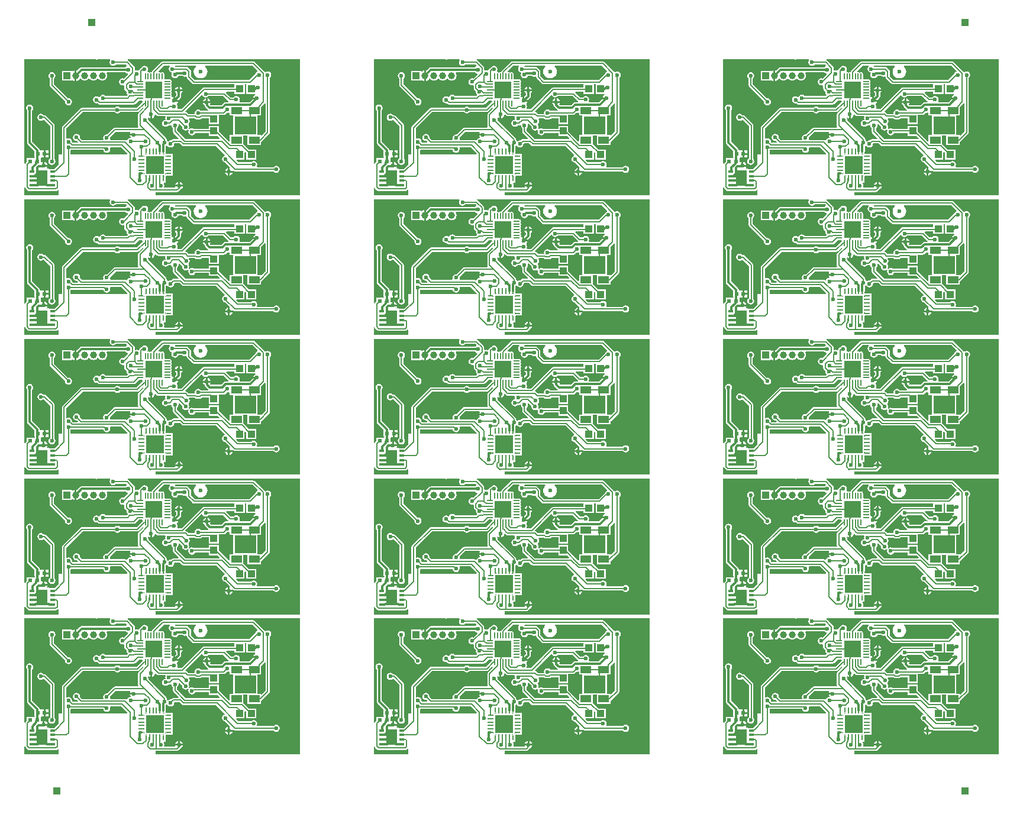
<source format=gbl>
G04*
G04 #@! TF.GenerationSoftware,Altium Limited,Altium Designer,19.0.14 (431)*
G04*
G04 Layer_Physical_Order=2*
G04 Layer_Color=16711680*
%FSLAX44Y44*%
%MOMM*%
G71*
G01*
G75*
%ADD10R,1.0000X1.0000*%
%ADD13R,0.6000X0.5000*%
%ADD30R,1.0000X1.1000*%
%ADD34C,0.2000*%
%ADD35C,0.3000*%
%ADD39C,0.6000*%
%ADD40C,1.0000*%
%ADD41R,0.7500X0.2500*%
%ADD42R,0.8500X0.2500*%
%ADD43R,0.2500X0.7500*%
%ADD44R,0.2500X0.8500*%
%ADD45R,2.6000X2.6000*%
%ADD46O,0.8500X0.2000*%
%ADD47O,0.2000X0.8500*%
%ADD48R,2.4000X2.4000*%
%ADD49R,3.1000X2.5000*%
%ADD50R,1.5500X1.0000*%
%ADD51R,1.1000X1.0000*%
%ADD52R,1.5000X2.3000*%
%ADD53R,0.8000X0.3000*%
G36*
X1126469Y995930D02*
X1125844Y994995D01*
X1125456Y993044D01*
X1125844Y991093D01*
X1126949Y989439D01*
X1128603Y988334D01*
X1130554Y987946D01*
X1132505Y988334D01*
X1134159Y989439D01*
X1134523Y989985D01*
X1149216D01*
X1150298Y988903D01*
X1149960Y987445D01*
X1148544Y986498D01*
X1148259Y986072D01*
X1085454D01*
X1084088Y985801D01*
X1082930Y985027D01*
X1079156Y981253D01*
X1078922Y981350D01*
X1078224Y981442D01*
Y974004D01*
Y966566D01*
X1078922Y966658D01*
X1080756Y967418D01*
X1082331Y968626D01*
X1082844Y969294D01*
X1084445D01*
X1084661Y969011D01*
X1086124Y967889D01*
X1087827Y967184D01*
X1089654Y966943D01*
X1091481Y967184D01*
X1093184Y967889D01*
X1094646Y969011D01*
X1095217Y969755D01*
X1096790D01*
X1097361Y969011D01*
X1098824Y967889D01*
X1100527Y967184D01*
X1102354Y966943D01*
X1104181Y967184D01*
X1105884Y967889D01*
X1107346Y969011D01*
X1107917Y969755D01*
X1109491D01*
X1110061Y969011D01*
X1111524Y967889D01*
X1113226Y967184D01*
X1115054Y966943D01*
X1116881Y967184D01*
X1118584Y967889D01*
X1120046Y969011D01*
X1121168Y970474D01*
X1121874Y972176D01*
X1122114Y974004D01*
X1121874Y975831D01*
X1121168Y977534D01*
X1120967Y977796D01*
X1121529Y978935D01*
X1148259D01*
X1148544Y978510D01*
X1150376Y977285D01*
X1151330Y977095D01*
X1151748Y975717D01*
X1145906Y969875D01*
X1144264Y970202D01*
X1142313Y969814D01*
X1140659Y968709D01*
X1139554Y967055D01*
X1139166Y965104D01*
X1139554Y963153D01*
X1140659Y961499D01*
X1142313Y960394D01*
X1144264Y960006D01*
X1145365Y960225D01*
X1146635Y959264D01*
Y955944D01*
X1146635Y955944D01*
X1146868Y954773D01*
X1147531Y953781D01*
X1149914Y951398D01*
X1149786Y950754D01*
X1150173Y948803D01*
X1151279Y947149D01*
X1151391Y946013D01*
X1150110Y944733D01*
X1120123D01*
X1119759Y945279D01*
X1118105Y946384D01*
X1116154Y946772D01*
X1114203Y946384D01*
X1112549Y945279D01*
X1111632Y943906D01*
X1111281Y943609D01*
X1110125Y943502D01*
X1109045Y944223D01*
X1107094Y944611D01*
X1105143Y944223D01*
X1103489Y943118D01*
X1102384Y941464D01*
X1101996Y939513D01*
X1102384Y937562D01*
X1103489Y935909D01*
X1105143Y934803D01*
X1107094Y934415D01*
X1108015Y934598D01*
X1109102Y933511D01*
X1110095Y932848D01*
X1111265Y932615D01*
X1160374D01*
X1160374Y932615D01*
X1161545Y932848D01*
X1162537Y933511D01*
X1167641Y938615D01*
X1171972D01*
X1173082Y937567D01*
X1173076Y936770D01*
X1172801Y936587D01*
X1172801Y936587D01*
X1164157Y927943D01*
X1140613D01*
X1140249Y928489D01*
X1138595Y929594D01*
X1136644Y929982D01*
X1134693Y929594D01*
X1133039Y928489D01*
X1132674Y927943D01*
X1085794D01*
X1085794Y927943D01*
X1084623Y927710D01*
X1083631Y927047D01*
X1083631Y927047D01*
X1058281Y901697D01*
X1057618Y900704D01*
X1057385Y899534D01*
X1057385Y899534D01*
Y861334D01*
X1052824D01*
Y846470D01*
X1046747Y840393D01*
X1044124D01*
X1044124Y840393D01*
X1043828Y840334D01*
X1039214D01*
Y841124D01*
X1036598D01*
X1035999Y842244D01*
X1036452Y842922D01*
X1036630Y843814D01*
X1031234D01*
Y845084D01*
X1029964D01*
Y850480D01*
X1029072Y850302D01*
X1028465Y849897D01*
X1027195Y850575D01*
Y855620D01*
X1027195Y856004D01*
X1028138Y856794D01*
X1031234D01*
Y861834D01*
Y866874D01*
X1026964D01*
Y866874D01*
X1025764Y867042D01*
Y867363D01*
X1025492Y868729D01*
X1024718Y869887D01*
X1014764Y879841D01*
Y924045D01*
X1014800Y924069D01*
X1015905Y925723D01*
X1016293Y927674D01*
X1015905Y929625D01*
X1014800Y931279D01*
X1013146Y932384D01*
X1011195Y932772D01*
X1009244Y932384D01*
X1007590Y931279D01*
X1006485Y929625D01*
X1006097Y927674D01*
X1006485Y925723D01*
X1007590Y924069D01*
X1007626Y924045D01*
Y878363D01*
X1007898Y876998D01*
X1008672Y875840D01*
X1017060Y867452D01*
X1017504Y866334D01*
X1017504D01*
X1017504Y866334D01*
Y857334D01*
X1018626D01*
Y856902D01*
X1017729Y856004D01*
X1017195D01*
Y856004D01*
X1017195D01*
Y856004D01*
X1007195D01*
Y851030D01*
X1005561Y849395D01*
X1004898Y848403D01*
X1004828Y848050D01*
X1003558Y848175D01*
Y997200D01*
X1105831D01*
X1106021Y997073D01*
X1107094Y996860D01*
X1108167Y997073D01*
X1108356Y997200D01*
X1125790D01*
X1126469Y995930D01*
D02*
G37*
G36*
X626469D02*
X625844Y994995D01*
X625456Y993044D01*
X625844Y991093D01*
X626949Y989439D01*
X628603Y988334D01*
X630554Y987946D01*
X632505Y988334D01*
X634159Y989439D01*
X634523Y989985D01*
X649216D01*
X650298Y988903D01*
X649960Y987445D01*
X648544Y986498D01*
X648259Y986072D01*
X585454D01*
X584088Y985801D01*
X582930Y985027D01*
X579156Y981253D01*
X578922Y981350D01*
X578224Y981442D01*
Y974004D01*
Y966566D01*
X578922Y966658D01*
X580756Y967418D01*
X582331Y968626D01*
X582844Y969294D01*
X584445D01*
X584661Y969011D01*
X586124Y967889D01*
X587826Y967184D01*
X589654Y966943D01*
X591481Y967184D01*
X593184Y967889D01*
X594646Y969011D01*
X595217Y969755D01*
X596791D01*
X597361Y969011D01*
X598824Y967889D01*
X600526Y967184D01*
X602354Y966943D01*
X604181Y967184D01*
X605884Y967889D01*
X607346Y969011D01*
X607917Y969755D01*
X609491D01*
X610061Y969011D01*
X611524Y967889D01*
X613226Y967184D01*
X615054Y966943D01*
X616881Y967184D01*
X618584Y967889D01*
X620046Y969011D01*
X621168Y970474D01*
X621874Y972176D01*
X622114Y974004D01*
X621874Y975831D01*
X621168Y977534D01*
X620967Y977796D01*
X621529Y978935D01*
X648259D01*
X648544Y978510D01*
X650376Y977285D01*
X651330Y977095D01*
X651748Y975717D01*
X645906Y969875D01*
X644264Y970202D01*
X642313Y969814D01*
X640659Y968709D01*
X639554Y967055D01*
X639166Y965104D01*
X639554Y963153D01*
X640659Y961499D01*
X642313Y960394D01*
X644264Y960006D01*
X645365Y960225D01*
X646635Y959264D01*
Y955944D01*
X646635Y955944D01*
X646868Y954773D01*
X647531Y953781D01*
X649914Y951398D01*
X649786Y950754D01*
X650173Y948803D01*
X651279Y947149D01*
X651391Y946013D01*
X650110Y944733D01*
X620123D01*
X619759Y945279D01*
X618105Y946384D01*
X616154Y946772D01*
X614203Y946384D01*
X612549Y945279D01*
X611632Y943906D01*
X611281Y943609D01*
X610125Y943502D01*
X609045Y944223D01*
X607094Y944611D01*
X605143Y944223D01*
X603489Y943118D01*
X602384Y941464D01*
X601996Y939513D01*
X602384Y937562D01*
X603489Y935909D01*
X605143Y934803D01*
X607094Y934415D01*
X608015Y934598D01*
X609103Y933511D01*
X610095Y932848D01*
X611265Y932615D01*
X660374D01*
X660374Y932615D01*
X661545Y932848D01*
X662537Y933511D01*
X667641Y938615D01*
X671972D01*
X673082Y937567D01*
X673076Y936770D01*
X672801Y936587D01*
X672801Y936587D01*
X664157Y927943D01*
X640613D01*
X640249Y928489D01*
X638595Y929594D01*
X636644Y929982D01*
X634693Y929594D01*
X633039Y928489D01*
X632674Y927943D01*
X585794D01*
X585794Y927943D01*
X584623Y927710D01*
X583631Y927047D01*
X583631Y927047D01*
X558281Y901697D01*
X557618Y900704D01*
X557385Y899534D01*
X557385Y899534D01*
Y861334D01*
X552824D01*
Y846470D01*
X546747Y840393D01*
X544124D01*
X544124Y840393D01*
X543828Y840334D01*
X539214D01*
Y841124D01*
X536598D01*
X535999Y842244D01*
X536452Y842922D01*
X536630Y843814D01*
X531234D01*
Y845084D01*
X529964D01*
Y850480D01*
X529072Y850302D01*
X528465Y849897D01*
X527195Y850575D01*
Y855620D01*
X527195Y856004D01*
X528138Y856794D01*
X531234D01*
Y861834D01*
Y866874D01*
X526964D01*
Y866874D01*
X525764Y867042D01*
Y867363D01*
X525492Y868729D01*
X524718Y869887D01*
X514764Y879841D01*
Y924045D01*
X514800Y924069D01*
X515905Y925723D01*
X516293Y927674D01*
X515905Y929625D01*
X514800Y931279D01*
X513146Y932384D01*
X511195Y932772D01*
X509244Y932384D01*
X507590Y931279D01*
X506485Y929625D01*
X506097Y927674D01*
X506485Y925723D01*
X507590Y924069D01*
X507626Y924045D01*
Y878363D01*
X507898Y876998D01*
X508672Y875840D01*
X517060Y867452D01*
X517504Y866334D01*
X517504D01*
X517504Y866334D01*
Y857334D01*
X518627D01*
Y856902D01*
X517729Y856004D01*
X517195D01*
Y856004D01*
X517195D01*
Y856004D01*
X507195D01*
Y851030D01*
X505561Y849395D01*
X504898Y848403D01*
X504828Y848050D01*
X503558Y848175D01*
Y997200D01*
X605831D01*
X606021Y997073D01*
X607094Y996860D01*
X608167Y997073D01*
X608356Y997200D01*
X625790D01*
X626469Y995930D01*
D02*
G37*
G36*
X126469D02*
X125844Y994995D01*
X125456Y993044D01*
X125844Y991093D01*
X126949Y989439D01*
X128603Y988334D01*
X130554Y987946D01*
X132505Y988334D01*
X134159Y989439D01*
X134523Y989985D01*
X149216D01*
X150298Y988903D01*
X149960Y987445D01*
X148544Y986498D01*
X148259Y986072D01*
X85454D01*
X84088Y985801D01*
X82930Y985027D01*
X79156Y981253D01*
X78922Y981350D01*
X78224Y981442D01*
Y974004D01*
Y966566D01*
X78922Y966658D01*
X80756Y967418D01*
X82331Y968626D01*
X82844Y969294D01*
X84445D01*
X84661Y969011D01*
X86124Y967889D01*
X87826Y967184D01*
X89654Y966943D01*
X91481Y967184D01*
X93184Y967889D01*
X94646Y969011D01*
X95217Y969755D01*
X96791D01*
X97361Y969011D01*
X98824Y967889D01*
X100526Y967184D01*
X102354Y966943D01*
X104181Y967184D01*
X105884Y967889D01*
X107346Y969011D01*
X107917Y969755D01*
X109490D01*
X110061Y969011D01*
X111524Y967889D01*
X113226Y967184D01*
X115054Y966943D01*
X116881Y967184D01*
X118584Y967889D01*
X120046Y969011D01*
X121168Y970474D01*
X121874Y972176D01*
X122114Y974004D01*
X121874Y975831D01*
X121168Y977534D01*
X120967Y977796D01*
X121529Y978935D01*
X148259D01*
X148544Y978510D01*
X150376Y977285D01*
X151330Y977095D01*
X151748Y975717D01*
X145906Y969875D01*
X144264Y970202D01*
X142313Y969814D01*
X140659Y968709D01*
X139554Y967055D01*
X139166Y965104D01*
X139554Y963153D01*
X140659Y961499D01*
X142313Y960394D01*
X144264Y960006D01*
X145365Y960225D01*
X146635Y959264D01*
Y955944D01*
X146635Y955944D01*
X146868Y954773D01*
X147531Y953781D01*
X149914Y951398D01*
X149785Y950754D01*
X150174Y948803D01*
X151279Y947149D01*
X151390Y946013D01*
X150110Y944733D01*
X120123D01*
X119759Y945279D01*
X118105Y946384D01*
X116154Y946772D01*
X114203Y946384D01*
X112549Y945279D01*
X111632Y943906D01*
X111281Y943609D01*
X110125Y943502D01*
X109045Y944223D01*
X107094Y944611D01*
X105143Y944223D01*
X103489Y943118D01*
X102384Y941464D01*
X101996Y939513D01*
X102384Y937562D01*
X103489Y935909D01*
X105143Y934803D01*
X107094Y934415D01*
X108015Y934598D01*
X109102Y933511D01*
X110095Y932848D01*
X111265Y932615D01*
X160374D01*
X160374Y932615D01*
X161545Y932848D01*
X162537Y933511D01*
X167641Y938615D01*
X171972D01*
X173082Y937567D01*
X173076Y936770D01*
X172801Y936587D01*
X172801Y936587D01*
X164157Y927943D01*
X140613D01*
X140249Y928489D01*
X138595Y929594D01*
X136644Y929982D01*
X134693Y929594D01*
X133039Y928489D01*
X132674Y927943D01*
X85794D01*
X85794Y927943D01*
X84623Y927710D01*
X83631Y927047D01*
X83631Y927047D01*
X58281Y901697D01*
X57618Y900704D01*
X57385Y899534D01*
X57385Y899534D01*
Y861334D01*
X52824D01*
Y846470D01*
X46747Y840393D01*
X44124D01*
X44124Y840393D01*
X43828Y840334D01*
X39214D01*
Y841124D01*
X36598D01*
X35999Y842244D01*
X36452Y842922D01*
X36630Y843814D01*
X31234D01*
Y845084D01*
X29964D01*
Y850480D01*
X29072Y850302D01*
X28465Y849897D01*
X27195Y850575D01*
Y855620D01*
X27195Y856004D01*
X28138Y856794D01*
X31234D01*
Y861834D01*
Y866874D01*
X26964D01*
Y866874D01*
X25764Y867042D01*
Y867363D01*
X25492Y868729D01*
X24718Y869887D01*
X14764Y879841D01*
Y924045D01*
X14800Y924069D01*
X15905Y925723D01*
X16293Y927674D01*
X15905Y929625D01*
X14800Y931279D01*
X13146Y932384D01*
X11195Y932772D01*
X9244Y932384D01*
X7590Y931279D01*
X6485Y929625D01*
X6097Y927674D01*
X6485Y925723D01*
X7590Y924069D01*
X7627Y924045D01*
Y878363D01*
X7898Y876998D01*
X8672Y875840D01*
X17060Y867452D01*
X17504Y866334D01*
X17504D01*
X17504Y866334D01*
Y857334D01*
X18627D01*
Y856902D01*
X17729Y856004D01*
X17195D01*
Y856004D01*
X17195D01*
Y856004D01*
X7195D01*
Y851030D01*
X5561Y849395D01*
X4898Y848403D01*
X4828Y848050D01*
X3558Y848175D01*
Y997200D01*
X105831D01*
X106021Y997073D01*
X107094Y996860D01*
X108167Y997073D01*
X108356Y997200D01*
X125790D01*
X126469Y995930D01*
D02*
G37*
G36*
X1337376Y980894D02*
X1336969Y979505D01*
X1335552Y978559D01*
X1334574Y977095D01*
X1325374Y967895D01*
X1247541D01*
X1242101Y973335D01*
Y979924D01*
X1242101Y979924D01*
X1241868Y981095D01*
X1241205Y982087D01*
X1241205Y982087D01*
X1237690Y985602D01*
X1236698Y986265D01*
X1235527Y986498D01*
X1235527Y986498D01*
X1219609D01*
X1219089Y987175D01*
X1219633Y988445D01*
X1248763D01*
X1249171Y987242D01*
X1248800Y986958D01*
X1247237Y984921D01*
X1246255Y982549D01*
X1245920Y980004D01*
X1246255Y977458D01*
X1247237Y975087D01*
X1248800Y973050D01*
X1250837Y971487D01*
X1253208Y970505D01*
X1255754Y970170D01*
X1258299Y970505D01*
X1260671Y971487D01*
X1262708Y973050D01*
X1264270Y975087D01*
X1265253Y977458D01*
X1265588Y980004D01*
X1265253Y982549D01*
X1264270Y984921D01*
X1262708Y986958D01*
X1262336Y987242D01*
X1262745Y988445D01*
X1329825D01*
X1337376Y980894D01*
D02*
G37*
G36*
X837376D02*
X836969Y979505D01*
X835552Y978559D01*
X834575Y977095D01*
X825374Y967895D01*
X747541D01*
X742101Y973335D01*
Y979924D01*
X742101Y979924D01*
X741868Y981095D01*
X741205Y982087D01*
X741205Y982087D01*
X737690Y985602D01*
X736698Y986265D01*
X735527Y986498D01*
X735527Y986498D01*
X719609D01*
X719089Y987175D01*
X719633Y988445D01*
X748763D01*
X749171Y987242D01*
X748800Y986958D01*
X747237Y984921D01*
X746255Y982549D01*
X745920Y980004D01*
X746255Y977458D01*
X747237Y975087D01*
X748800Y973050D01*
X750837Y971487D01*
X753208Y970505D01*
X755754Y970170D01*
X758299Y970505D01*
X760671Y971487D01*
X762708Y973050D01*
X764270Y975087D01*
X765253Y977458D01*
X765588Y980004D01*
X765253Y982549D01*
X764270Y984921D01*
X762708Y986958D01*
X762336Y987242D01*
X762745Y988445D01*
X829825D01*
X837376Y980894D01*
D02*
G37*
G36*
X337376D02*
X336969Y979505D01*
X335552Y978559D01*
X334575Y977095D01*
X325374Y967895D01*
X247541D01*
X242101Y973335D01*
Y979924D01*
X242101Y979924D01*
X241868Y981095D01*
X241205Y982087D01*
X241205Y982087D01*
X237690Y985602D01*
X236698Y986265D01*
X235527Y986498D01*
X235527Y986498D01*
X219609D01*
X219089Y987175D01*
X219633Y988445D01*
X248763D01*
X249171Y987242D01*
X248800Y986958D01*
X247237Y984921D01*
X246255Y982549D01*
X245920Y980004D01*
X246255Y977458D01*
X247237Y975087D01*
X248800Y973050D01*
X250837Y971487D01*
X253209Y970505D01*
X255754Y970170D01*
X258299Y970505D01*
X260671Y971487D01*
X262708Y973050D01*
X264270Y975087D01*
X265253Y977458D01*
X265588Y980004D01*
X265253Y982549D01*
X264270Y984921D01*
X262708Y986958D01*
X262336Y987242D01*
X262745Y988445D01*
X329825D01*
X337376Y980894D01*
D02*
G37*
G36*
X1211830Y987175D02*
X1211634Y987044D01*
X1210529Y985390D01*
X1210141Y983439D01*
X1210529Y981488D01*
X1211634Y979834D01*
X1213288Y978729D01*
X1214116Y978564D01*
X1214602Y977391D01*
X1214484Y977215D01*
X1214096Y975264D01*
X1214484Y973313D01*
X1215589Y971659D01*
X1217243Y970554D01*
X1219194Y970166D01*
X1221145Y970554D01*
X1222799Y971659D01*
X1223904Y973313D01*
X1224015Y973870D01*
X1229413D01*
X1229437Y973834D01*
X1231091Y972729D01*
X1233042Y972341D01*
X1234713Y972673D01*
X1235543Y972278D01*
X1236019Y971887D01*
X1236216Y970898D01*
X1236879Y969905D01*
X1244111Y962673D01*
X1244111Y962673D01*
X1245104Y962010D01*
X1246274Y961777D01*
X1246274Y961777D01*
X1303895D01*
Y957063D01*
X1260459D01*
X1260459Y957063D01*
X1259288Y956830D01*
X1258296Y956167D01*
X1228362Y926233D01*
X1223025D01*
X1222427Y927353D01*
X1222634Y927662D01*
X1223022Y929613D01*
X1222634Y931564D01*
X1222025Y932476D01*
X1221918Y933932D01*
X1223142Y935764D01*
X1223320Y936656D01*
X1217924D01*
Y937926D01*
X1216654D01*
Y943322D01*
X1215762Y943144D01*
X1215758Y943142D01*
X1214369Y943600D01*
X1214040Y944503D01*
X1214273Y945674D01*
X1214040Y946844D01*
X1213485Y947674D01*
X1214040Y948503D01*
X1214273Y949674D01*
X1214040Y950844D01*
X1213485Y951674D01*
X1214040Y952503D01*
X1214273Y953674D01*
X1214040Y954844D01*
X1213485Y955674D01*
X1214040Y956503D01*
X1214273Y957674D01*
X1214040Y958844D01*
X1213485Y959674D01*
X1214040Y960503D01*
X1214273Y961674D01*
X1214040Y962844D01*
X1213485Y963674D01*
X1214040Y964503D01*
X1214273Y965674D01*
X1214040Y966844D01*
X1213377Y967837D01*
X1212384Y968500D01*
X1211214Y968733D01*
X1204880D01*
X1204498Y968949D01*
X1203989Y969458D01*
X1203773Y969840D01*
Y976174D01*
X1203540Y977344D01*
X1202877Y978337D01*
X1201884Y979000D01*
X1200714Y979233D01*
X1199543Y979000D01*
X1198714Y978446D01*
X1197884Y979000D01*
X1196714Y979233D01*
X1195903Y979071D01*
X1195506Y979269D01*
X1195218Y980662D01*
X1195286Y980846D01*
X1202886Y988445D01*
X1211445D01*
X1211830Y987175D01*
D02*
G37*
G36*
X711830D02*
X711634Y987044D01*
X710529Y985390D01*
X710141Y983439D01*
X710529Y981488D01*
X711634Y979834D01*
X713288Y978729D01*
X714116Y978564D01*
X714602Y977391D01*
X714484Y977215D01*
X714096Y975264D01*
X714484Y973313D01*
X715589Y971659D01*
X717243Y970554D01*
X719194Y970166D01*
X721145Y970554D01*
X722799Y971659D01*
X723904Y973313D01*
X724015Y973870D01*
X729413D01*
X729437Y973834D01*
X731091Y972729D01*
X733042Y972341D01*
X734713Y972673D01*
X735543Y972278D01*
X736019Y971887D01*
X736216Y970898D01*
X736879Y969905D01*
X744111Y962673D01*
X744111Y962673D01*
X745104Y962010D01*
X746274Y961777D01*
X746274Y961777D01*
X803895D01*
Y957063D01*
X760459D01*
X760459Y957063D01*
X759288Y956830D01*
X758296Y956167D01*
X728362Y926233D01*
X723025D01*
X722427Y927353D01*
X722634Y927662D01*
X723022Y929613D01*
X722634Y931564D01*
X722025Y932476D01*
X721918Y933932D01*
X723142Y935764D01*
X723320Y936656D01*
X717924D01*
Y937926D01*
X716654D01*
Y943322D01*
X715762Y943144D01*
X715758Y943142D01*
X714369Y943600D01*
X714040Y944503D01*
X714273Y945674D01*
X714040Y946844D01*
X713485Y947674D01*
X714040Y948503D01*
X714273Y949674D01*
X714040Y950844D01*
X713485Y951674D01*
X714040Y952503D01*
X714273Y953674D01*
X714040Y954844D01*
X713485Y955674D01*
X714040Y956503D01*
X714273Y957674D01*
X714040Y958844D01*
X713485Y959674D01*
X714040Y960503D01*
X714273Y961674D01*
X714040Y962844D01*
X713485Y963674D01*
X714040Y964503D01*
X714273Y965674D01*
X714040Y966844D01*
X713377Y967837D01*
X712384Y968500D01*
X711214Y968733D01*
X704880D01*
X704498Y968949D01*
X703989Y969458D01*
X703773Y969840D01*
Y976174D01*
X703540Y977344D01*
X702877Y978337D01*
X701884Y979000D01*
X700714Y979233D01*
X699543Y979000D01*
X698714Y978446D01*
X697884Y979000D01*
X696714Y979233D01*
X695903Y979071D01*
X695506Y979269D01*
X695218Y980662D01*
X695286Y980846D01*
X702886Y988445D01*
X711445D01*
X711830Y987175D01*
D02*
G37*
G36*
X211830D02*
X211634Y987044D01*
X210529Y985390D01*
X210141Y983439D01*
X210529Y981488D01*
X211634Y979834D01*
X213288Y978729D01*
X214116Y978564D01*
X214602Y977391D01*
X214484Y977215D01*
X214096Y975264D01*
X214484Y973313D01*
X215589Y971659D01*
X217243Y970554D01*
X219194Y970166D01*
X221145Y970554D01*
X222799Y971659D01*
X223904Y973313D01*
X224015Y973870D01*
X229413D01*
X229437Y973834D01*
X231091Y972729D01*
X233042Y972341D01*
X234713Y972673D01*
X235543Y972278D01*
X236019Y971887D01*
X236216Y970898D01*
X236879Y969905D01*
X244111Y962673D01*
X244111Y962673D01*
X245103Y962010D01*
X246274Y961777D01*
X246274Y961777D01*
X303895D01*
Y957063D01*
X260459D01*
X260459Y957063D01*
X259288Y956830D01*
X258296Y956167D01*
X228362Y926233D01*
X223025D01*
X222427Y927353D01*
X222634Y927662D01*
X223022Y929613D01*
X222634Y931564D01*
X222025Y932476D01*
X221918Y933932D01*
X223142Y935764D01*
X223320Y936656D01*
X217924D01*
Y937926D01*
X216654D01*
Y943322D01*
X215762Y943144D01*
X215758Y943142D01*
X214369Y943600D01*
X214040Y944503D01*
X214273Y945674D01*
X214040Y946844D01*
X213486Y947674D01*
X214040Y948503D01*
X214273Y949674D01*
X214040Y950844D01*
X213486Y951674D01*
X214040Y952503D01*
X214273Y953674D01*
X214040Y954844D01*
X213486Y955674D01*
X214040Y956503D01*
X214273Y957674D01*
X214040Y958844D01*
X213486Y959674D01*
X214040Y960503D01*
X214273Y961674D01*
X214040Y962844D01*
X213486Y963674D01*
X214040Y964503D01*
X214273Y965674D01*
X214040Y966844D01*
X213377Y967837D01*
X212384Y968500D01*
X211214Y968733D01*
X204880D01*
X204498Y968949D01*
X203989Y969458D01*
X203773Y969840D01*
Y976174D01*
X203540Y977344D01*
X202877Y978337D01*
X201884Y979000D01*
X200714Y979233D01*
X199543Y979000D01*
X198714Y978446D01*
X197884Y979000D01*
X196714Y979233D01*
X195903Y979071D01*
X195506Y979269D01*
X195218Y980662D01*
X195286Y980846D01*
X202885Y988445D01*
X211445D01*
X211830Y987175D01*
D02*
G37*
G36*
X1320895Y948004D02*
X1333854D01*
X1333889Y947918D01*
X1334066Y946734D01*
X1332470Y945668D01*
X1331246Y943835D01*
X1331069Y942944D01*
X1336465D01*
Y940404D01*
X1330148D01*
X1325768Y936024D01*
X1311906D01*
X1311227Y937294D01*
X1311534Y937753D01*
X1311922Y939704D01*
X1311534Y941655D01*
X1310429Y943309D01*
X1308775Y944414D01*
X1306824Y944802D01*
X1304873Y944414D01*
X1303219Y943309D01*
X1302854Y942763D01*
X1298981D01*
X1292068Y949675D01*
X1292594Y950945D01*
X1303895D01*
Y948004D01*
X1318895D01*
Y961777D01*
X1320895D01*
Y948004D01*
D02*
G37*
G36*
X820895D02*
X833854D01*
X833889Y947918D01*
X834066Y946734D01*
X832470Y945668D01*
X831246Y943835D01*
X831069Y942944D01*
X836464D01*
Y940404D01*
X830148D01*
X825768Y936024D01*
X811906D01*
X811227Y937294D01*
X811534Y937753D01*
X811922Y939704D01*
X811534Y941655D01*
X810429Y943309D01*
X808775Y944414D01*
X806824Y944802D01*
X804873Y944414D01*
X803219Y943309D01*
X802854Y942763D01*
X798981D01*
X792068Y949675D01*
X792595Y950945D01*
X803895D01*
Y948004D01*
X818895D01*
Y961777D01*
X820895D01*
Y948004D01*
D02*
G37*
G36*
X320895D02*
X333854D01*
X333889Y947918D01*
X334066Y946734D01*
X332470Y945668D01*
X331246Y943835D01*
X331069Y942944D01*
X336465D01*
Y940404D01*
X330148D01*
X325768Y936024D01*
X311906D01*
X311227Y937294D01*
X311534Y937753D01*
X311922Y939704D01*
X311534Y941655D01*
X310429Y943309D01*
X308775Y944414D01*
X306824Y944802D01*
X304873Y944414D01*
X303219Y943309D01*
X302854Y942763D01*
X298981D01*
X292068Y949675D01*
X292595Y950945D01*
X303895D01*
Y948004D01*
X318895D01*
Y961777D01*
X320895D01*
Y948004D01*
D02*
G37*
G36*
X1258392Y945816D02*
X1259339Y944399D01*
X1260993Y943294D01*
X1262944Y942906D01*
X1264895Y943294D01*
X1266549Y944399D01*
X1266914Y944945D01*
X1288147D01*
X1295551Y937541D01*
X1295551Y937541D01*
X1295920Y937294D01*
X1295535Y936024D01*
X1291653D01*
X1290288Y935753D01*
X1289130Y934979D01*
X1285733Y931582D01*
X1270122D01*
X1268897Y932807D01*
X1269662Y933952D01*
X1269840Y934843D01*
X1259048D01*
X1259225Y933952D01*
X1260450Y932119D01*
X1261289Y931558D01*
X1261500Y930495D01*
X1262274Y929337D01*
X1266121Y925490D01*
X1266880Y924983D01*
X1266495Y923713D01*
X1256183D01*
X1255819Y924259D01*
X1254165Y925364D01*
X1252214Y925752D01*
X1250263Y925364D01*
X1248609Y924259D01*
X1247504Y922605D01*
X1247116Y920654D01*
X1247235Y920054D01*
X1246429Y919073D01*
X1238420D01*
X1236296Y921197D01*
X1235303Y921860D01*
X1234580Y922004D01*
X1234084Y923200D01*
X1234080Y923299D01*
X1257004Y946223D01*
X1258392Y945816D01*
D02*
G37*
G36*
X758392D02*
X759339Y944399D01*
X760993Y943294D01*
X762944Y942906D01*
X764895Y943294D01*
X766549Y944399D01*
X766914Y944945D01*
X788147D01*
X795551Y937541D01*
X795551Y937541D01*
X795920Y937294D01*
X795535Y936024D01*
X791654D01*
X790288Y935753D01*
X789130Y934979D01*
X785733Y931582D01*
X770122D01*
X768897Y932807D01*
X769662Y933952D01*
X769840Y934843D01*
X759048D01*
X759225Y933952D01*
X760450Y932119D01*
X761289Y931558D01*
X761500Y930495D01*
X762274Y929337D01*
X766120Y925490D01*
X766880Y924983D01*
X766495Y923713D01*
X756183D01*
X755819Y924259D01*
X754165Y925364D01*
X752214Y925752D01*
X750263Y925364D01*
X748609Y924259D01*
X747504Y922605D01*
X747116Y920654D01*
X747235Y920054D01*
X746429Y919073D01*
X738420D01*
X736296Y921197D01*
X735303Y921860D01*
X734580Y922004D01*
X734084Y923200D01*
X734080Y923299D01*
X757004Y946223D01*
X758392Y945816D01*
D02*
G37*
G36*
X258392D02*
X259339Y944399D01*
X260993Y943294D01*
X262944Y942906D01*
X264895Y943294D01*
X266549Y944399D01*
X266914Y944945D01*
X288147D01*
X295551Y937541D01*
X295551Y937541D01*
X295920Y937294D01*
X295535Y936024D01*
X291653D01*
X290288Y935753D01*
X289130Y934979D01*
X285733Y931582D01*
X270122D01*
X268897Y932807D01*
X269662Y933952D01*
X269840Y934843D01*
X259048D01*
X259225Y933952D01*
X260450Y932119D01*
X261289Y931558D01*
X261500Y930495D01*
X262274Y929337D01*
X266120Y925490D01*
X266880Y924983D01*
X266495Y923713D01*
X256183D01*
X255819Y924259D01*
X254165Y925364D01*
X252214Y925752D01*
X250263Y925364D01*
X248609Y924259D01*
X247504Y922605D01*
X247116Y920654D01*
X247235Y920054D01*
X246429Y919073D01*
X238420D01*
X236296Y921197D01*
X235303Y921860D01*
X234580Y922004D01*
X234084Y923200D01*
X234080Y923299D01*
X257004Y946223D01*
X258392Y945816D01*
D02*
G37*
G36*
X1173483Y928408D02*
X1173812Y926941D01*
X1166891Y920020D01*
X1166228Y919027D01*
X1165995Y917857D01*
X1165995Y917857D01*
Y902556D01*
X1165995Y902556D01*
X1166228Y901386D01*
X1166491Y900992D01*
X1165812Y899722D01*
X1133283D01*
X1133283Y899722D01*
X1132113Y899489D01*
X1131120Y898826D01*
X1131120Y898826D01*
X1122048Y889754D01*
X1121404Y889882D01*
X1119453Y889494D01*
X1117799Y888389D01*
X1116694Y886735D01*
X1116306Y884784D01*
X1116638Y883113D01*
X1115945Y881843D01*
X1086151D01*
X1083194Y884800D01*
X1083322Y885444D01*
X1082934Y887395D01*
X1081829Y889049D01*
X1080175Y890154D01*
X1078224Y890542D01*
X1076273Y890154D01*
X1074619Y889049D01*
X1073514Y887395D01*
X1073126Y885444D01*
X1073514Y883493D01*
X1074619Y881839D01*
X1076273Y880734D01*
X1078224Y880346D01*
X1078868Y880474D01*
X1080326Y879016D01*
X1079840Y877843D01*
X1072886D01*
X1071798Y878931D01*
X1071892Y879404D01*
X1071504Y881355D01*
X1070399Y883009D01*
X1068745Y884114D01*
X1066794Y884502D01*
X1064843Y884114D01*
X1064623Y883967D01*
X1063503Y884565D01*
Y898267D01*
X1087061Y921825D01*
X1132674D01*
X1133039Y921279D01*
X1134693Y920174D01*
X1136644Y919786D01*
X1138595Y920174D01*
X1140249Y921279D01*
X1140613Y921825D01*
X1165424D01*
X1165424Y921825D01*
X1166594Y922058D01*
X1167587Y922721D01*
X1173329Y928463D01*
X1173483Y928408D01*
D02*
G37*
G36*
X673483D02*
X673812Y926941D01*
X666891Y920020D01*
X666228Y919027D01*
X665995Y917857D01*
X665995Y917857D01*
Y902556D01*
X665995Y902556D01*
X666228Y901386D01*
X666491Y900992D01*
X665812Y899722D01*
X633283D01*
X633283Y899722D01*
X632113Y899489D01*
X631120Y898826D01*
X631120Y898826D01*
X622048Y889754D01*
X621404Y889882D01*
X619453Y889494D01*
X617799Y888389D01*
X616694Y886735D01*
X616306Y884784D01*
X616638Y883113D01*
X615944Y881843D01*
X586151D01*
X583194Y884800D01*
X583322Y885444D01*
X582934Y887395D01*
X581829Y889049D01*
X580175Y890154D01*
X578224Y890542D01*
X576273Y890154D01*
X574619Y889049D01*
X573514Y887395D01*
X573126Y885444D01*
X573514Y883493D01*
X574619Y881839D01*
X576273Y880734D01*
X578224Y880346D01*
X578868Y880474D01*
X580326Y879016D01*
X579840Y877843D01*
X572886D01*
X571798Y878931D01*
X571892Y879404D01*
X571504Y881355D01*
X570399Y883009D01*
X568745Y884114D01*
X566794Y884502D01*
X564843Y884114D01*
X564623Y883967D01*
X563503Y884565D01*
Y898267D01*
X587061Y921825D01*
X632674D01*
X633039Y921279D01*
X634693Y920174D01*
X636644Y919786D01*
X638595Y920174D01*
X640249Y921279D01*
X640613Y921825D01*
X665424D01*
X665424Y921825D01*
X666594Y922058D01*
X667587Y922721D01*
X673329Y928463D01*
X673483Y928408D01*
D02*
G37*
G36*
X173483D02*
X173812Y926941D01*
X166891Y920020D01*
X166228Y919027D01*
X165995Y917857D01*
X165995Y917857D01*
Y902556D01*
X165995Y902556D01*
X166228Y901386D01*
X166491Y900992D01*
X165812Y899722D01*
X133283D01*
X133283Y899722D01*
X132113Y899489D01*
X131120Y898826D01*
X131120Y898826D01*
X122048Y889754D01*
X121404Y889882D01*
X119453Y889494D01*
X117799Y888389D01*
X116694Y886735D01*
X116306Y884784D01*
X116638Y883113D01*
X115944Y881843D01*
X86151D01*
X83194Y884800D01*
X83322Y885444D01*
X82934Y887395D01*
X81829Y889049D01*
X80175Y890154D01*
X78224Y890542D01*
X76273Y890154D01*
X74619Y889049D01*
X73514Y887395D01*
X73126Y885444D01*
X73514Y883493D01*
X74619Y881839D01*
X76273Y880734D01*
X78224Y880346D01*
X78868Y880474D01*
X80326Y879016D01*
X79840Y877843D01*
X72886D01*
X71798Y878931D01*
X71892Y879404D01*
X71504Y881355D01*
X70399Y883009D01*
X68745Y884114D01*
X66794Y884502D01*
X64843Y884114D01*
X64623Y883967D01*
X63503Y884565D01*
Y898267D01*
X87061Y921825D01*
X132674D01*
X133039Y921279D01*
X134693Y920174D01*
X136644Y919786D01*
X138595Y920174D01*
X140249Y921279D01*
X140613Y921825D01*
X165424D01*
X165424Y921825D01*
X166594Y922058D01*
X167587Y922721D01*
X173329Y928463D01*
X173483Y928408D01*
D02*
G37*
G36*
X1296354Y920875D02*
X1297195Y920425D01*
Y916956D01*
X1302195D01*
Y888956D01*
X1297195D01*
Y880698D01*
X1296022Y880212D01*
X1281754Y894480D01*
Y902304D01*
X1267754D01*
Y897862D01*
X1245935D01*
X1245275Y898304D01*
X1243324Y898692D01*
X1241373Y898304D01*
X1240010Y897393D01*
X1239094Y898308D01*
X1239144Y898383D01*
X1239532Y900334D01*
X1239144Y902285D01*
X1238368Y903446D01*
X1238485Y905051D01*
X1238647Y905159D01*
X1239752Y906813D01*
X1240140Y908764D01*
X1239752Y910715D01*
X1239103Y911685D01*
X1239782Y912955D01*
X1247102D01*
X1247566Y912491D01*
X1248558Y911828D01*
X1249728Y911595D01*
X1254699D01*
X1254699Y911595D01*
X1255870Y911828D01*
X1256862Y912491D01*
X1257616Y913245D01*
X1267754D01*
Y904304D01*
X1281754D01*
Y917595D01*
X1289044D01*
X1289044Y917595D01*
X1290214Y917828D01*
X1291207Y918491D01*
X1293480Y920764D01*
X1294124Y920636D01*
X1295925Y920994D01*
X1296354Y920875D01*
D02*
G37*
G36*
X796354D02*
X797195Y920425D01*
Y916956D01*
X802195D01*
Y888956D01*
X797195D01*
Y880698D01*
X796021Y880212D01*
X781754Y894480D01*
Y902304D01*
X767754D01*
Y897862D01*
X745935D01*
X745275Y898304D01*
X743324Y898692D01*
X741373Y898304D01*
X740009Y897393D01*
X739094Y898308D01*
X739144Y898383D01*
X739532Y900334D01*
X739144Y902285D01*
X738368Y903446D01*
X738485Y905051D01*
X738647Y905159D01*
X739752Y906813D01*
X740140Y908764D01*
X739752Y910715D01*
X739103Y911685D01*
X739782Y912955D01*
X747102D01*
X747566Y912491D01*
X748558Y911828D01*
X749728Y911595D01*
X754699D01*
X754699Y911595D01*
X755870Y911828D01*
X756862Y912491D01*
X757616Y913245D01*
X767754D01*
Y904304D01*
X781754D01*
Y917595D01*
X789044D01*
X789044Y917595D01*
X790214Y917828D01*
X791207Y918491D01*
X793480Y920764D01*
X794124Y920636D01*
X795925Y920994D01*
X796354Y920875D01*
D02*
G37*
G36*
X296354D02*
X297195Y920425D01*
Y916956D01*
X302195D01*
Y888956D01*
X297195D01*
Y880698D01*
X296021Y880212D01*
X281754Y894480D01*
Y902304D01*
X267754D01*
Y897862D01*
X245935D01*
X245275Y898304D01*
X243324Y898692D01*
X241373Y898304D01*
X240009Y897393D01*
X239094Y898308D01*
X239144Y898383D01*
X239532Y900334D01*
X239144Y902285D01*
X238368Y903446D01*
X238485Y905051D01*
X238647Y905159D01*
X239752Y906813D01*
X240140Y908764D01*
X239752Y910715D01*
X239103Y911685D01*
X239782Y912955D01*
X247101D01*
X247566Y912491D01*
X248558Y911828D01*
X249729Y911595D01*
X254699D01*
X254699Y911595D01*
X255870Y911828D01*
X256862Y912491D01*
X257616Y913245D01*
X267754D01*
Y904304D01*
X281754D01*
Y917595D01*
X289044D01*
X289044Y917595D01*
X290214Y917828D01*
X291207Y918491D01*
X293480Y920764D01*
X294124Y920636D01*
X295925Y920994D01*
X296354Y920875D01*
D02*
G37*
G36*
X1185984Y913168D02*
X1186875Y913345D01*
X1188708Y914570D01*
X1189932Y916403D01*
X1190264Y918067D01*
X1190361Y918133D01*
X1191589Y918411D01*
X1191691Y918259D01*
X1193079Y916871D01*
X1193079Y916871D01*
X1194071Y916208D01*
X1195242Y915975D01*
X1204845D01*
X1205538Y914705D01*
X1205206Y913034D01*
X1205594Y911083D01*
X1204490Y910618D01*
X1203763Y910474D01*
X1202109Y909369D01*
X1201004Y907715D01*
X1200616Y905764D01*
X1201004Y903813D01*
X1202109Y902159D01*
X1203763Y901054D01*
X1205714Y900666D01*
X1207665Y901054D01*
X1209319Y902159D01*
X1209683Y902705D01*
X1211331D01*
X1211488Y902674D01*
X1212658Y902907D01*
X1212866Y903045D01*
X1213095Y903013D01*
X1214190Y902402D01*
X1214484Y900923D01*
X1215589Y899269D01*
X1216135Y898904D01*
Y893904D01*
X1216135Y893904D01*
X1216368Y892733D01*
X1217031Y891741D01*
X1224274Y884498D01*
X1223788Y883325D01*
X1216906D01*
X1216906Y883325D01*
X1215735Y883092D01*
X1214743Y882429D01*
X1214743Y882429D01*
X1213488Y881174D01*
X1212844Y881302D01*
X1210893Y880914D01*
X1209908Y880256D01*
X1209123Y879902D01*
X1208281Y880579D01*
X1207719Y881421D01*
X1207173Y881786D01*
Y882631D01*
X1207173Y882631D01*
X1206940Y883802D01*
X1206277Y884794D01*
X1180984Y910087D01*
X1181112Y910731D01*
X1180724Y912682D01*
X1180292Y913328D01*
X1181208Y914244D01*
X1182552Y913345D01*
X1183444Y913168D01*
Y918564D01*
X1185984D01*
Y913168D01*
D02*
G37*
G36*
X685984D02*
X686875Y913345D01*
X688708Y914570D01*
X689932Y916403D01*
X690264Y918067D01*
X690361Y918133D01*
X691589Y918411D01*
X691691Y918259D01*
X693079Y916871D01*
X693079Y916871D01*
X694071Y916208D01*
X695242Y915975D01*
X704844D01*
X705538Y914705D01*
X705206Y913034D01*
X705594Y911083D01*
X704490Y910618D01*
X703763Y910474D01*
X702109Y909369D01*
X701004Y907715D01*
X700616Y905764D01*
X701004Y903813D01*
X702109Y902159D01*
X703763Y901054D01*
X705714Y900666D01*
X707665Y901054D01*
X709319Y902159D01*
X709683Y902705D01*
X711331D01*
X711488Y902674D01*
X712658Y902907D01*
X712866Y903045D01*
X713095Y903013D01*
X714190Y902402D01*
X714484Y900923D01*
X715589Y899269D01*
X716135Y898904D01*
Y893904D01*
X716135Y893904D01*
X716368Y892733D01*
X717031Y891741D01*
X724274Y884498D01*
X723788Y883325D01*
X716906D01*
X716906Y883325D01*
X715735Y883092D01*
X714743Y882429D01*
X714743Y882429D01*
X713488Y881174D01*
X712844Y881302D01*
X710893Y880914D01*
X709908Y880256D01*
X709123Y879902D01*
X708281Y880579D01*
X707719Y881421D01*
X707173Y881786D01*
Y882631D01*
X707173Y882631D01*
X706940Y883802D01*
X706277Y884794D01*
X680984Y910087D01*
X681112Y910731D01*
X680724Y912682D01*
X680292Y913328D01*
X681208Y914244D01*
X682552Y913345D01*
X683444Y913168D01*
Y918564D01*
X685984D01*
Y913168D01*
D02*
G37*
G36*
X185984D02*
X186875Y913345D01*
X188708Y914570D01*
X189932Y916403D01*
X190264Y918067D01*
X190361Y918133D01*
X191589Y918411D01*
X191691Y918259D01*
X193079Y916871D01*
X193079Y916871D01*
X194071Y916208D01*
X195242Y915975D01*
X204844D01*
X205538Y914705D01*
X205206Y913034D01*
X205594Y911083D01*
X204490Y910618D01*
X203763Y910474D01*
X202109Y909369D01*
X201004Y907715D01*
X200616Y905764D01*
X201004Y903813D01*
X202109Y902159D01*
X203763Y901054D01*
X205714Y900666D01*
X207665Y901054D01*
X209319Y902159D01*
X209683Y902705D01*
X211331D01*
X211488Y902674D01*
X212659Y902907D01*
X212866Y903045D01*
X213095Y903013D01*
X214190Y902402D01*
X214484Y900923D01*
X215589Y899269D01*
X216135Y898904D01*
Y893904D01*
X216135Y893904D01*
X216368Y892733D01*
X217031Y891741D01*
X224274Y884498D01*
X223788Y883325D01*
X216906D01*
X216906Y883325D01*
X215735Y883092D01*
X214743Y882429D01*
X214743Y882429D01*
X213488Y881174D01*
X212844Y881302D01*
X210893Y880914D01*
X209908Y880256D01*
X209123Y879902D01*
X208281Y880579D01*
X207719Y881421D01*
X207173Y881786D01*
Y882631D01*
X207173Y882631D01*
X206940Y883802D01*
X206277Y884794D01*
X180984Y910087D01*
X181112Y910731D01*
X180724Y912682D01*
X180292Y913328D01*
X181208Y914244D01*
X182552Y913345D01*
X183444Y913168D01*
Y918564D01*
X185984D01*
Y913168D01*
D02*
G37*
G36*
X1348675Y933816D02*
Y893991D01*
X1343217Y888532D01*
X1342195Y888956D01*
Y888956D01*
X1337195D01*
Y916956D01*
X1342195D01*
Y927851D01*
X1342216Y927956D01*
X1342216Y927956D01*
Y928969D01*
X1347320Y934073D01*
X1347320Y934073D01*
X1347405Y934201D01*
X1348675Y933816D01*
D02*
G37*
G36*
X848675D02*
Y893991D01*
X843217Y888532D01*
X842195Y888956D01*
Y888956D01*
X837195D01*
Y916956D01*
X842195D01*
Y927851D01*
X842216Y927956D01*
X842216Y927956D01*
Y928969D01*
X847320Y934073D01*
X847320Y934073D01*
X847405Y934201D01*
X848675Y933816D01*
D02*
G37*
G36*
X348675D02*
Y893991D01*
X343217Y888532D01*
X342195Y888956D01*
Y888956D01*
X337195D01*
Y916956D01*
X342195D01*
Y927851D01*
X342216Y927956D01*
X342216Y927956D01*
Y928969D01*
X347320Y934073D01*
X347320Y934073D01*
X347405Y934201D01*
X348675Y933816D01*
D02*
G37*
G36*
X1229438Y900849D02*
X1229336Y900334D01*
X1229724Y898383D01*
X1230829Y896729D01*
X1232483Y895624D01*
X1234434Y895236D01*
X1236385Y895624D01*
X1237748Y896535D01*
X1238664Y895619D01*
X1238614Y895545D01*
X1238226Y893594D01*
X1238614Y891643D01*
X1239719Y889989D01*
X1241373Y888884D01*
X1243324Y888496D01*
X1245275Y888884D01*
X1246929Y889989D01*
X1248034Y891643D01*
X1248054Y891745D01*
X1267754D01*
Y887304D01*
X1280278D01*
X1283146Y884436D01*
X1282660Y883263D01*
X1234161D01*
X1222253Y895171D01*
Y898904D01*
X1222799Y899269D01*
X1223904Y900923D01*
X1224292Y902874D01*
X1223963Y904529D01*
X1225017Y905270D01*
X1229438Y900849D01*
D02*
G37*
G36*
X729438D02*
X729336Y900334D01*
X729724Y898383D01*
X730829Y896729D01*
X732483Y895624D01*
X734434Y895236D01*
X736385Y895624D01*
X737748Y896535D01*
X738664Y895619D01*
X738614Y895545D01*
X738226Y893594D01*
X738614Y891643D01*
X739719Y889989D01*
X741373Y888884D01*
X743324Y888496D01*
X745275Y888884D01*
X746929Y889989D01*
X748034Y891643D01*
X748054Y891745D01*
X767754D01*
Y887304D01*
X780278D01*
X783146Y884436D01*
X782660Y883263D01*
X734161D01*
X722253Y895171D01*
Y898904D01*
X722799Y899269D01*
X723904Y900923D01*
X724292Y902874D01*
X723962Y904529D01*
X725017Y905270D01*
X729438Y900849D01*
D02*
G37*
G36*
X229438D02*
X229336Y900334D01*
X229724Y898383D01*
X230829Y896729D01*
X232483Y895624D01*
X234434Y895236D01*
X236385Y895624D01*
X237748Y896535D01*
X238664Y895619D01*
X238614Y895545D01*
X238226Y893594D01*
X238614Y891643D01*
X239719Y889989D01*
X241373Y888884D01*
X243324Y888496D01*
X245275Y888884D01*
X246929Y889989D01*
X248034Y891643D01*
X248054Y891745D01*
X267754D01*
Y887304D01*
X280278D01*
X283146Y884436D01*
X282660Y883263D01*
X234161D01*
X222253Y895171D01*
Y898904D01*
X222799Y899269D01*
X223904Y900923D01*
X224292Y902874D01*
X223962Y904529D01*
X225017Y905270D01*
X229438Y900849D01*
D02*
G37*
G36*
X1155238Y892334D02*
X1154657Y891465D01*
X1154479Y890574D01*
X1159875D01*
Y888034D01*
X1154479D01*
X1154657Y887142D01*
X1155494Y885889D01*
X1154882Y884566D01*
X1153554Y884302D01*
X1151900Y883197D01*
X1150868Y881652D01*
X1150635Y881495D01*
X1149428Y881180D01*
X1148784Y881610D01*
X1147614Y881843D01*
X1147614Y881843D01*
X1126863D01*
X1126169Y883113D01*
X1126502Y884784D01*
X1126374Y885428D01*
X1134550Y893604D01*
X1154559D01*
X1155238Y892334D01*
D02*
G37*
G36*
X655238D02*
X654657Y891465D01*
X654479Y890574D01*
X659875D01*
Y888034D01*
X654479D01*
X654657Y887142D01*
X655494Y885889D01*
X654882Y884566D01*
X653554Y884302D01*
X651900Y883197D01*
X650868Y881652D01*
X650635Y881495D01*
X649428Y881180D01*
X648784Y881610D01*
X647614Y881843D01*
X647614Y881843D01*
X626863D01*
X626169Y883113D01*
X626502Y884784D01*
X626374Y885428D01*
X634550Y893604D01*
X654559D01*
X655238Y892334D01*
D02*
G37*
G36*
X155238D02*
X154657Y891465D01*
X154479Y890574D01*
X159875D01*
Y888034D01*
X154479D01*
X154657Y887142D01*
X155494Y885889D01*
X154882Y884566D01*
X153554Y884302D01*
X151900Y883197D01*
X150868Y881652D01*
X150635Y881495D01*
X149428Y881180D01*
X148785Y881610D01*
X147614Y881843D01*
X147614Y881843D01*
X126863D01*
X126169Y883113D01*
X126502Y884784D01*
X126374Y885428D01*
X134550Y893604D01*
X154559D01*
X155238Y892334D01*
D02*
G37*
G36*
X1397950Y802808D02*
X1191054D01*
Y807455D01*
X1192604D01*
X1192797Y807494D01*
X1192990Y807455D01*
X1192990Y807455D01*
X1221921D01*
X1221922Y807455D01*
X1223092Y807688D01*
X1224084Y808351D01*
X1226898Y811164D01*
X1227003Y811185D01*
X1228836Y812410D01*
X1230060Y814242D01*
X1230238Y815134D01*
X1219446D01*
X1219504Y814843D01*
X1218659Y813573D01*
X1204333D01*
X1203639Y814843D01*
X1203972Y816514D01*
X1203584Y818465D01*
X1202849Y819564D01*
X1203520Y820834D01*
X1205854D01*
Y829299D01*
X1206069Y830369D01*
X1207138Y830584D01*
X1215604D01*
Y840584D01*
Y850584D01*
Y862084D01*
X1207138D01*
X1206069Y862299D01*
X1205854Y863368D01*
Y864148D01*
X1205901Y864218D01*
X1206172Y865584D01*
Y872912D01*
X1207216Y873725D01*
X1208612Y873492D01*
X1208677Y873440D01*
X1209239Y872599D01*
X1210893Y871494D01*
X1212844Y871106D01*
X1214795Y871494D01*
X1216449Y872599D01*
X1217554Y874253D01*
X1217942Y876204D01*
X1218985Y877207D01*
X1225908D01*
X1229074Y874041D01*
X1229074Y874041D01*
X1230066Y873378D01*
X1231237Y873145D01*
X1231237Y873145D01*
X1277776D01*
X1290319Y860602D01*
X1289950Y859387D01*
X1289633Y859324D01*
X1287979Y858219D01*
X1286874Y856565D01*
X1286486Y854614D01*
X1286874Y852663D01*
X1287979Y851009D01*
X1289633Y849904D01*
X1291051Y849622D01*
X1297511Y843161D01*
X1297345Y842850D01*
Y837774D01*
X1302421D01*
X1302732Y837941D01*
X1302832Y837840D01*
X1303825Y837177D01*
X1304995Y836945D01*
X1304996Y836945D01*
X1360004D01*
X1360369Y836398D01*
X1362023Y835293D01*
X1363974Y834905D01*
X1365925Y835293D01*
X1367579Y836398D01*
X1368684Y838052D01*
X1369072Y840003D01*
X1368684Y841954D01*
X1367579Y843608D01*
X1365925Y844713D01*
X1363974Y845101D01*
X1362023Y844713D01*
X1360369Y843608D01*
X1360004Y843062D01*
X1336781D01*
X1336183Y844182D01*
X1336444Y844573D01*
X1336832Y846524D01*
X1336444Y848475D01*
X1335339Y850128D01*
X1333685Y851234D01*
X1331734Y851621D01*
X1329783Y851234D01*
X1328129Y850128D01*
X1327985Y849912D01*
X1309660D01*
X1306742Y852831D01*
X1307228Y854004D01*
X1318694D01*
Y863912D01*
X1319803Y864386D01*
X1320694Y863651D01*
Y854004D01*
X1335694D01*
Y868004D01*
X1324999D01*
X1316884Y876119D01*
X1316695Y876245D01*
Y888456D01*
X1322695D01*
Y874956D01*
X1342195D01*
Y879169D01*
X1343129Y879793D01*
X1353897Y890561D01*
X1353897Y890561D01*
X1354560Y891553D01*
X1354793Y892724D01*
X1354793Y892724D01*
Y970984D01*
X1355339Y971349D01*
X1356444Y973003D01*
X1356832Y974954D01*
X1356444Y976905D01*
X1355339Y978559D01*
X1353685Y979664D01*
X1351734Y980052D01*
X1349783Y979664D01*
X1349027Y979159D01*
X1348878Y979080D01*
X1347367Y979531D01*
X1347320Y979602D01*
X1347320Y979602D01*
X1333255Y993667D01*
X1332263Y994330D01*
X1331092Y994563D01*
X1331092Y994563D01*
X1201618D01*
X1200448Y994330D01*
X1199456Y993667D01*
X1199456Y993667D01*
X1186551Y980762D01*
X1185888Y979770D01*
X1185740Y979028D01*
X1184714Y979233D01*
X1183543Y979000D01*
X1182714Y978446D01*
X1181884Y979000D01*
X1180714Y979233D01*
X1180623Y979215D01*
X1179859Y980358D01*
X1180224Y980903D01*
X1180612Y982854D01*
X1180224Y984805D01*
X1179119Y986459D01*
X1177465Y987564D01*
X1175514Y987952D01*
X1173563Y987564D01*
X1171909Y986459D01*
X1171351Y985623D01*
X1170443Y985017D01*
X1168421Y982994D01*
X1167758Y982002D01*
X1167749Y981960D01*
X1166535Y981244D01*
X1166415Y981267D01*
X1164584Y981632D01*
X1162867Y981290D01*
X1161597Y981962D01*
Y984989D01*
X1161364Y986160D01*
X1160701Y987152D01*
X1152646Y995207D01*
X1151654Y995870D01*
X1151351Y995930D01*
X1151476Y997200D01*
X1397950D01*
Y802808D01*
D02*
G37*
G36*
X897950D02*
X691054D01*
Y807455D01*
X692604D01*
X692797Y807494D01*
X692990Y807455D01*
X692990Y807455D01*
X721921D01*
X721921Y807455D01*
X723092Y807688D01*
X724084Y808351D01*
X726898Y811164D01*
X727003Y811185D01*
X728836Y812410D01*
X730060Y814242D01*
X730238Y815134D01*
X719446D01*
X719504Y814843D01*
X718659Y813573D01*
X704333D01*
X703639Y814843D01*
X703972Y816514D01*
X703584Y818465D01*
X702849Y819564D01*
X703520Y820834D01*
X705854D01*
Y829299D01*
X706068Y830369D01*
X707138Y830584D01*
X715604D01*
Y840584D01*
Y850584D01*
Y862084D01*
X707138D01*
X706068Y862299D01*
X705854Y863368D01*
Y864148D01*
X705901Y864218D01*
X706172Y865584D01*
Y872912D01*
X707216Y873725D01*
X708612Y873492D01*
X708677Y873440D01*
X709239Y872599D01*
X710893Y871494D01*
X712844Y871106D01*
X714795Y871494D01*
X716449Y872599D01*
X717554Y874253D01*
X717942Y876204D01*
X718985Y877207D01*
X725908D01*
X729074Y874041D01*
X729074Y874041D01*
X730066Y873378D01*
X731237Y873145D01*
X731237Y873145D01*
X777776D01*
X790319Y860602D01*
X789950Y859387D01*
X789633Y859324D01*
X787979Y858219D01*
X786874Y856565D01*
X786486Y854614D01*
X786874Y852663D01*
X787979Y851009D01*
X789633Y849904D01*
X791051Y849622D01*
X797511Y843161D01*
X797345Y842850D01*
Y837774D01*
X802421D01*
X802732Y837941D01*
X802832Y837840D01*
X803825Y837177D01*
X804995Y836945D01*
X804995Y836945D01*
X860004D01*
X860369Y836398D01*
X862023Y835293D01*
X863974Y834905D01*
X865925Y835293D01*
X867579Y836398D01*
X868684Y838052D01*
X869072Y840003D01*
X868684Y841954D01*
X867579Y843608D01*
X865925Y844713D01*
X863974Y845101D01*
X862023Y844713D01*
X860369Y843608D01*
X860004Y843062D01*
X836781D01*
X836183Y844182D01*
X836444Y844573D01*
X836832Y846524D01*
X836444Y848475D01*
X835339Y850128D01*
X833685Y851234D01*
X831734Y851621D01*
X829783Y851234D01*
X828129Y850128D01*
X827985Y849912D01*
X809660D01*
X806742Y852831D01*
X807228Y854004D01*
X818694D01*
Y863912D01*
X819803Y864386D01*
X820694Y863651D01*
Y854004D01*
X835694D01*
Y868004D01*
X824999D01*
X816884Y876119D01*
X816695Y876245D01*
Y888456D01*
X822695D01*
Y874956D01*
X842195D01*
Y879169D01*
X843129Y879793D01*
X853897Y890561D01*
X853897Y890561D01*
X854560Y891553D01*
X854793Y892724D01*
X854793Y892724D01*
Y970984D01*
X855339Y971349D01*
X856444Y973003D01*
X856832Y974954D01*
X856444Y976905D01*
X855339Y978559D01*
X853685Y979664D01*
X851734Y980052D01*
X849783Y979664D01*
X849027Y979159D01*
X848878Y979080D01*
X847367Y979531D01*
X847320Y979602D01*
X847320Y979602D01*
X833255Y993667D01*
X832263Y994330D01*
X831092Y994563D01*
X831092Y994563D01*
X701618D01*
X700448Y994330D01*
X699456Y993667D01*
X699456Y993667D01*
X686551Y980762D01*
X685888Y979770D01*
X685740Y979028D01*
X684714Y979233D01*
X683543Y979000D01*
X682714Y978446D01*
X681884Y979000D01*
X680714Y979233D01*
X680623Y979215D01*
X679859Y980358D01*
X680224Y980903D01*
X680612Y982854D01*
X680224Y984805D01*
X679119Y986459D01*
X677465Y987564D01*
X675514Y987952D01*
X673563Y987564D01*
X671909Y986459D01*
X671351Y985623D01*
X670443Y985017D01*
X668421Y982994D01*
X667758Y982002D01*
X667749Y981960D01*
X666535Y981244D01*
X666415Y981267D01*
X664584Y981632D01*
X662867Y981290D01*
X661597Y981962D01*
Y984989D01*
X661364Y986160D01*
X660701Y987152D01*
X652646Y995207D01*
X651654Y995870D01*
X651351Y995930D01*
X651476Y997200D01*
X897950D01*
Y802808D01*
D02*
G37*
G36*
X397950D02*
X191054D01*
Y807455D01*
X192604D01*
X192797Y807494D01*
X192990Y807455D01*
X192990Y807455D01*
X221921D01*
X221922Y807455D01*
X223092Y807688D01*
X224084Y808351D01*
X226898Y811164D01*
X227003Y811185D01*
X228836Y812410D01*
X230060Y814242D01*
X230238Y815134D01*
X219446D01*
X219504Y814843D01*
X218659Y813573D01*
X204333D01*
X203639Y814843D01*
X203972Y816514D01*
X203584Y818465D01*
X202849Y819564D01*
X203520Y820834D01*
X205854D01*
Y829299D01*
X206068Y830369D01*
X207138Y830584D01*
X215604D01*
Y840584D01*
Y850584D01*
Y862084D01*
X207138D01*
X206068Y862299D01*
X205854Y863368D01*
Y864148D01*
X205901Y864218D01*
X206172Y865584D01*
Y872912D01*
X207216Y873725D01*
X208612Y873492D01*
X208677Y873440D01*
X209239Y872599D01*
X210893Y871494D01*
X212844Y871106D01*
X214795Y871494D01*
X216449Y872599D01*
X217554Y874253D01*
X217942Y876204D01*
X218985Y877207D01*
X225908D01*
X229074Y874041D01*
X229074Y874041D01*
X230066Y873378D01*
X231237Y873145D01*
X231237Y873145D01*
X277776D01*
X290319Y860602D01*
X289950Y859387D01*
X289633Y859324D01*
X287979Y858219D01*
X286874Y856565D01*
X286486Y854614D01*
X286874Y852663D01*
X287979Y851009D01*
X289633Y849904D01*
X291051Y849622D01*
X297511Y843161D01*
X297345Y842850D01*
Y837774D01*
X302421D01*
X302732Y837941D01*
X302833Y837840D01*
X303825Y837177D01*
X304995Y836945D01*
X304995Y836945D01*
X360004D01*
X360369Y836398D01*
X362023Y835293D01*
X363974Y834905D01*
X365925Y835293D01*
X367579Y836398D01*
X368684Y838052D01*
X369072Y840003D01*
X368684Y841954D01*
X367579Y843608D01*
X365925Y844713D01*
X363974Y845101D01*
X362023Y844713D01*
X360369Y843608D01*
X360004Y843062D01*
X336782D01*
X336183Y844182D01*
X336444Y844573D01*
X336832Y846524D01*
X336444Y848475D01*
X335339Y850128D01*
X333685Y851234D01*
X331734Y851621D01*
X329783Y851234D01*
X328129Y850128D01*
X327985Y849912D01*
X309660D01*
X306742Y852831D01*
X307228Y854004D01*
X318694D01*
Y863912D01*
X319803Y864386D01*
X320694Y863651D01*
Y854004D01*
X335694D01*
Y868004D01*
X324999D01*
X316884Y876119D01*
X316695Y876245D01*
Y888456D01*
X322695D01*
Y874956D01*
X342195D01*
Y879169D01*
X343129Y879793D01*
X353897Y890561D01*
X353897Y890561D01*
X354560Y891553D01*
X354793Y892724D01*
X354793Y892724D01*
Y970984D01*
X355339Y971349D01*
X356444Y973003D01*
X356832Y974954D01*
X356444Y976905D01*
X355339Y978559D01*
X353685Y979664D01*
X351734Y980052D01*
X349783Y979664D01*
X349027Y979159D01*
X348878Y979080D01*
X347367Y979531D01*
X347320Y979602D01*
X347320Y979602D01*
X333255Y993667D01*
X332263Y994330D01*
X331092Y994563D01*
X331092Y994563D01*
X201618D01*
X200448Y994330D01*
X199456Y993667D01*
X199456Y993667D01*
X186551Y980762D01*
X185888Y979770D01*
X185740Y979028D01*
X184714Y979233D01*
X183543Y979000D01*
X182714Y978446D01*
X181884Y979000D01*
X180714Y979233D01*
X180623Y979215D01*
X179860Y980358D01*
X180224Y980903D01*
X180612Y982854D01*
X180224Y984805D01*
X179119Y986459D01*
X177465Y987564D01*
X175514Y987952D01*
X173563Y987564D01*
X171909Y986459D01*
X171351Y985623D01*
X170443Y985017D01*
X168421Y982994D01*
X167758Y982002D01*
X167749Y981960D01*
X166535Y981244D01*
X166415Y981267D01*
X164584Y981632D01*
X162866Y981290D01*
X161597Y981962D01*
Y984989D01*
X161364Y986160D01*
X160701Y987152D01*
X152646Y995207D01*
X151653Y995870D01*
X151351Y995930D01*
X151476Y997200D01*
X397950D01*
Y802808D01*
D02*
G37*
G36*
X1150983Y862604D02*
X1150457Y861334D01*
X1069853D01*
Y867154D01*
X1070399Y867519D01*
X1070536Y867725D01*
X1116477D01*
X1116694Y866633D01*
X1117799Y864979D01*
X1119453Y863874D01*
X1121404Y863486D01*
X1123355Y863874D01*
X1125009Y864979D01*
X1126114Y866633D01*
X1126502Y868584D01*
X1126130Y870455D01*
X1126133Y870728D01*
X1126665Y871725D01*
X1141862D01*
X1150983Y862604D01*
D02*
G37*
G36*
X650983D02*
X650457Y861334D01*
X569853D01*
Y867154D01*
X570399Y867519D01*
X570536Y867725D01*
X616477D01*
X616694Y866633D01*
X617799Y864979D01*
X619453Y863874D01*
X621404Y863486D01*
X623355Y863874D01*
X625009Y864979D01*
X626114Y866633D01*
X626502Y868584D01*
X626129Y870455D01*
X626133Y870728D01*
X626665Y871725D01*
X641862D01*
X650983Y862604D01*
D02*
G37*
G36*
X150983D02*
X150457Y861334D01*
X69853D01*
Y867154D01*
X70399Y867519D01*
X70536Y867725D01*
X116477D01*
X116694Y866633D01*
X117799Y864979D01*
X119453Y863874D01*
X121404Y863486D01*
X123355Y863874D01*
X125009Y864979D01*
X126114Y866633D01*
X126502Y868584D01*
X126130Y870455D01*
X126133Y870728D01*
X126665Y871725D01*
X141862D01*
X150983Y862604D01*
D02*
G37*
G36*
X1202854Y861334D02*
X1201354D01*
Y862334D01*
X1203854D01*
X1202854Y861334D01*
D02*
G37*
G36*
X1178854D02*
X1177354D01*
X1176354Y862334D01*
X1178854D01*
Y861334D01*
D02*
G37*
G36*
X702854D02*
X701354D01*
Y862334D01*
X703854D01*
X702854Y861334D01*
D02*
G37*
G36*
X678854D02*
X677354D01*
X676354Y862334D01*
X678854D01*
Y861334D01*
D02*
G37*
G36*
X202854D02*
X201354D01*
Y862334D01*
X203854D01*
X202854Y861334D01*
D02*
G37*
G36*
X178854D02*
X177354D01*
X176354Y862334D01*
X178854D01*
Y861334D01*
D02*
G37*
G36*
X1206104Y857584D02*
X1205104D01*
Y859084D01*
X1206104Y860084D01*
Y857584D01*
D02*
G37*
G36*
X1175104Y859084D02*
Y857584D01*
X1174104D01*
Y860084D01*
X1175104Y859084D01*
D02*
G37*
G36*
X706104Y857584D02*
X705104D01*
Y859084D01*
X706104Y860084D01*
Y857584D01*
D02*
G37*
G36*
X675104Y859084D02*
Y857584D01*
X674104D01*
Y860084D01*
X675104Y859084D01*
D02*
G37*
G36*
X206104Y857584D02*
X205104D01*
Y859084D01*
X206104Y860084D01*
Y857584D01*
D02*
G37*
G36*
X175104Y859084D02*
Y857584D01*
X174104D01*
Y860084D01*
X175104Y859084D01*
D02*
G37*
G36*
X1206104Y832584D02*
X1205104Y833584D01*
Y835084D01*
X1206104D01*
Y832584D01*
D02*
G37*
G36*
X1175104Y833584D02*
X1174104Y832584D01*
Y835084D01*
X1175104D01*
Y833584D01*
D02*
G37*
G36*
X706104Y832584D02*
X705104Y833584D01*
Y835084D01*
X706104D01*
Y832584D01*
D02*
G37*
G36*
X675104Y833584D02*
X674104Y832584D01*
Y835084D01*
X675104D01*
Y833584D01*
D02*
G37*
G36*
X206104Y832584D02*
X205104Y833584D01*
Y835084D01*
X206104D01*
Y832584D01*
D02*
G37*
G36*
X175104Y833584D02*
X174104Y832584D01*
Y835084D01*
X175104D01*
Y833584D01*
D02*
G37*
G36*
X1203854Y830334D02*
X1201354D01*
Y831334D01*
X1202854D01*
X1203854Y830334D01*
D02*
G37*
G36*
X1178854D02*
X1176354D01*
X1177354Y831334D01*
X1178854D01*
Y830334D01*
D02*
G37*
G36*
X703854D02*
X701354D01*
Y831334D01*
X702854D01*
X703854Y830334D01*
D02*
G37*
G36*
X678854D02*
X676354D01*
X677354Y831334D01*
X678854D01*
Y830334D01*
D02*
G37*
G36*
X203854D02*
X201354D01*
Y831334D01*
X202854D01*
X203854Y830334D01*
D02*
G37*
G36*
X178854D02*
X176354D01*
X177354Y831334D01*
X178854D01*
Y830334D01*
D02*
G37*
G36*
X1004898Y813421D02*
X1005561Y812428D01*
X1008318Y809671D01*
X1008318Y809671D01*
X1009311Y809008D01*
X1010481Y808775D01*
X1048534D01*
X1048534Y808775D01*
X1049704Y809008D01*
X1050697Y809671D01*
X1051650Y810625D01*
X1052824Y810139D01*
Y802808D01*
X1003558D01*
Y813648D01*
X1004828Y813773D01*
X1004898Y813421D01*
D02*
G37*
G36*
X504898D02*
X505561Y812428D01*
X508318Y809671D01*
X508318Y809671D01*
X509311Y809008D01*
X510481Y808775D01*
X548534D01*
X548534Y808775D01*
X549704Y809008D01*
X550697Y809671D01*
X551651Y810625D01*
X552824Y810139D01*
Y802808D01*
X503558D01*
Y813648D01*
X504828Y813773D01*
X504898Y813421D01*
D02*
G37*
G36*
X4898D02*
X5561Y812428D01*
X8318Y809671D01*
X8318Y809671D01*
X9311Y809008D01*
X10481Y808775D01*
X48534D01*
X48534Y808775D01*
X49704Y809008D01*
X50697Y809671D01*
X51651Y810625D01*
X52824Y810139D01*
Y802808D01*
X3558D01*
Y813648D01*
X4828Y813773D01*
X4898Y813421D01*
D02*
G37*
G36*
X1126469Y795930D02*
X1125844Y794995D01*
X1125456Y793044D01*
X1125844Y791093D01*
X1126949Y789439D01*
X1128603Y788334D01*
X1130554Y787946D01*
X1132505Y788334D01*
X1134159Y789439D01*
X1134523Y789985D01*
X1149216D01*
X1150298Y788903D01*
X1149960Y787445D01*
X1148544Y786498D01*
X1148259Y786072D01*
X1085454D01*
X1084088Y785801D01*
X1082930Y785027D01*
X1079156Y781253D01*
X1078922Y781350D01*
X1078224Y781442D01*
Y774004D01*
Y766566D01*
X1078922Y766658D01*
X1080756Y767418D01*
X1082331Y768626D01*
X1082844Y769294D01*
X1084445D01*
X1084661Y769011D01*
X1086124Y767889D01*
X1087827Y767184D01*
X1089654Y766943D01*
X1091481Y767184D01*
X1093184Y767889D01*
X1094646Y769011D01*
X1095217Y769755D01*
X1096790D01*
X1097361Y769011D01*
X1098824Y767889D01*
X1100527Y767184D01*
X1102354Y766943D01*
X1104181Y767184D01*
X1105884Y767889D01*
X1107346Y769011D01*
X1107917Y769755D01*
X1109491D01*
X1110061Y769011D01*
X1111524Y767889D01*
X1113226Y767184D01*
X1115054Y766943D01*
X1116881Y767184D01*
X1118584Y767889D01*
X1120046Y769011D01*
X1121168Y770474D01*
X1121874Y772176D01*
X1122114Y774004D01*
X1121874Y775831D01*
X1121168Y777534D01*
X1120967Y777796D01*
X1121529Y778935D01*
X1148259D01*
X1148544Y778510D01*
X1150376Y777285D01*
X1151330Y777095D01*
X1151748Y775717D01*
X1145906Y769875D01*
X1144264Y770202D01*
X1142313Y769814D01*
X1140659Y768709D01*
X1139554Y767055D01*
X1139166Y765104D01*
X1139554Y763153D01*
X1140659Y761499D01*
X1142313Y760394D01*
X1144264Y760006D01*
X1145365Y760225D01*
X1146635Y759264D01*
Y755944D01*
X1146635Y755944D01*
X1146868Y754773D01*
X1147531Y753781D01*
X1149914Y751398D01*
X1149786Y750754D01*
X1150173Y748803D01*
X1151279Y747149D01*
X1151391Y746013D01*
X1150110Y744733D01*
X1120123D01*
X1119759Y745279D01*
X1118105Y746384D01*
X1116154Y746772D01*
X1114203Y746384D01*
X1112549Y745279D01*
X1111632Y743906D01*
X1111281Y743609D01*
X1110125Y743502D01*
X1109045Y744223D01*
X1107094Y744611D01*
X1105143Y744223D01*
X1103489Y743118D01*
X1102384Y741464D01*
X1101996Y739513D01*
X1102384Y737562D01*
X1103489Y735909D01*
X1105143Y734803D01*
X1107094Y734415D01*
X1108015Y734598D01*
X1109102Y733511D01*
X1110095Y732848D01*
X1111265Y732615D01*
X1160374D01*
X1160374Y732615D01*
X1161545Y732848D01*
X1162537Y733511D01*
X1167641Y738615D01*
X1171972D01*
X1173082Y737567D01*
X1173076Y736770D01*
X1172801Y736587D01*
X1172801Y736587D01*
X1164157Y727943D01*
X1140613D01*
X1140249Y728489D01*
X1138595Y729594D01*
X1136644Y729982D01*
X1134693Y729594D01*
X1133039Y728489D01*
X1132674Y727943D01*
X1085794D01*
X1085794Y727943D01*
X1084623Y727710D01*
X1083631Y727047D01*
X1083631Y727047D01*
X1058281Y701697D01*
X1057618Y700704D01*
X1057385Y699534D01*
X1057385Y699534D01*
Y661334D01*
X1052824D01*
Y646470D01*
X1046747Y640393D01*
X1044124D01*
X1044124Y640393D01*
X1043828Y640334D01*
X1039214D01*
Y641124D01*
X1036598D01*
X1035999Y642244D01*
X1036452Y642922D01*
X1036630Y643814D01*
X1031234D01*
Y645084D01*
X1029964D01*
Y650480D01*
X1029072Y650302D01*
X1028465Y649897D01*
X1027195Y650575D01*
Y655620D01*
X1027195Y656004D01*
X1028138Y656794D01*
X1031234D01*
Y661834D01*
Y666874D01*
X1026964D01*
Y666874D01*
X1025764Y667042D01*
Y667363D01*
X1025492Y668729D01*
X1024718Y669887D01*
X1014764Y679841D01*
Y724045D01*
X1014800Y724069D01*
X1015905Y725723D01*
X1016293Y727674D01*
X1015905Y729625D01*
X1014800Y731279D01*
X1013146Y732384D01*
X1011195Y732772D01*
X1009244Y732384D01*
X1007590Y731279D01*
X1006485Y729625D01*
X1006097Y727674D01*
X1006485Y725723D01*
X1007590Y724069D01*
X1007626Y724045D01*
Y678363D01*
X1007898Y676998D01*
X1008672Y675840D01*
X1017060Y667452D01*
X1017504Y666334D01*
X1017504D01*
X1017504Y666334D01*
Y657334D01*
X1018626D01*
Y656902D01*
X1017729Y656004D01*
X1017195D01*
Y656004D01*
X1017195D01*
Y656004D01*
X1007195D01*
Y651030D01*
X1005561Y649395D01*
X1004898Y648403D01*
X1004828Y648050D01*
X1003558Y648175D01*
Y797200D01*
X1105831D01*
X1106021Y797073D01*
X1107094Y796860D01*
X1108167Y797073D01*
X1108356Y797200D01*
X1125790D01*
X1126469Y795930D01*
D02*
G37*
G36*
X626469D02*
X625844Y794995D01*
X625456Y793044D01*
X625844Y791093D01*
X626949Y789439D01*
X628603Y788334D01*
X630554Y787946D01*
X632505Y788334D01*
X634159Y789439D01*
X634523Y789985D01*
X649216D01*
X650298Y788903D01*
X649960Y787445D01*
X648544Y786498D01*
X648259Y786072D01*
X585454D01*
X584088Y785801D01*
X582930Y785027D01*
X579156Y781253D01*
X578922Y781350D01*
X578224Y781442D01*
Y774004D01*
Y766566D01*
X578922Y766658D01*
X580756Y767418D01*
X582331Y768626D01*
X582844Y769294D01*
X584445D01*
X584661Y769011D01*
X586124Y767889D01*
X587826Y767184D01*
X589654Y766943D01*
X591481Y767184D01*
X593184Y767889D01*
X594646Y769011D01*
X595217Y769755D01*
X596791D01*
X597361Y769011D01*
X598824Y767889D01*
X600526Y767184D01*
X602354Y766943D01*
X604181Y767184D01*
X605884Y767889D01*
X607346Y769011D01*
X607917Y769755D01*
X609491D01*
X610061Y769011D01*
X611524Y767889D01*
X613226Y767184D01*
X615054Y766943D01*
X616881Y767184D01*
X618584Y767889D01*
X620046Y769011D01*
X621168Y770474D01*
X621874Y772176D01*
X622114Y774004D01*
X621874Y775831D01*
X621168Y777534D01*
X620967Y777796D01*
X621529Y778935D01*
X648259D01*
X648544Y778510D01*
X650376Y777285D01*
X651330Y777095D01*
X651748Y775717D01*
X645906Y769875D01*
X644264Y770202D01*
X642313Y769814D01*
X640659Y768709D01*
X639554Y767055D01*
X639166Y765104D01*
X639554Y763153D01*
X640659Y761499D01*
X642313Y760394D01*
X644264Y760006D01*
X645365Y760225D01*
X646635Y759264D01*
Y755944D01*
X646635Y755944D01*
X646868Y754773D01*
X647531Y753781D01*
X649914Y751398D01*
X649786Y750754D01*
X650173Y748803D01*
X651279Y747149D01*
X651391Y746013D01*
X650110Y744733D01*
X620123D01*
X619759Y745279D01*
X618105Y746384D01*
X616154Y746772D01*
X614203Y746384D01*
X612549Y745279D01*
X611632Y743906D01*
X611281Y743609D01*
X610125Y743502D01*
X609045Y744223D01*
X607094Y744611D01*
X605143Y744223D01*
X603489Y743118D01*
X602384Y741464D01*
X601996Y739513D01*
X602384Y737562D01*
X603489Y735909D01*
X605143Y734803D01*
X607094Y734415D01*
X608015Y734598D01*
X609103Y733511D01*
X610095Y732848D01*
X611265Y732615D01*
X660374D01*
X660374Y732615D01*
X661545Y732848D01*
X662537Y733511D01*
X667641Y738615D01*
X671972D01*
X673082Y737567D01*
X673076Y736770D01*
X672801Y736587D01*
X672801Y736587D01*
X664157Y727943D01*
X640613D01*
X640249Y728489D01*
X638595Y729594D01*
X636644Y729982D01*
X634693Y729594D01*
X633039Y728489D01*
X632674Y727943D01*
X585794D01*
X585794Y727943D01*
X584623Y727710D01*
X583631Y727047D01*
X583631Y727047D01*
X558281Y701697D01*
X557618Y700704D01*
X557385Y699534D01*
X557385Y699534D01*
Y661334D01*
X552824D01*
Y646470D01*
X546747Y640393D01*
X544124D01*
X544124Y640393D01*
X543828Y640334D01*
X539214D01*
Y641124D01*
X536598D01*
X535999Y642244D01*
X536452Y642922D01*
X536630Y643814D01*
X531234D01*
Y645084D01*
X529964D01*
Y650480D01*
X529072Y650302D01*
X528465Y649897D01*
X527195Y650575D01*
Y655620D01*
X527195Y656004D01*
X528138Y656794D01*
X531234D01*
Y661834D01*
Y666874D01*
X526964D01*
Y666874D01*
X525764Y667042D01*
Y667363D01*
X525492Y668729D01*
X524718Y669887D01*
X514764Y679841D01*
Y724045D01*
X514800Y724069D01*
X515905Y725723D01*
X516293Y727674D01*
X515905Y729625D01*
X514800Y731279D01*
X513146Y732384D01*
X511195Y732772D01*
X509244Y732384D01*
X507590Y731279D01*
X506485Y729625D01*
X506097Y727674D01*
X506485Y725723D01*
X507590Y724069D01*
X507626Y724045D01*
Y678363D01*
X507898Y676998D01*
X508672Y675840D01*
X517060Y667452D01*
X517504Y666334D01*
X517504D01*
X517504Y666334D01*
Y657334D01*
X518627D01*
Y656902D01*
X517729Y656004D01*
X517195D01*
Y656004D01*
X517195D01*
Y656004D01*
X507195D01*
Y651030D01*
X505561Y649395D01*
X504898Y648403D01*
X504828Y648050D01*
X503558Y648175D01*
Y797200D01*
X605831D01*
X606021Y797073D01*
X607094Y796860D01*
X608167Y797073D01*
X608356Y797200D01*
X625790D01*
X626469Y795930D01*
D02*
G37*
G36*
X126469D02*
X125844Y794995D01*
X125456Y793044D01*
X125844Y791093D01*
X126949Y789439D01*
X128603Y788334D01*
X130554Y787946D01*
X132505Y788334D01*
X134159Y789439D01*
X134523Y789985D01*
X149216D01*
X150298Y788903D01*
X149960Y787445D01*
X148544Y786498D01*
X148259Y786072D01*
X85454D01*
X84088Y785801D01*
X82930Y785027D01*
X79156Y781253D01*
X78922Y781350D01*
X78224Y781442D01*
Y774004D01*
Y766566D01*
X78922Y766658D01*
X80756Y767418D01*
X82331Y768626D01*
X82844Y769294D01*
X84445D01*
X84661Y769011D01*
X86124Y767889D01*
X87826Y767184D01*
X89654Y766943D01*
X91481Y767184D01*
X93184Y767889D01*
X94646Y769011D01*
X95217Y769755D01*
X96791D01*
X97361Y769011D01*
X98824Y767889D01*
X100526Y767184D01*
X102354Y766943D01*
X104181Y767184D01*
X105884Y767889D01*
X107346Y769011D01*
X107917Y769755D01*
X109490D01*
X110061Y769011D01*
X111524Y767889D01*
X113226Y767184D01*
X115054Y766943D01*
X116881Y767184D01*
X118584Y767889D01*
X120046Y769011D01*
X121168Y770474D01*
X121874Y772176D01*
X122114Y774004D01*
X121874Y775831D01*
X121168Y777534D01*
X120967Y777796D01*
X121529Y778935D01*
X148259D01*
X148544Y778510D01*
X150376Y777285D01*
X151330Y777095D01*
X151748Y775717D01*
X145906Y769875D01*
X144264Y770202D01*
X142313Y769814D01*
X140659Y768709D01*
X139554Y767055D01*
X139166Y765104D01*
X139554Y763153D01*
X140659Y761499D01*
X142313Y760394D01*
X144264Y760006D01*
X145365Y760225D01*
X146635Y759264D01*
Y755944D01*
X146635Y755944D01*
X146868Y754773D01*
X147531Y753781D01*
X149914Y751398D01*
X149785Y750754D01*
X150174Y748803D01*
X151279Y747149D01*
X151390Y746013D01*
X150110Y744733D01*
X120123D01*
X119759Y745279D01*
X118105Y746384D01*
X116154Y746772D01*
X114203Y746384D01*
X112549Y745279D01*
X111632Y743906D01*
X111281Y743609D01*
X110125Y743502D01*
X109045Y744223D01*
X107094Y744611D01*
X105143Y744223D01*
X103489Y743118D01*
X102384Y741464D01*
X101996Y739513D01*
X102384Y737562D01*
X103489Y735909D01*
X105143Y734803D01*
X107094Y734415D01*
X108015Y734598D01*
X109102Y733511D01*
X110095Y732848D01*
X111265Y732615D01*
X160374D01*
X160374Y732615D01*
X161545Y732848D01*
X162537Y733511D01*
X167641Y738615D01*
X171972D01*
X173082Y737567D01*
X173076Y736770D01*
X172801Y736587D01*
X172801Y736587D01*
X164157Y727943D01*
X140613D01*
X140249Y728489D01*
X138595Y729594D01*
X136644Y729982D01*
X134693Y729594D01*
X133039Y728489D01*
X132674Y727943D01*
X85794D01*
X85794Y727943D01*
X84623Y727710D01*
X83631Y727047D01*
X83631Y727047D01*
X58281Y701697D01*
X57618Y700704D01*
X57385Y699534D01*
X57385Y699534D01*
Y661334D01*
X52824D01*
Y646470D01*
X46747Y640393D01*
X44124D01*
X44124Y640393D01*
X43828Y640334D01*
X39214D01*
Y641124D01*
X36598D01*
X35999Y642244D01*
X36452Y642922D01*
X36630Y643814D01*
X31234D01*
Y645084D01*
X29964D01*
Y650480D01*
X29072Y650302D01*
X28465Y649897D01*
X27195Y650575D01*
Y655620D01*
X27195Y656004D01*
X28138Y656794D01*
X31234D01*
Y661834D01*
Y666874D01*
X26964D01*
Y666874D01*
X25764Y667042D01*
Y667363D01*
X25492Y668729D01*
X24718Y669887D01*
X14764Y679841D01*
Y724045D01*
X14800Y724069D01*
X15905Y725723D01*
X16293Y727674D01*
X15905Y729625D01*
X14800Y731279D01*
X13146Y732384D01*
X11195Y732772D01*
X9244Y732384D01*
X7590Y731279D01*
X6485Y729625D01*
X6097Y727674D01*
X6485Y725723D01*
X7590Y724069D01*
X7627Y724045D01*
Y678363D01*
X7898Y676998D01*
X8672Y675840D01*
X17060Y667452D01*
X17504Y666334D01*
X17504D01*
X17504Y666334D01*
Y657334D01*
X18627D01*
Y656902D01*
X17729Y656004D01*
X17195D01*
Y656004D01*
X17195D01*
Y656004D01*
X7195D01*
Y651030D01*
X5561Y649395D01*
X4898Y648403D01*
X4828Y648050D01*
X3558Y648175D01*
Y797200D01*
X105831D01*
X106021Y797073D01*
X107094Y796860D01*
X108167Y797073D01*
X108356Y797200D01*
X125790D01*
X126469Y795930D01*
D02*
G37*
G36*
X1337376Y780894D02*
X1336969Y779505D01*
X1335552Y778559D01*
X1334574Y777095D01*
X1325374Y767895D01*
X1247541D01*
X1242101Y773335D01*
Y779924D01*
X1242101Y779924D01*
X1241868Y781095D01*
X1241205Y782087D01*
X1241205Y782087D01*
X1237690Y785602D01*
X1236698Y786265D01*
X1235527Y786498D01*
X1235527Y786498D01*
X1219609D01*
X1219089Y787175D01*
X1219633Y788445D01*
X1248763D01*
X1249171Y787242D01*
X1248800Y786958D01*
X1247237Y784921D01*
X1246255Y782549D01*
X1245920Y780004D01*
X1246255Y777458D01*
X1247237Y775087D01*
X1248800Y773050D01*
X1250837Y771487D01*
X1253208Y770505D01*
X1255754Y770170D01*
X1258299Y770505D01*
X1260671Y771487D01*
X1262708Y773050D01*
X1264270Y775087D01*
X1265253Y777458D01*
X1265588Y780004D01*
X1265253Y782549D01*
X1264270Y784921D01*
X1262708Y786958D01*
X1262336Y787242D01*
X1262745Y788445D01*
X1329825D01*
X1337376Y780894D01*
D02*
G37*
G36*
X837376D02*
X836969Y779505D01*
X835552Y778559D01*
X834575Y777095D01*
X825374Y767895D01*
X747541D01*
X742101Y773335D01*
Y779924D01*
X742101Y779924D01*
X741868Y781095D01*
X741205Y782087D01*
X741205Y782087D01*
X737690Y785602D01*
X736698Y786265D01*
X735527Y786498D01*
X735527Y786498D01*
X719609D01*
X719089Y787175D01*
X719633Y788445D01*
X748763D01*
X749171Y787242D01*
X748800Y786958D01*
X747237Y784921D01*
X746255Y782549D01*
X745920Y780004D01*
X746255Y777458D01*
X747237Y775087D01*
X748800Y773050D01*
X750837Y771487D01*
X753208Y770505D01*
X755754Y770170D01*
X758299Y770505D01*
X760671Y771487D01*
X762708Y773050D01*
X764270Y775087D01*
X765253Y777458D01*
X765588Y780004D01*
X765253Y782549D01*
X764270Y784921D01*
X762708Y786958D01*
X762336Y787242D01*
X762745Y788445D01*
X829825D01*
X837376Y780894D01*
D02*
G37*
G36*
X337376D02*
X336969Y779505D01*
X335552Y778559D01*
X334575Y777095D01*
X325374Y767895D01*
X247541D01*
X242101Y773335D01*
Y779924D01*
X242101Y779924D01*
X241868Y781095D01*
X241205Y782087D01*
X241205Y782087D01*
X237690Y785602D01*
X236698Y786265D01*
X235527Y786498D01*
X235527Y786498D01*
X219609D01*
X219089Y787175D01*
X219633Y788445D01*
X248763D01*
X249171Y787242D01*
X248800Y786958D01*
X247237Y784921D01*
X246255Y782549D01*
X245920Y780004D01*
X246255Y777458D01*
X247237Y775087D01*
X248800Y773050D01*
X250837Y771487D01*
X253209Y770505D01*
X255754Y770170D01*
X258299Y770505D01*
X260671Y771487D01*
X262708Y773050D01*
X264270Y775087D01*
X265253Y777458D01*
X265588Y780004D01*
X265253Y782549D01*
X264270Y784921D01*
X262708Y786958D01*
X262336Y787242D01*
X262745Y788445D01*
X329825D01*
X337376Y780894D01*
D02*
G37*
G36*
X1211830Y787175D02*
X1211634Y787044D01*
X1210529Y785390D01*
X1210141Y783439D01*
X1210529Y781488D01*
X1211634Y779834D01*
X1213288Y778729D01*
X1214116Y778564D01*
X1214602Y777391D01*
X1214484Y777215D01*
X1214096Y775264D01*
X1214484Y773313D01*
X1215589Y771659D01*
X1217243Y770554D01*
X1219194Y770166D01*
X1221145Y770554D01*
X1222799Y771659D01*
X1223904Y773313D01*
X1224015Y773870D01*
X1229413D01*
X1229437Y773834D01*
X1231091Y772729D01*
X1233042Y772341D01*
X1234713Y772673D01*
X1235543Y772278D01*
X1236019Y771887D01*
X1236216Y770898D01*
X1236879Y769905D01*
X1244111Y762673D01*
X1244111Y762673D01*
X1245104Y762010D01*
X1246274Y761777D01*
X1246274Y761777D01*
X1303895D01*
Y757063D01*
X1260459D01*
X1260459Y757063D01*
X1259288Y756830D01*
X1258296Y756167D01*
X1228362Y726233D01*
X1223025D01*
X1222427Y727353D01*
X1222634Y727662D01*
X1223022Y729613D01*
X1222634Y731564D01*
X1222025Y732476D01*
X1221918Y733932D01*
X1223142Y735764D01*
X1223320Y736656D01*
X1217924D01*
Y737926D01*
X1216654D01*
Y743322D01*
X1215762Y743144D01*
X1215758Y743142D01*
X1214369Y743600D01*
X1214040Y744503D01*
X1214273Y745674D01*
X1214040Y746844D01*
X1213485Y747674D01*
X1214040Y748503D01*
X1214273Y749674D01*
X1214040Y750844D01*
X1213485Y751674D01*
X1214040Y752503D01*
X1214273Y753674D01*
X1214040Y754844D01*
X1213485Y755674D01*
X1214040Y756503D01*
X1214273Y757674D01*
X1214040Y758844D01*
X1213485Y759674D01*
X1214040Y760503D01*
X1214273Y761674D01*
X1214040Y762844D01*
X1213485Y763674D01*
X1214040Y764503D01*
X1214273Y765674D01*
X1214040Y766844D01*
X1213377Y767837D01*
X1212384Y768500D01*
X1211214Y768733D01*
X1204880D01*
X1204498Y768949D01*
X1203989Y769458D01*
X1203773Y769840D01*
Y776174D01*
X1203540Y777344D01*
X1202877Y778337D01*
X1201884Y779000D01*
X1200714Y779233D01*
X1199543Y779000D01*
X1198714Y778446D01*
X1197884Y779000D01*
X1196714Y779233D01*
X1195903Y779071D01*
X1195506Y779269D01*
X1195218Y780662D01*
X1195286Y780846D01*
X1202886Y788445D01*
X1211445D01*
X1211830Y787175D01*
D02*
G37*
G36*
X711830D02*
X711634Y787044D01*
X710529Y785390D01*
X710141Y783439D01*
X710529Y781488D01*
X711634Y779834D01*
X713288Y778729D01*
X714116Y778564D01*
X714602Y777391D01*
X714484Y777215D01*
X714096Y775264D01*
X714484Y773313D01*
X715589Y771659D01*
X717243Y770554D01*
X719194Y770166D01*
X721145Y770554D01*
X722799Y771659D01*
X723904Y773313D01*
X724015Y773870D01*
X729413D01*
X729437Y773834D01*
X731091Y772729D01*
X733042Y772341D01*
X734713Y772673D01*
X735543Y772278D01*
X736019Y771887D01*
X736216Y770898D01*
X736879Y769905D01*
X744111Y762673D01*
X744111Y762673D01*
X745104Y762010D01*
X746274Y761777D01*
X746274Y761777D01*
X803895D01*
Y757063D01*
X760459D01*
X760459Y757063D01*
X759288Y756830D01*
X758296Y756167D01*
X728362Y726233D01*
X723025D01*
X722427Y727353D01*
X722634Y727662D01*
X723022Y729613D01*
X722634Y731564D01*
X722025Y732476D01*
X721918Y733932D01*
X723142Y735764D01*
X723320Y736656D01*
X717924D01*
Y737926D01*
X716654D01*
Y743322D01*
X715762Y743144D01*
X715758Y743142D01*
X714369Y743600D01*
X714040Y744503D01*
X714273Y745674D01*
X714040Y746844D01*
X713485Y747674D01*
X714040Y748503D01*
X714273Y749674D01*
X714040Y750844D01*
X713485Y751674D01*
X714040Y752503D01*
X714273Y753674D01*
X714040Y754844D01*
X713485Y755674D01*
X714040Y756503D01*
X714273Y757674D01*
X714040Y758844D01*
X713485Y759674D01*
X714040Y760503D01*
X714273Y761674D01*
X714040Y762844D01*
X713485Y763674D01*
X714040Y764503D01*
X714273Y765674D01*
X714040Y766844D01*
X713377Y767837D01*
X712384Y768500D01*
X711214Y768733D01*
X704880D01*
X704498Y768949D01*
X703989Y769458D01*
X703773Y769840D01*
Y776174D01*
X703540Y777344D01*
X702877Y778337D01*
X701884Y779000D01*
X700714Y779233D01*
X699543Y779000D01*
X698714Y778446D01*
X697884Y779000D01*
X696714Y779233D01*
X695903Y779071D01*
X695506Y779269D01*
X695218Y780662D01*
X695286Y780846D01*
X702886Y788445D01*
X711445D01*
X711830Y787175D01*
D02*
G37*
G36*
X211830D02*
X211634Y787044D01*
X210529Y785390D01*
X210141Y783439D01*
X210529Y781488D01*
X211634Y779834D01*
X213288Y778729D01*
X214116Y778564D01*
X214602Y777391D01*
X214484Y777215D01*
X214096Y775264D01*
X214484Y773313D01*
X215589Y771659D01*
X217243Y770554D01*
X219194Y770166D01*
X221145Y770554D01*
X222799Y771659D01*
X223904Y773313D01*
X224015Y773870D01*
X229413D01*
X229437Y773834D01*
X231091Y772729D01*
X233042Y772341D01*
X234713Y772673D01*
X235543Y772278D01*
X236019Y771887D01*
X236216Y770898D01*
X236879Y769905D01*
X244111Y762673D01*
X244111Y762673D01*
X245103Y762010D01*
X246274Y761777D01*
X246274Y761777D01*
X303895D01*
Y757063D01*
X260459D01*
X260459Y757063D01*
X259288Y756830D01*
X258296Y756167D01*
X228362Y726233D01*
X223025D01*
X222427Y727353D01*
X222634Y727662D01*
X223022Y729613D01*
X222634Y731564D01*
X222025Y732476D01*
X221918Y733932D01*
X223142Y735764D01*
X223320Y736656D01*
X217924D01*
Y737926D01*
X216654D01*
Y743322D01*
X215762Y743144D01*
X215758Y743142D01*
X214369Y743600D01*
X214040Y744503D01*
X214273Y745674D01*
X214040Y746844D01*
X213486Y747674D01*
X214040Y748503D01*
X214273Y749674D01*
X214040Y750844D01*
X213486Y751674D01*
X214040Y752503D01*
X214273Y753674D01*
X214040Y754844D01*
X213486Y755674D01*
X214040Y756503D01*
X214273Y757674D01*
X214040Y758844D01*
X213486Y759674D01*
X214040Y760503D01*
X214273Y761674D01*
X214040Y762844D01*
X213486Y763674D01*
X214040Y764503D01*
X214273Y765674D01*
X214040Y766844D01*
X213377Y767837D01*
X212384Y768500D01*
X211214Y768733D01*
X204880D01*
X204498Y768949D01*
X203989Y769458D01*
X203773Y769840D01*
Y776174D01*
X203540Y777344D01*
X202877Y778337D01*
X201884Y779000D01*
X200714Y779233D01*
X199543Y779000D01*
X198714Y778446D01*
X197884Y779000D01*
X196714Y779233D01*
X195903Y779071D01*
X195506Y779269D01*
X195218Y780662D01*
X195286Y780846D01*
X202885Y788445D01*
X211445D01*
X211830Y787175D01*
D02*
G37*
G36*
X1320895Y748004D02*
X1333854D01*
X1333889Y747918D01*
X1334066Y746734D01*
X1332470Y745668D01*
X1331246Y743835D01*
X1331069Y742944D01*
X1336465D01*
Y740404D01*
X1330148D01*
X1325768Y736024D01*
X1311906D01*
X1311227Y737294D01*
X1311534Y737753D01*
X1311922Y739704D01*
X1311534Y741655D01*
X1310429Y743309D01*
X1308775Y744414D01*
X1306824Y744802D01*
X1304873Y744414D01*
X1303219Y743309D01*
X1302854Y742763D01*
X1298981D01*
X1292068Y749675D01*
X1292594Y750945D01*
X1303895D01*
Y748004D01*
X1318895D01*
Y761777D01*
X1320895D01*
Y748004D01*
D02*
G37*
G36*
X820895D02*
X833854D01*
X833889Y747918D01*
X834066Y746734D01*
X832470Y745668D01*
X831246Y743835D01*
X831069Y742944D01*
X836464D01*
Y740404D01*
X830148D01*
X825768Y736024D01*
X811906D01*
X811227Y737294D01*
X811534Y737753D01*
X811922Y739704D01*
X811534Y741655D01*
X810429Y743309D01*
X808775Y744414D01*
X806824Y744802D01*
X804873Y744414D01*
X803219Y743309D01*
X802854Y742763D01*
X798981D01*
X792068Y749675D01*
X792595Y750945D01*
X803895D01*
Y748004D01*
X818895D01*
Y761777D01*
X820895D01*
Y748004D01*
D02*
G37*
G36*
X320895D02*
X333854D01*
X333889Y747918D01*
X334066Y746734D01*
X332470Y745668D01*
X331246Y743835D01*
X331069Y742944D01*
X336465D01*
Y740404D01*
X330148D01*
X325768Y736024D01*
X311906D01*
X311227Y737294D01*
X311534Y737753D01*
X311922Y739704D01*
X311534Y741655D01*
X310429Y743309D01*
X308775Y744414D01*
X306824Y744802D01*
X304873Y744414D01*
X303219Y743309D01*
X302854Y742763D01*
X298981D01*
X292068Y749675D01*
X292595Y750945D01*
X303895D01*
Y748004D01*
X318895D01*
Y761777D01*
X320895D01*
Y748004D01*
D02*
G37*
G36*
X1258392Y745816D02*
X1259339Y744399D01*
X1260993Y743294D01*
X1262944Y742906D01*
X1264895Y743294D01*
X1266549Y744399D01*
X1266914Y744945D01*
X1288147D01*
X1295551Y737541D01*
X1295551Y737541D01*
X1295920Y737294D01*
X1295535Y736024D01*
X1291653D01*
X1290288Y735753D01*
X1289130Y734979D01*
X1285733Y731582D01*
X1270122D01*
X1268897Y732807D01*
X1269662Y733952D01*
X1269840Y734843D01*
X1259048D01*
X1259225Y733952D01*
X1260450Y732119D01*
X1261289Y731558D01*
X1261500Y730495D01*
X1262274Y729337D01*
X1266121Y725490D01*
X1266880Y724983D01*
X1266495Y723713D01*
X1256183D01*
X1255819Y724259D01*
X1254165Y725364D01*
X1252214Y725752D01*
X1250263Y725364D01*
X1248609Y724259D01*
X1247504Y722605D01*
X1247116Y720654D01*
X1247235Y720054D01*
X1246429Y719073D01*
X1238420D01*
X1236296Y721197D01*
X1235303Y721860D01*
X1234580Y722004D01*
X1234084Y723200D01*
X1234080Y723299D01*
X1257004Y746223D01*
X1258392Y745816D01*
D02*
G37*
G36*
X758392D02*
X759339Y744399D01*
X760993Y743294D01*
X762944Y742906D01*
X764895Y743294D01*
X766549Y744399D01*
X766914Y744945D01*
X788147D01*
X795551Y737541D01*
X795551Y737541D01*
X795920Y737294D01*
X795535Y736024D01*
X791654D01*
X790288Y735753D01*
X789130Y734979D01*
X785733Y731582D01*
X770122D01*
X768897Y732807D01*
X769662Y733952D01*
X769840Y734843D01*
X759048D01*
X759225Y733952D01*
X760450Y732119D01*
X761289Y731558D01*
X761500Y730495D01*
X762274Y729337D01*
X766120Y725490D01*
X766880Y724983D01*
X766495Y723713D01*
X756183D01*
X755819Y724259D01*
X754165Y725364D01*
X752214Y725752D01*
X750263Y725364D01*
X748609Y724259D01*
X747504Y722605D01*
X747116Y720654D01*
X747235Y720054D01*
X746429Y719073D01*
X738420D01*
X736296Y721197D01*
X735303Y721860D01*
X734580Y722004D01*
X734084Y723200D01*
X734080Y723299D01*
X757004Y746223D01*
X758392Y745816D01*
D02*
G37*
G36*
X258392D02*
X259339Y744399D01*
X260993Y743294D01*
X262944Y742906D01*
X264895Y743294D01*
X266549Y744399D01*
X266914Y744945D01*
X288147D01*
X295551Y737541D01*
X295551Y737541D01*
X295920Y737294D01*
X295535Y736024D01*
X291653D01*
X290288Y735753D01*
X289130Y734979D01*
X285733Y731582D01*
X270122D01*
X268897Y732807D01*
X269662Y733952D01*
X269840Y734843D01*
X259048D01*
X259225Y733952D01*
X260450Y732119D01*
X261289Y731558D01*
X261500Y730495D01*
X262274Y729337D01*
X266120Y725490D01*
X266880Y724983D01*
X266495Y723713D01*
X256183D01*
X255819Y724259D01*
X254165Y725364D01*
X252214Y725752D01*
X250263Y725364D01*
X248609Y724259D01*
X247504Y722605D01*
X247116Y720654D01*
X247235Y720054D01*
X246429Y719073D01*
X238420D01*
X236296Y721197D01*
X235303Y721860D01*
X234580Y722004D01*
X234084Y723200D01*
X234080Y723299D01*
X257004Y746223D01*
X258392Y745816D01*
D02*
G37*
G36*
X1173483Y728408D02*
X1173812Y726941D01*
X1166891Y720020D01*
X1166228Y719027D01*
X1165995Y717857D01*
X1165995Y717857D01*
Y702556D01*
X1165995Y702556D01*
X1166228Y701386D01*
X1166491Y700992D01*
X1165812Y699722D01*
X1133283D01*
X1133283Y699722D01*
X1132113Y699489D01*
X1131120Y698826D01*
X1131120Y698826D01*
X1122048Y689754D01*
X1121404Y689882D01*
X1119453Y689494D01*
X1117799Y688389D01*
X1116694Y686735D01*
X1116306Y684784D01*
X1116638Y683113D01*
X1115945Y681843D01*
X1086151D01*
X1083194Y684800D01*
X1083322Y685444D01*
X1082934Y687395D01*
X1081829Y689049D01*
X1080175Y690154D01*
X1078224Y690542D01*
X1076273Y690154D01*
X1074619Y689049D01*
X1073514Y687395D01*
X1073126Y685444D01*
X1073514Y683493D01*
X1074619Y681839D01*
X1076273Y680734D01*
X1078224Y680346D01*
X1078868Y680474D01*
X1080326Y679016D01*
X1079840Y677843D01*
X1072886D01*
X1071798Y678931D01*
X1071892Y679404D01*
X1071504Y681355D01*
X1070399Y683009D01*
X1068745Y684114D01*
X1066794Y684502D01*
X1064843Y684114D01*
X1064623Y683967D01*
X1063503Y684565D01*
Y698267D01*
X1087061Y721825D01*
X1132674D01*
X1133039Y721279D01*
X1134693Y720174D01*
X1136644Y719786D01*
X1138595Y720174D01*
X1140249Y721279D01*
X1140613Y721825D01*
X1165424D01*
X1165424Y721825D01*
X1166594Y722058D01*
X1167587Y722721D01*
X1173329Y728463D01*
X1173483Y728408D01*
D02*
G37*
G36*
X673483D02*
X673812Y726941D01*
X666891Y720020D01*
X666228Y719027D01*
X665995Y717857D01*
X665995Y717857D01*
Y702556D01*
X665995Y702556D01*
X666228Y701386D01*
X666491Y700992D01*
X665812Y699722D01*
X633283D01*
X633283Y699722D01*
X632113Y699489D01*
X631120Y698826D01*
X631120Y698826D01*
X622048Y689754D01*
X621404Y689882D01*
X619453Y689494D01*
X617799Y688389D01*
X616694Y686735D01*
X616306Y684784D01*
X616638Y683113D01*
X615944Y681843D01*
X586151D01*
X583194Y684800D01*
X583322Y685444D01*
X582934Y687395D01*
X581829Y689049D01*
X580175Y690154D01*
X578224Y690542D01*
X576273Y690154D01*
X574619Y689049D01*
X573514Y687395D01*
X573126Y685444D01*
X573514Y683493D01*
X574619Y681839D01*
X576273Y680734D01*
X578224Y680346D01*
X578868Y680474D01*
X580326Y679016D01*
X579840Y677843D01*
X572886D01*
X571798Y678931D01*
X571892Y679404D01*
X571504Y681355D01*
X570399Y683009D01*
X568745Y684114D01*
X566794Y684502D01*
X564843Y684114D01*
X564623Y683967D01*
X563503Y684565D01*
Y698267D01*
X587061Y721825D01*
X632674D01*
X633039Y721279D01*
X634693Y720174D01*
X636644Y719786D01*
X638595Y720174D01*
X640249Y721279D01*
X640613Y721825D01*
X665424D01*
X665424Y721825D01*
X666594Y722058D01*
X667587Y722721D01*
X673329Y728463D01*
X673483Y728408D01*
D02*
G37*
G36*
X173483D02*
X173812Y726941D01*
X166891Y720020D01*
X166228Y719027D01*
X165995Y717857D01*
X165995Y717857D01*
Y702556D01*
X165995Y702556D01*
X166228Y701386D01*
X166491Y700992D01*
X165812Y699722D01*
X133283D01*
X133283Y699722D01*
X132113Y699489D01*
X131120Y698826D01*
X131120Y698826D01*
X122048Y689754D01*
X121404Y689882D01*
X119453Y689494D01*
X117799Y688389D01*
X116694Y686735D01*
X116306Y684784D01*
X116638Y683113D01*
X115944Y681843D01*
X86151D01*
X83194Y684800D01*
X83322Y685444D01*
X82934Y687395D01*
X81829Y689049D01*
X80175Y690154D01*
X78224Y690542D01*
X76273Y690154D01*
X74619Y689049D01*
X73514Y687395D01*
X73126Y685444D01*
X73514Y683493D01*
X74619Y681839D01*
X76273Y680734D01*
X78224Y680346D01*
X78868Y680474D01*
X80326Y679016D01*
X79840Y677843D01*
X72886D01*
X71798Y678931D01*
X71892Y679404D01*
X71504Y681355D01*
X70399Y683009D01*
X68745Y684114D01*
X66794Y684502D01*
X64843Y684114D01*
X64623Y683967D01*
X63503Y684565D01*
Y698267D01*
X87061Y721825D01*
X132674D01*
X133039Y721279D01*
X134693Y720174D01*
X136644Y719786D01*
X138595Y720174D01*
X140249Y721279D01*
X140613Y721825D01*
X165424D01*
X165424Y721825D01*
X166594Y722058D01*
X167587Y722721D01*
X173329Y728463D01*
X173483Y728408D01*
D02*
G37*
G36*
X1296354Y720875D02*
X1297195Y720425D01*
Y716956D01*
X1302195D01*
Y688956D01*
X1297195D01*
Y680698D01*
X1296022Y680212D01*
X1281754Y694480D01*
Y702304D01*
X1267754D01*
Y697862D01*
X1245935D01*
X1245275Y698304D01*
X1243324Y698692D01*
X1241373Y698304D01*
X1240010Y697393D01*
X1239094Y698308D01*
X1239144Y698383D01*
X1239532Y700334D01*
X1239144Y702285D01*
X1238368Y703446D01*
X1238485Y705051D01*
X1238647Y705159D01*
X1239752Y706813D01*
X1240140Y708764D01*
X1239752Y710715D01*
X1239103Y711685D01*
X1239782Y712955D01*
X1247102D01*
X1247566Y712491D01*
X1248558Y711828D01*
X1249728Y711595D01*
X1254699D01*
X1254699Y711595D01*
X1255870Y711828D01*
X1256862Y712491D01*
X1257616Y713245D01*
X1267754D01*
Y704304D01*
X1281754D01*
Y717595D01*
X1289044D01*
X1289044Y717595D01*
X1290214Y717828D01*
X1291207Y718491D01*
X1293480Y720764D01*
X1294124Y720636D01*
X1295925Y720994D01*
X1296354Y720875D01*
D02*
G37*
G36*
X796354D02*
X797195Y720425D01*
Y716956D01*
X802195D01*
Y688956D01*
X797195D01*
Y680698D01*
X796021Y680212D01*
X781754Y694480D01*
Y702304D01*
X767754D01*
Y697862D01*
X745935D01*
X745275Y698304D01*
X743324Y698692D01*
X741373Y698304D01*
X740009Y697393D01*
X739094Y698308D01*
X739144Y698383D01*
X739532Y700334D01*
X739144Y702285D01*
X738368Y703446D01*
X738485Y705051D01*
X738647Y705159D01*
X739752Y706813D01*
X740140Y708764D01*
X739752Y710715D01*
X739103Y711685D01*
X739782Y712955D01*
X747102D01*
X747566Y712491D01*
X748558Y711828D01*
X749728Y711595D01*
X754699D01*
X754699Y711595D01*
X755870Y711828D01*
X756862Y712491D01*
X757616Y713245D01*
X767754D01*
Y704304D01*
X781754D01*
Y717595D01*
X789044D01*
X789044Y717595D01*
X790214Y717828D01*
X791207Y718491D01*
X793480Y720764D01*
X794124Y720636D01*
X795925Y720994D01*
X796354Y720875D01*
D02*
G37*
G36*
X296354D02*
X297195Y720425D01*
Y716956D01*
X302195D01*
Y688956D01*
X297195D01*
Y680698D01*
X296021Y680212D01*
X281754Y694480D01*
Y702304D01*
X267754D01*
Y697862D01*
X245935D01*
X245275Y698304D01*
X243324Y698692D01*
X241373Y698304D01*
X240009Y697393D01*
X239094Y698308D01*
X239144Y698383D01*
X239532Y700334D01*
X239144Y702285D01*
X238368Y703446D01*
X238485Y705051D01*
X238647Y705159D01*
X239752Y706813D01*
X240140Y708764D01*
X239752Y710715D01*
X239103Y711685D01*
X239782Y712955D01*
X247101D01*
X247566Y712491D01*
X248558Y711828D01*
X249729Y711595D01*
X254699D01*
X254699Y711595D01*
X255870Y711828D01*
X256862Y712491D01*
X257616Y713245D01*
X267754D01*
Y704304D01*
X281754D01*
Y717595D01*
X289044D01*
X289044Y717595D01*
X290214Y717828D01*
X291207Y718491D01*
X293480Y720764D01*
X294124Y720636D01*
X295925Y720994D01*
X296354Y720875D01*
D02*
G37*
G36*
X1185984Y713168D02*
X1186875Y713345D01*
X1188708Y714570D01*
X1189932Y716403D01*
X1190264Y718067D01*
X1190361Y718133D01*
X1191589Y718411D01*
X1191691Y718259D01*
X1193079Y716871D01*
X1193079Y716871D01*
X1194071Y716208D01*
X1195242Y715975D01*
X1204845D01*
X1205538Y714705D01*
X1205206Y713034D01*
X1205594Y711083D01*
X1204490Y710618D01*
X1203763Y710474D01*
X1202109Y709369D01*
X1201004Y707715D01*
X1200616Y705764D01*
X1201004Y703813D01*
X1202109Y702159D01*
X1203763Y701054D01*
X1205714Y700666D01*
X1207665Y701054D01*
X1209319Y702159D01*
X1209683Y702705D01*
X1211331D01*
X1211488Y702674D01*
X1212658Y702907D01*
X1212866Y703045D01*
X1213095Y703013D01*
X1214190Y702402D01*
X1214484Y700923D01*
X1215589Y699269D01*
X1216135Y698904D01*
Y693904D01*
X1216135Y693904D01*
X1216368Y692733D01*
X1217031Y691741D01*
X1224274Y684498D01*
X1223788Y683325D01*
X1216906D01*
X1216906Y683325D01*
X1215735Y683092D01*
X1214743Y682429D01*
X1214743Y682429D01*
X1213488Y681174D01*
X1212844Y681302D01*
X1210893Y680914D01*
X1209908Y680256D01*
X1209123Y679902D01*
X1208281Y680579D01*
X1207719Y681421D01*
X1207173Y681786D01*
Y682631D01*
X1207173Y682631D01*
X1206940Y683802D01*
X1206277Y684794D01*
X1180984Y710087D01*
X1181112Y710731D01*
X1180724Y712682D01*
X1180292Y713328D01*
X1181208Y714244D01*
X1182552Y713345D01*
X1183444Y713168D01*
Y718564D01*
X1185984D01*
Y713168D01*
D02*
G37*
G36*
X685984D02*
X686875Y713345D01*
X688708Y714570D01*
X689932Y716403D01*
X690264Y718067D01*
X690361Y718133D01*
X691589Y718411D01*
X691691Y718259D01*
X693079Y716871D01*
X693079Y716871D01*
X694071Y716208D01*
X695242Y715975D01*
X704844D01*
X705538Y714705D01*
X705206Y713034D01*
X705594Y711083D01*
X704490Y710618D01*
X703763Y710474D01*
X702109Y709369D01*
X701004Y707715D01*
X700616Y705764D01*
X701004Y703813D01*
X702109Y702159D01*
X703763Y701054D01*
X705714Y700666D01*
X707665Y701054D01*
X709319Y702159D01*
X709683Y702705D01*
X711331D01*
X711488Y702674D01*
X712658Y702907D01*
X712866Y703045D01*
X713095Y703013D01*
X714190Y702402D01*
X714484Y700923D01*
X715589Y699269D01*
X716135Y698904D01*
Y693904D01*
X716135Y693904D01*
X716368Y692733D01*
X717031Y691741D01*
X724274Y684498D01*
X723788Y683325D01*
X716906D01*
X716906Y683325D01*
X715735Y683092D01*
X714743Y682429D01*
X714743Y682429D01*
X713488Y681174D01*
X712844Y681302D01*
X710893Y680914D01*
X709908Y680256D01*
X709123Y679902D01*
X708281Y680579D01*
X707719Y681421D01*
X707173Y681786D01*
Y682631D01*
X707173Y682631D01*
X706940Y683802D01*
X706277Y684794D01*
X680984Y710087D01*
X681112Y710731D01*
X680724Y712682D01*
X680292Y713328D01*
X681208Y714244D01*
X682552Y713345D01*
X683444Y713168D01*
Y718564D01*
X685984D01*
Y713168D01*
D02*
G37*
G36*
X185984D02*
X186875Y713345D01*
X188708Y714570D01*
X189932Y716403D01*
X190264Y718067D01*
X190361Y718133D01*
X191589Y718411D01*
X191691Y718259D01*
X193079Y716871D01*
X193079Y716871D01*
X194071Y716208D01*
X195242Y715975D01*
X204844D01*
X205538Y714705D01*
X205206Y713034D01*
X205594Y711083D01*
X204490Y710618D01*
X203763Y710474D01*
X202109Y709369D01*
X201004Y707715D01*
X200616Y705764D01*
X201004Y703813D01*
X202109Y702159D01*
X203763Y701054D01*
X205714Y700666D01*
X207665Y701054D01*
X209319Y702159D01*
X209683Y702705D01*
X211331D01*
X211488Y702674D01*
X212659Y702907D01*
X212866Y703045D01*
X213095Y703013D01*
X214190Y702402D01*
X214484Y700923D01*
X215589Y699269D01*
X216135Y698904D01*
Y693904D01*
X216135Y693904D01*
X216368Y692733D01*
X217031Y691741D01*
X224274Y684498D01*
X223788Y683325D01*
X216906D01*
X216906Y683325D01*
X215735Y683092D01*
X214743Y682429D01*
X214743Y682429D01*
X213488Y681174D01*
X212844Y681302D01*
X210893Y680914D01*
X209908Y680256D01*
X209123Y679902D01*
X208281Y680579D01*
X207719Y681421D01*
X207173Y681786D01*
Y682631D01*
X207173Y682631D01*
X206940Y683802D01*
X206277Y684794D01*
X180984Y710087D01*
X181112Y710731D01*
X180724Y712682D01*
X180292Y713328D01*
X181208Y714244D01*
X182552Y713345D01*
X183444Y713168D01*
Y718564D01*
X185984D01*
Y713168D01*
D02*
G37*
G36*
X1348675Y733816D02*
Y693991D01*
X1343217Y688532D01*
X1342195Y688956D01*
Y688956D01*
X1337195D01*
Y716956D01*
X1342195D01*
Y727851D01*
X1342216Y727956D01*
X1342216Y727956D01*
Y728969D01*
X1347320Y734073D01*
X1347320Y734073D01*
X1347405Y734201D01*
X1348675Y733816D01*
D02*
G37*
G36*
X848675D02*
Y693991D01*
X843217Y688532D01*
X842195Y688956D01*
Y688956D01*
X837195D01*
Y716956D01*
X842195D01*
Y727851D01*
X842216Y727956D01*
X842216Y727956D01*
Y728969D01*
X847320Y734073D01*
X847320Y734073D01*
X847405Y734201D01*
X848675Y733816D01*
D02*
G37*
G36*
X348675D02*
Y693991D01*
X343217Y688532D01*
X342195Y688956D01*
Y688956D01*
X337195D01*
Y716956D01*
X342195D01*
Y727851D01*
X342216Y727956D01*
X342216Y727956D01*
Y728969D01*
X347320Y734073D01*
X347320Y734073D01*
X347405Y734201D01*
X348675Y733816D01*
D02*
G37*
G36*
X1229438Y700849D02*
X1229336Y700334D01*
X1229724Y698383D01*
X1230829Y696729D01*
X1232483Y695624D01*
X1234434Y695236D01*
X1236385Y695624D01*
X1237748Y696535D01*
X1238664Y695619D01*
X1238614Y695545D01*
X1238226Y693594D01*
X1238614Y691643D01*
X1239719Y689989D01*
X1241373Y688884D01*
X1243324Y688496D01*
X1245275Y688884D01*
X1246929Y689989D01*
X1248034Y691643D01*
X1248054Y691745D01*
X1267754D01*
Y687304D01*
X1280278D01*
X1283146Y684436D01*
X1282660Y683263D01*
X1234161D01*
X1222253Y695171D01*
Y698904D01*
X1222799Y699269D01*
X1223904Y700923D01*
X1224292Y702874D01*
X1223963Y704529D01*
X1225017Y705270D01*
X1229438Y700849D01*
D02*
G37*
G36*
X729438D02*
X729336Y700334D01*
X729724Y698383D01*
X730829Y696729D01*
X732483Y695624D01*
X734434Y695236D01*
X736385Y695624D01*
X737748Y696535D01*
X738664Y695619D01*
X738614Y695545D01*
X738226Y693594D01*
X738614Y691643D01*
X739719Y689989D01*
X741373Y688884D01*
X743324Y688496D01*
X745275Y688884D01*
X746929Y689989D01*
X748034Y691643D01*
X748054Y691745D01*
X767754D01*
Y687304D01*
X780278D01*
X783146Y684436D01*
X782660Y683263D01*
X734161D01*
X722253Y695171D01*
Y698904D01*
X722799Y699269D01*
X723904Y700923D01*
X724292Y702874D01*
X723962Y704529D01*
X725017Y705270D01*
X729438Y700849D01*
D02*
G37*
G36*
X229438D02*
X229336Y700334D01*
X229724Y698383D01*
X230829Y696729D01*
X232483Y695624D01*
X234434Y695236D01*
X236385Y695624D01*
X237748Y696535D01*
X238664Y695619D01*
X238614Y695545D01*
X238226Y693594D01*
X238614Y691643D01*
X239719Y689989D01*
X241373Y688884D01*
X243324Y688496D01*
X245275Y688884D01*
X246929Y689989D01*
X248034Y691643D01*
X248054Y691745D01*
X267754D01*
Y687304D01*
X280278D01*
X283146Y684436D01*
X282660Y683263D01*
X234161D01*
X222253Y695171D01*
Y698904D01*
X222799Y699269D01*
X223904Y700923D01*
X224292Y702874D01*
X223962Y704529D01*
X225017Y705270D01*
X229438Y700849D01*
D02*
G37*
G36*
X1155238Y692334D02*
X1154657Y691465D01*
X1154479Y690574D01*
X1159875D01*
Y688034D01*
X1154479D01*
X1154657Y687142D01*
X1155494Y685889D01*
X1154882Y684566D01*
X1153554Y684302D01*
X1151900Y683197D01*
X1150868Y681652D01*
X1150635Y681495D01*
X1149428Y681180D01*
X1148784Y681610D01*
X1147614Y681843D01*
X1147614Y681843D01*
X1126863D01*
X1126169Y683113D01*
X1126502Y684784D01*
X1126374Y685428D01*
X1134550Y693604D01*
X1154559D01*
X1155238Y692334D01*
D02*
G37*
G36*
X655238D02*
X654657Y691465D01*
X654479Y690574D01*
X659875D01*
Y688034D01*
X654479D01*
X654657Y687142D01*
X655494Y685889D01*
X654882Y684566D01*
X653554Y684302D01*
X651900Y683197D01*
X650868Y681652D01*
X650635Y681495D01*
X649428Y681180D01*
X648784Y681610D01*
X647614Y681843D01*
X647614Y681843D01*
X626863D01*
X626169Y683113D01*
X626502Y684784D01*
X626374Y685428D01*
X634550Y693604D01*
X654559D01*
X655238Y692334D01*
D02*
G37*
G36*
X155238D02*
X154657Y691465D01*
X154479Y690574D01*
X159875D01*
Y688034D01*
X154479D01*
X154657Y687142D01*
X155494Y685889D01*
X154882Y684566D01*
X153554Y684302D01*
X151900Y683197D01*
X150868Y681652D01*
X150635Y681495D01*
X149428Y681180D01*
X148785Y681610D01*
X147614Y681843D01*
X147614Y681843D01*
X126863D01*
X126169Y683113D01*
X126502Y684784D01*
X126374Y685428D01*
X134550Y693604D01*
X154559D01*
X155238Y692334D01*
D02*
G37*
G36*
X1397950Y602808D02*
X1191054D01*
Y607455D01*
X1192604D01*
X1192797Y607494D01*
X1192990Y607455D01*
X1192990Y607455D01*
X1221921D01*
X1221922Y607455D01*
X1223092Y607688D01*
X1224084Y608351D01*
X1226898Y611164D01*
X1227003Y611185D01*
X1228836Y612410D01*
X1230060Y614242D01*
X1230238Y615134D01*
X1219446D01*
X1219504Y614843D01*
X1218659Y613573D01*
X1204333D01*
X1203639Y614843D01*
X1203972Y616514D01*
X1203584Y618465D01*
X1202849Y619564D01*
X1203520Y620834D01*
X1205854D01*
Y629300D01*
X1206069Y630369D01*
X1207138Y630584D01*
X1215604D01*
Y640584D01*
Y650584D01*
Y662084D01*
X1207138D01*
X1206069Y662299D01*
X1205854Y663368D01*
Y664148D01*
X1205901Y664218D01*
X1206172Y665584D01*
Y672912D01*
X1207216Y673725D01*
X1208612Y673492D01*
X1208677Y673440D01*
X1209239Y672599D01*
X1210893Y671494D01*
X1212844Y671106D01*
X1214795Y671494D01*
X1216449Y672599D01*
X1217554Y674253D01*
X1217942Y676204D01*
X1218985Y677207D01*
X1225908D01*
X1229074Y674041D01*
X1229074Y674041D01*
X1230066Y673378D01*
X1231237Y673145D01*
X1231237Y673145D01*
X1277776D01*
X1290319Y660602D01*
X1289950Y659387D01*
X1289633Y659324D01*
X1287979Y658219D01*
X1286874Y656565D01*
X1286486Y654614D01*
X1286874Y652663D01*
X1287979Y651009D01*
X1289633Y649904D01*
X1291051Y649622D01*
X1297511Y643161D01*
X1297345Y642850D01*
Y637774D01*
X1302421D01*
X1302732Y637940D01*
X1302832Y637840D01*
X1303825Y637177D01*
X1304995Y636945D01*
X1304996Y636945D01*
X1360004D01*
X1360369Y636399D01*
X1362023Y635293D01*
X1363974Y634905D01*
X1365925Y635293D01*
X1367579Y636399D01*
X1368684Y638052D01*
X1369072Y640003D01*
X1368684Y641954D01*
X1367579Y643608D01*
X1365925Y644713D01*
X1363974Y645101D01*
X1362023Y644713D01*
X1360369Y643608D01*
X1360004Y643062D01*
X1336781D01*
X1336183Y644182D01*
X1336444Y644573D01*
X1336832Y646524D01*
X1336444Y648474D01*
X1335339Y650128D01*
X1333685Y651233D01*
X1331734Y651621D01*
X1329783Y651233D01*
X1328129Y650128D01*
X1327985Y649912D01*
X1309660D01*
X1306742Y652831D01*
X1307228Y654004D01*
X1318694D01*
Y663912D01*
X1319803Y664386D01*
X1320694Y663651D01*
Y654004D01*
X1335694D01*
Y668004D01*
X1324999D01*
X1316884Y676119D01*
X1316695Y676245D01*
Y688456D01*
X1322695D01*
Y674956D01*
X1342195D01*
Y679169D01*
X1343129Y679793D01*
X1353897Y690561D01*
X1353897Y690561D01*
X1354560Y691553D01*
X1354793Y692724D01*
X1354793Y692724D01*
Y770984D01*
X1355339Y771349D01*
X1356444Y773003D01*
X1356832Y774954D01*
X1356444Y776905D01*
X1355339Y778559D01*
X1353685Y779664D01*
X1351734Y780052D01*
X1349783Y779664D01*
X1349027Y779159D01*
X1348878Y779080D01*
X1347367Y779531D01*
X1347320Y779602D01*
X1347320Y779602D01*
X1333255Y793667D01*
X1332263Y794330D01*
X1331092Y794563D01*
X1331092Y794563D01*
X1201618D01*
X1200448Y794330D01*
X1199456Y793667D01*
X1199456Y793667D01*
X1186551Y780762D01*
X1185888Y779770D01*
X1185740Y779028D01*
X1184714Y779233D01*
X1183543Y779000D01*
X1182714Y778446D01*
X1181884Y779000D01*
X1180714Y779233D01*
X1180623Y779215D01*
X1179859Y780358D01*
X1180224Y780903D01*
X1180612Y782854D01*
X1180224Y784805D01*
X1179119Y786459D01*
X1177465Y787564D01*
X1175514Y787952D01*
X1173563Y787564D01*
X1171909Y786459D01*
X1171351Y785623D01*
X1170443Y785017D01*
X1168421Y782994D01*
X1167758Y782002D01*
X1167749Y781960D01*
X1166535Y781244D01*
X1166415Y781267D01*
X1164584Y781632D01*
X1162867Y781290D01*
X1161597Y781962D01*
Y784989D01*
X1161364Y786160D01*
X1160701Y787152D01*
X1152646Y795207D01*
X1151654Y795870D01*
X1151351Y795930D01*
X1151476Y797200D01*
X1397950D01*
Y602808D01*
D02*
G37*
G36*
X897950D02*
X691054D01*
Y607455D01*
X692604D01*
X692797Y607494D01*
X692990Y607455D01*
X692990Y607455D01*
X721921D01*
X721921Y607455D01*
X723092Y607688D01*
X724084Y608351D01*
X726898Y611164D01*
X727003Y611185D01*
X728836Y612410D01*
X730060Y614242D01*
X730238Y615134D01*
X719446D01*
X719504Y614843D01*
X718659Y613573D01*
X704333D01*
X703639Y614843D01*
X703972Y616514D01*
X703584Y618465D01*
X702849Y619564D01*
X703520Y620834D01*
X705854D01*
Y629300D01*
X706068Y630369D01*
X707138Y630584D01*
X715604D01*
Y640584D01*
Y650584D01*
Y662084D01*
X707138D01*
X706068Y662299D01*
X705854Y663368D01*
Y664148D01*
X705901Y664218D01*
X706172Y665584D01*
Y672912D01*
X707216Y673725D01*
X708612Y673492D01*
X708677Y673440D01*
X709239Y672599D01*
X710893Y671494D01*
X712844Y671106D01*
X714795Y671494D01*
X716449Y672599D01*
X717554Y674253D01*
X717942Y676204D01*
X718985Y677207D01*
X725908D01*
X729074Y674041D01*
X729074Y674041D01*
X730066Y673378D01*
X731237Y673145D01*
X731237Y673145D01*
X777776D01*
X790319Y660602D01*
X789950Y659387D01*
X789633Y659324D01*
X787979Y658219D01*
X786874Y656565D01*
X786486Y654614D01*
X786874Y652663D01*
X787979Y651009D01*
X789633Y649904D01*
X791051Y649622D01*
X797511Y643161D01*
X797345Y642850D01*
Y637774D01*
X802421D01*
X802732Y637940D01*
X802832Y637840D01*
X803825Y637177D01*
X804995Y636945D01*
X804995Y636945D01*
X860004D01*
X860369Y636399D01*
X862023Y635293D01*
X863974Y634905D01*
X865925Y635293D01*
X867579Y636399D01*
X868684Y638052D01*
X869072Y640003D01*
X868684Y641954D01*
X867579Y643608D01*
X865925Y644713D01*
X863974Y645101D01*
X862023Y644713D01*
X860369Y643608D01*
X860004Y643062D01*
X836781D01*
X836183Y644182D01*
X836444Y644573D01*
X836832Y646524D01*
X836444Y648474D01*
X835339Y650128D01*
X833685Y651233D01*
X831734Y651621D01*
X829783Y651233D01*
X828129Y650128D01*
X827985Y649912D01*
X809660D01*
X806742Y652831D01*
X807228Y654004D01*
X818694D01*
Y663912D01*
X819803Y664386D01*
X820694Y663651D01*
Y654004D01*
X835694D01*
Y668004D01*
X824999D01*
X816884Y676119D01*
X816695Y676245D01*
Y688456D01*
X822695D01*
Y674956D01*
X842195D01*
Y679169D01*
X843129Y679793D01*
X853897Y690561D01*
X853897Y690561D01*
X854560Y691553D01*
X854793Y692724D01*
X854793Y692724D01*
Y770984D01*
X855339Y771349D01*
X856444Y773003D01*
X856832Y774954D01*
X856444Y776905D01*
X855339Y778559D01*
X853685Y779664D01*
X851734Y780052D01*
X849783Y779664D01*
X849027Y779159D01*
X848878Y779080D01*
X847367Y779531D01*
X847320Y779602D01*
X847320Y779602D01*
X833255Y793667D01*
X832263Y794330D01*
X831092Y794563D01*
X831092Y794563D01*
X701618D01*
X700448Y794330D01*
X699456Y793667D01*
X699456Y793667D01*
X686551Y780762D01*
X685888Y779770D01*
X685740Y779028D01*
X684714Y779233D01*
X683543Y779000D01*
X682714Y778446D01*
X681884Y779000D01*
X680714Y779233D01*
X680623Y779215D01*
X679859Y780358D01*
X680224Y780903D01*
X680612Y782854D01*
X680224Y784805D01*
X679119Y786459D01*
X677465Y787564D01*
X675514Y787952D01*
X673563Y787564D01*
X671909Y786459D01*
X671351Y785623D01*
X670443Y785017D01*
X668421Y782994D01*
X667758Y782002D01*
X667749Y781960D01*
X666535Y781244D01*
X666415Y781267D01*
X664584Y781632D01*
X662867Y781290D01*
X661597Y781962D01*
Y784989D01*
X661364Y786160D01*
X660701Y787152D01*
X652646Y795207D01*
X651654Y795870D01*
X651351Y795930D01*
X651476Y797200D01*
X897950D01*
Y602808D01*
D02*
G37*
G36*
X397950D02*
X191054D01*
Y607455D01*
X192604D01*
X192797Y607494D01*
X192990Y607455D01*
X192990Y607455D01*
X221921D01*
X221922Y607455D01*
X223092Y607688D01*
X224084Y608351D01*
X226898Y611164D01*
X227003Y611185D01*
X228836Y612410D01*
X230060Y614242D01*
X230238Y615134D01*
X219446D01*
X219504Y614843D01*
X218659Y613573D01*
X204333D01*
X203639Y614843D01*
X203972Y616514D01*
X203584Y618465D01*
X202849Y619564D01*
X203520Y620834D01*
X205854D01*
Y629300D01*
X206068Y630369D01*
X207138Y630584D01*
X215604D01*
Y640584D01*
Y650584D01*
Y662084D01*
X207138D01*
X206068Y662299D01*
X205854Y663368D01*
Y664148D01*
X205901Y664218D01*
X206172Y665584D01*
Y672912D01*
X207216Y673725D01*
X208612Y673492D01*
X208677Y673440D01*
X209239Y672599D01*
X210893Y671494D01*
X212844Y671106D01*
X214795Y671494D01*
X216449Y672599D01*
X217554Y674253D01*
X217942Y676204D01*
X218985Y677207D01*
X225908D01*
X229074Y674041D01*
X229074Y674041D01*
X230066Y673378D01*
X231237Y673145D01*
X231237Y673145D01*
X277776D01*
X290319Y660602D01*
X289950Y659387D01*
X289633Y659324D01*
X287979Y658219D01*
X286874Y656565D01*
X286486Y654614D01*
X286874Y652663D01*
X287979Y651009D01*
X289633Y649904D01*
X291051Y649622D01*
X297511Y643161D01*
X297345Y642850D01*
Y637774D01*
X302421D01*
X302732Y637940D01*
X302833Y637840D01*
X303825Y637177D01*
X304995Y636945D01*
X304995Y636945D01*
X360004D01*
X360369Y636399D01*
X362023Y635293D01*
X363974Y634905D01*
X365925Y635293D01*
X367579Y636399D01*
X368684Y638052D01*
X369072Y640003D01*
X368684Y641954D01*
X367579Y643608D01*
X365925Y644713D01*
X363974Y645101D01*
X362023Y644713D01*
X360369Y643608D01*
X360004Y643062D01*
X336782D01*
X336183Y644182D01*
X336444Y644573D01*
X336832Y646524D01*
X336444Y648474D01*
X335339Y650128D01*
X333685Y651233D01*
X331734Y651621D01*
X329783Y651233D01*
X328129Y650128D01*
X327985Y649912D01*
X309660D01*
X306742Y652831D01*
X307228Y654004D01*
X318694D01*
Y663912D01*
X319803Y664386D01*
X320694Y663651D01*
Y654004D01*
X335694D01*
Y668004D01*
X324999D01*
X316884Y676119D01*
X316695Y676245D01*
Y688456D01*
X322695D01*
Y674956D01*
X342195D01*
Y679169D01*
X343129Y679793D01*
X353897Y690561D01*
X353897Y690561D01*
X354560Y691553D01*
X354793Y692724D01*
X354793Y692724D01*
Y770984D01*
X355339Y771349D01*
X356444Y773003D01*
X356832Y774954D01*
X356444Y776905D01*
X355339Y778559D01*
X353685Y779664D01*
X351734Y780052D01*
X349783Y779664D01*
X349027Y779159D01*
X348878Y779080D01*
X347367Y779531D01*
X347320Y779602D01*
X347320Y779602D01*
X333255Y793667D01*
X332263Y794330D01*
X331092Y794563D01*
X331092Y794563D01*
X201618D01*
X200448Y794330D01*
X199456Y793667D01*
X199456Y793667D01*
X186551Y780762D01*
X185888Y779770D01*
X185740Y779028D01*
X184714Y779233D01*
X183543Y779000D01*
X182714Y778446D01*
X181884Y779000D01*
X180714Y779233D01*
X180623Y779215D01*
X179860Y780358D01*
X180224Y780903D01*
X180612Y782854D01*
X180224Y784805D01*
X179119Y786459D01*
X177465Y787564D01*
X175514Y787952D01*
X173563Y787564D01*
X171909Y786459D01*
X171351Y785623D01*
X170443Y785017D01*
X168421Y782994D01*
X167758Y782002D01*
X167749Y781960D01*
X166535Y781244D01*
X166415Y781267D01*
X164584Y781632D01*
X162866Y781290D01*
X161597Y781962D01*
Y784989D01*
X161364Y786160D01*
X160701Y787152D01*
X152646Y795207D01*
X151653Y795870D01*
X151351Y795930D01*
X151476Y797200D01*
X397950D01*
Y602808D01*
D02*
G37*
G36*
X1150983Y662604D02*
X1150457Y661334D01*
X1069853D01*
Y667154D01*
X1070399Y667519D01*
X1070536Y667725D01*
X1116477D01*
X1116694Y666633D01*
X1117799Y664979D01*
X1119453Y663874D01*
X1121404Y663486D01*
X1123355Y663874D01*
X1125009Y664979D01*
X1126114Y666633D01*
X1126502Y668584D01*
X1126130Y670455D01*
X1126133Y670728D01*
X1126665Y671725D01*
X1141862D01*
X1150983Y662604D01*
D02*
G37*
G36*
X650983D02*
X650457Y661334D01*
X569853D01*
Y667154D01*
X570399Y667519D01*
X570536Y667725D01*
X616477D01*
X616694Y666633D01*
X617799Y664979D01*
X619453Y663874D01*
X621404Y663486D01*
X623355Y663874D01*
X625009Y664979D01*
X626114Y666633D01*
X626502Y668584D01*
X626129Y670455D01*
X626133Y670728D01*
X626665Y671725D01*
X641862D01*
X650983Y662604D01*
D02*
G37*
G36*
X150983D02*
X150457Y661334D01*
X69853D01*
Y667154D01*
X70399Y667519D01*
X70536Y667725D01*
X116477D01*
X116694Y666633D01*
X117799Y664979D01*
X119453Y663874D01*
X121404Y663486D01*
X123355Y663874D01*
X125009Y664979D01*
X126114Y666633D01*
X126502Y668584D01*
X126130Y670455D01*
X126133Y670728D01*
X126665Y671725D01*
X141862D01*
X150983Y662604D01*
D02*
G37*
G36*
X1202854Y661334D02*
X1201354D01*
Y662334D01*
X1203854D01*
X1202854Y661334D01*
D02*
G37*
G36*
X1178854D02*
X1177354D01*
X1176354Y662334D01*
X1178854D01*
Y661334D01*
D02*
G37*
G36*
X702854D02*
X701354D01*
Y662334D01*
X703854D01*
X702854Y661334D01*
D02*
G37*
G36*
X678854D02*
X677354D01*
X676354Y662334D01*
X678854D01*
Y661334D01*
D02*
G37*
G36*
X202854D02*
X201354D01*
Y662334D01*
X203854D01*
X202854Y661334D01*
D02*
G37*
G36*
X178854D02*
X177354D01*
X176354Y662334D01*
X178854D01*
Y661334D01*
D02*
G37*
G36*
X1206104Y657584D02*
X1205104D01*
Y659084D01*
X1206104Y660084D01*
Y657584D01*
D02*
G37*
G36*
X1175104Y659084D02*
Y657584D01*
X1174104D01*
Y660084D01*
X1175104Y659084D01*
D02*
G37*
G36*
X706104Y657584D02*
X705104D01*
Y659084D01*
X706104Y660084D01*
Y657584D01*
D02*
G37*
G36*
X675104Y659084D02*
Y657584D01*
X674104D01*
Y660084D01*
X675104Y659084D01*
D02*
G37*
G36*
X206104Y657584D02*
X205104D01*
Y659084D01*
X206104Y660084D01*
Y657584D01*
D02*
G37*
G36*
X175104Y659084D02*
Y657584D01*
X174104D01*
Y660084D01*
X175104Y659084D01*
D02*
G37*
G36*
X1206104Y632584D02*
X1205104Y633584D01*
Y635084D01*
X1206104D01*
Y632584D01*
D02*
G37*
G36*
X1175104Y633584D02*
X1174104Y632584D01*
Y635084D01*
X1175104D01*
Y633584D01*
D02*
G37*
G36*
X706104Y632584D02*
X705104Y633584D01*
Y635084D01*
X706104D01*
Y632584D01*
D02*
G37*
G36*
X675104Y633584D02*
X674104Y632584D01*
Y635084D01*
X675104D01*
Y633584D01*
D02*
G37*
G36*
X206104Y632584D02*
X205104Y633584D01*
Y635084D01*
X206104D01*
Y632584D01*
D02*
G37*
G36*
X175104Y633584D02*
X174104Y632584D01*
Y635084D01*
X175104D01*
Y633584D01*
D02*
G37*
G36*
X1203854Y630334D02*
X1201354D01*
Y631334D01*
X1202854D01*
X1203854Y630334D01*
D02*
G37*
G36*
X1178854D02*
X1176354D01*
X1177354Y631334D01*
X1178854D01*
Y630334D01*
D02*
G37*
G36*
X703854D02*
X701354D01*
Y631334D01*
X702854D01*
X703854Y630334D01*
D02*
G37*
G36*
X678854D02*
X676354D01*
X677354Y631334D01*
X678854D01*
Y630334D01*
D02*
G37*
G36*
X203854D02*
X201354D01*
Y631334D01*
X202854D01*
X203854Y630334D01*
D02*
G37*
G36*
X178854D02*
X176354D01*
X177354Y631334D01*
X178854D01*
Y630334D01*
D02*
G37*
G36*
X1004898Y613421D02*
X1005561Y612428D01*
X1008318Y609671D01*
X1008318Y609671D01*
X1009311Y609008D01*
X1010481Y608775D01*
X1048534D01*
X1048534Y608775D01*
X1049704Y609008D01*
X1050697Y609671D01*
X1051650Y610625D01*
X1052824Y610139D01*
Y602808D01*
X1003558D01*
Y613648D01*
X1004828Y613773D01*
X1004898Y613421D01*
D02*
G37*
G36*
X504898D02*
X505561Y612428D01*
X508318Y609671D01*
X508318Y609671D01*
X509311Y609008D01*
X510481Y608775D01*
X548534D01*
X548534Y608775D01*
X549704Y609008D01*
X550697Y609671D01*
X551651Y610625D01*
X552824Y610139D01*
Y602808D01*
X503558D01*
Y613648D01*
X504828Y613773D01*
X504898Y613421D01*
D02*
G37*
G36*
X4898D02*
X5561Y612428D01*
X8318Y609671D01*
X8318Y609671D01*
X9311Y609008D01*
X10481Y608775D01*
X48534D01*
X48534Y608775D01*
X49704Y609008D01*
X50697Y609671D01*
X51651Y610625D01*
X52824Y610139D01*
Y602808D01*
X3558D01*
Y613648D01*
X4828Y613773D01*
X4898Y613421D01*
D02*
G37*
G36*
X1126469Y595930D02*
X1125844Y594995D01*
X1125456Y593044D01*
X1125844Y591093D01*
X1126949Y589439D01*
X1128603Y588334D01*
X1130554Y587946D01*
X1132505Y588334D01*
X1134159Y589439D01*
X1134523Y589985D01*
X1149216D01*
X1150298Y588903D01*
X1149960Y587444D01*
X1148544Y586498D01*
X1148259Y586072D01*
X1085454D01*
X1084088Y585801D01*
X1082930Y585027D01*
X1079156Y581253D01*
X1078922Y581350D01*
X1078224Y581442D01*
Y574004D01*
Y566566D01*
X1078922Y566658D01*
X1080756Y567418D01*
X1082331Y568626D01*
X1082844Y569294D01*
X1084445D01*
X1084661Y569011D01*
X1086124Y567889D01*
X1087827Y567184D01*
X1089654Y566943D01*
X1091481Y567184D01*
X1093184Y567889D01*
X1094646Y569011D01*
X1095217Y569755D01*
X1096790D01*
X1097361Y569011D01*
X1098824Y567889D01*
X1100527Y567184D01*
X1102354Y566943D01*
X1104181Y567184D01*
X1105884Y567889D01*
X1107346Y569011D01*
X1107917Y569755D01*
X1109491D01*
X1110061Y569011D01*
X1111524Y567889D01*
X1113226Y567184D01*
X1115054Y566943D01*
X1116881Y567184D01*
X1118584Y567889D01*
X1120046Y569011D01*
X1121168Y570474D01*
X1121874Y572176D01*
X1122114Y574004D01*
X1121874Y575831D01*
X1121168Y577534D01*
X1120967Y577796D01*
X1121529Y578935D01*
X1148259D01*
X1148544Y578510D01*
X1150376Y577285D01*
X1151330Y577095D01*
X1151748Y575717D01*
X1145906Y569875D01*
X1144264Y570202D01*
X1142313Y569814D01*
X1140659Y568709D01*
X1139554Y567055D01*
X1139166Y565104D01*
X1139554Y563153D01*
X1140659Y561499D01*
X1142313Y560394D01*
X1144264Y560006D01*
X1145365Y560225D01*
X1146635Y559264D01*
Y555944D01*
X1146635Y555943D01*
X1146868Y554773D01*
X1147531Y553781D01*
X1149914Y551398D01*
X1149786Y550754D01*
X1150173Y548803D01*
X1151279Y547149D01*
X1151391Y546013D01*
X1150110Y544733D01*
X1120123D01*
X1119759Y545279D01*
X1118105Y546384D01*
X1116154Y546772D01*
X1114203Y546384D01*
X1112549Y545279D01*
X1111632Y543906D01*
X1111281Y543610D01*
X1110125Y543502D01*
X1109045Y544223D01*
X1107094Y544611D01*
X1105143Y544223D01*
X1103489Y543118D01*
X1102384Y541464D01*
X1101996Y539513D01*
X1102384Y537562D01*
X1103489Y535909D01*
X1105143Y534803D01*
X1107094Y534415D01*
X1108015Y534599D01*
X1109102Y533511D01*
X1110095Y532848D01*
X1111265Y532615D01*
X1160374D01*
X1160374Y532615D01*
X1161545Y532848D01*
X1162537Y533511D01*
X1167641Y538615D01*
X1171972D01*
X1173082Y537567D01*
X1173076Y536770D01*
X1172801Y536587D01*
X1172801Y536587D01*
X1164157Y527943D01*
X1140613D01*
X1140249Y528489D01*
X1138595Y529594D01*
X1136644Y529982D01*
X1134693Y529594D01*
X1133039Y528489D01*
X1132674Y527943D01*
X1085794D01*
X1085794Y527943D01*
X1084623Y527710D01*
X1083631Y527047D01*
X1083631Y527047D01*
X1058281Y501697D01*
X1057618Y500704D01*
X1057385Y499534D01*
X1057385Y499534D01*
Y461334D01*
X1052824D01*
Y446470D01*
X1046747Y440393D01*
X1044124D01*
X1044124Y440393D01*
X1043828Y440334D01*
X1039214D01*
Y441124D01*
X1036598D01*
X1035999Y442244D01*
X1036452Y442922D01*
X1036630Y443814D01*
X1031234D01*
Y445084D01*
X1029964D01*
Y450480D01*
X1029072Y450302D01*
X1028465Y449897D01*
X1027195Y450575D01*
Y455620D01*
X1027195Y456004D01*
X1028138Y456794D01*
X1031234D01*
Y461834D01*
Y466874D01*
X1026964D01*
Y466874D01*
X1025764Y467043D01*
Y467363D01*
X1025492Y468729D01*
X1024718Y469887D01*
X1014764Y479841D01*
Y524045D01*
X1014800Y524069D01*
X1015905Y525723D01*
X1016293Y527674D01*
X1015905Y529625D01*
X1014800Y531279D01*
X1013146Y532384D01*
X1011195Y532772D01*
X1009244Y532384D01*
X1007590Y531279D01*
X1006485Y529625D01*
X1006097Y527674D01*
X1006485Y525723D01*
X1007590Y524069D01*
X1007626Y524045D01*
Y478363D01*
X1007898Y476998D01*
X1008672Y475840D01*
X1017060Y467452D01*
X1017504Y466334D01*
X1017504D01*
X1017504Y466334D01*
Y457334D01*
X1018626D01*
Y456902D01*
X1017729Y456004D01*
X1017195D01*
Y456004D01*
X1017195D01*
Y456004D01*
X1007195D01*
Y451030D01*
X1005561Y449395D01*
X1004898Y448403D01*
X1004828Y448050D01*
X1003558Y448175D01*
Y597200D01*
X1105831D01*
X1106021Y597073D01*
X1107094Y596860D01*
X1108167Y597073D01*
X1108356Y597200D01*
X1125790D01*
X1126469Y595930D01*
D02*
G37*
G36*
X626469D02*
X625844Y594995D01*
X625456Y593044D01*
X625844Y591093D01*
X626949Y589439D01*
X628603Y588334D01*
X630554Y587946D01*
X632505Y588334D01*
X634159Y589439D01*
X634523Y589985D01*
X649216D01*
X650298Y588903D01*
X649960Y587444D01*
X648544Y586498D01*
X648259Y586072D01*
X585454D01*
X584088Y585801D01*
X582930Y585027D01*
X579156Y581253D01*
X578922Y581350D01*
X578224Y581442D01*
Y574004D01*
Y566566D01*
X578922Y566658D01*
X580756Y567418D01*
X582331Y568626D01*
X582844Y569294D01*
X584445D01*
X584661Y569011D01*
X586124Y567889D01*
X587826Y567184D01*
X589654Y566943D01*
X591481Y567184D01*
X593184Y567889D01*
X594646Y569011D01*
X595217Y569755D01*
X596791D01*
X597361Y569011D01*
X598824Y567889D01*
X600526Y567184D01*
X602354Y566943D01*
X604181Y567184D01*
X605884Y567889D01*
X607346Y569011D01*
X607917Y569755D01*
X609491D01*
X610061Y569011D01*
X611524Y567889D01*
X613226Y567184D01*
X615054Y566943D01*
X616881Y567184D01*
X618584Y567889D01*
X620046Y569011D01*
X621168Y570474D01*
X621874Y572176D01*
X622114Y574004D01*
X621874Y575831D01*
X621168Y577534D01*
X620967Y577796D01*
X621529Y578935D01*
X648259D01*
X648544Y578510D01*
X650376Y577285D01*
X651330Y577095D01*
X651748Y575717D01*
X645906Y569875D01*
X644264Y570202D01*
X642313Y569814D01*
X640659Y568709D01*
X639554Y567055D01*
X639166Y565104D01*
X639554Y563153D01*
X640659Y561499D01*
X642313Y560394D01*
X644264Y560006D01*
X645365Y560225D01*
X646635Y559264D01*
Y555944D01*
X646635Y555943D01*
X646868Y554773D01*
X647531Y553781D01*
X649914Y551398D01*
X649786Y550754D01*
X650173Y548803D01*
X651279Y547149D01*
X651391Y546013D01*
X650110Y544733D01*
X620123D01*
X619759Y545279D01*
X618105Y546384D01*
X616154Y546772D01*
X614203Y546384D01*
X612549Y545279D01*
X611632Y543906D01*
X611281Y543610D01*
X610125Y543502D01*
X609045Y544223D01*
X607094Y544611D01*
X605143Y544223D01*
X603489Y543118D01*
X602384Y541464D01*
X601996Y539513D01*
X602384Y537562D01*
X603489Y535909D01*
X605143Y534803D01*
X607094Y534415D01*
X608015Y534599D01*
X609103Y533511D01*
X610095Y532848D01*
X611265Y532615D01*
X660374D01*
X660374Y532615D01*
X661545Y532848D01*
X662537Y533511D01*
X667641Y538615D01*
X671972D01*
X673082Y537567D01*
X673076Y536770D01*
X672801Y536587D01*
X672801Y536587D01*
X664157Y527943D01*
X640613D01*
X640249Y528489D01*
X638595Y529594D01*
X636644Y529982D01*
X634693Y529594D01*
X633039Y528489D01*
X632674Y527943D01*
X585794D01*
X585794Y527943D01*
X584623Y527710D01*
X583631Y527047D01*
X583631Y527047D01*
X558281Y501697D01*
X557618Y500704D01*
X557385Y499534D01*
X557385Y499534D01*
Y461334D01*
X552824D01*
Y446470D01*
X546747Y440393D01*
X544124D01*
X544124Y440393D01*
X543828Y440334D01*
X539214D01*
Y441124D01*
X536598D01*
X535999Y442244D01*
X536452Y442922D01*
X536630Y443814D01*
X531234D01*
Y445084D01*
X529964D01*
Y450480D01*
X529072Y450302D01*
X528465Y449897D01*
X527195Y450575D01*
Y455620D01*
X527195Y456004D01*
X528138Y456794D01*
X531234D01*
Y461834D01*
Y466874D01*
X526964D01*
Y466874D01*
X525764Y467043D01*
Y467363D01*
X525492Y468729D01*
X524718Y469887D01*
X514764Y479841D01*
Y524045D01*
X514800Y524069D01*
X515905Y525723D01*
X516293Y527674D01*
X515905Y529625D01*
X514800Y531279D01*
X513146Y532384D01*
X511195Y532772D01*
X509244Y532384D01*
X507590Y531279D01*
X506485Y529625D01*
X506097Y527674D01*
X506485Y525723D01*
X507590Y524069D01*
X507626Y524045D01*
Y478363D01*
X507898Y476998D01*
X508672Y475840D01*
X517060Y467452D01*
X517504Y466334D01*
X517504D01*
X517504Y466334D01*
Y457334D01*
X518627D01*
Y456902D01*
X517729Y456004D01*
X517195D01*
Y456004D01*
X517195D01*
Y456004D01*
X507195D01*
Y451030D01*
X505561Y449395D01*
X504898Y448403D01*
X504828Y448050D01*
X503558Y448175D01*
Y597200D01*
X605831D01*
X606021Y597073D01*
X607094Y596860D01*
X608167Y597073D01*
X608356Y597200D01*
X625790D01*
X626469Y595930D01*
D02*
G37*
G36*
X126469D02*
X125844Y594995D01*
X125456Y593044D01*
X125844Y591093D01*
X126949Y589439D01*
X128603Y588334D01*
X130554Y587946D01*
X132505Y588334D01*
X134159Y589439D01*
X134523Y589985D01*
X149216D01*
X150298Y588903D01*
X149960Y587444D01*
X148544Y586498D01*
X148259Y586072D01*
X85454D01*
X84088Y585801D01*
X82930Y585027D01*
X79156Y581253D01*
X78922Y581350D01*
X78224Y581442D01*
Y574004D01*
Y566566D01*
X78922Y566658D01*
X80756Y567418D01*
X82331Y568626D01*
X82844Y569294D01*
X84445D01*
X84661Y569011D01*
X86124Y567889D01*
X87826Y567184D01*
X89654Y566943D01*
X91481Y567184D01*
X93184Y567889D01*
X94646Y569011D01*
X95217Y569755D01*
X96791D01*
X97361Y569011D01*
X98824Y567889D01*
X100526Y567184D01*
X102354Y566943D01*
X104181Y567184D01*
X105884Y567889D01*
X107346Y569011D01*
X107917Y569755D01*
X109490D01*
X110061Y569011D01*
X111524Y567889D01*
X113226Y567184D01*
X115054Y566943D01*
X116881Y567184D01*
X118584Y567889D01*
X120046Y569011D01*
X121168Y570474D01*
X121874Y572176D01*
X122114Y574004D01*
X121874Y575831D01*
X121168Y577534D01*
X120967Y577796D01*
X121529Y578935D01*
X148259D01*
X148544Y578510D01*
X150376Y577285D01*
X151330Y577095D01*
X151748Y575717D01*
X145906Y569875D01*
X144264Y570202D01*
X142313Y569814D01*
X140659Y568709D01*
X139554Y567055D01*
X139166Y565104D01*
X139554Y563153D01*
X140659Y561499D01*
X142313Y560394D01*
X144264Y560006D01*
X145365Y560225D01*
X146635Y559264D01*
Y555944D01*
X146635Y555943D01*
X146868Y554773D01*
X147531Y553781D01*
X149914Y551398D01*
X149785Y550754D01*
X150174Y548803D01*
X151279Y547149D01*
X151390Y546013D01*
X150110Y544733D01*
X120123D01*
X119759Y545279D01*
X118105Y546384D01*
X116154Y546772D01*
X114203Y546384D01*
X112549Y545279D01*
X111632Y543906D01*
X111281Y543610D01*
X110125Y543502D01*
X109045Y544223D01*
X107094Y544611D01*
X105143Y544223D01*
X103489Y543118D01*
X102384Y541464D01*
X101996Y539513D01*
X102384Y537562D01*
X103489Y535909D01*
X105143Y534803D01*
X107094Y534415D01*
X108015Y534599D01*
X109102Y533511D01*
X110095Y532848D01*
X111265Y532615D01*
X160374D01*
X160374Y532615D01*
X161545Y532848D01*
X162537Y533511D01*
X167641Y538615D01*
X171972D01*
X173082Y537567D01*
X173076Y536770D01*
X172801Y536587D01*
X172801Y536587D01*
X164157Y527943D01*
X140613D01*
X140249Y528489D01*
X138595Y529594D01*
X136644Y529982D01*
X134693Y529594D01*
X133039Y528489D01*
X132674Y527943D01*
X85794D01*
X85794Y527943D01*
X84623Y527710D01*
X83631Y527047D01*
X83631Y527047D01*
X58281Y501697D01*
X57618Y500704D01*
X57385Y499534D01*
X57385Y499534D01*
Y461334D01*
X52824D01*
Y446470D01*
X46747Y440393D01*
X44124D01*
X44124Y440393D01*
X43828Y440334D01*
X39214D01*
Y441124D01*
X36598D01*
X35999Y442244D01*
X36452Y442922D01*
X36630Y443814D01*
X31234D01*
Y445084D01*
X29964D01*
Y450480D01*
X29072Y450302D01*
X28465Y449897D01*
X27195Y450575D01*
Y455620D01*
X27195Y456004D01*
X28138Y456794D01*
X31234D01*
Y461834D01*
Y466874D01*
X26964D01*
Y466874D01*
X25764Y467043D01*
Y467363D01*
X25492Y468729D01*
X24718Y469887D01*
X14764Y479841D01*
Y524045D01*
X14800Y524069D01*
X15905Y525723D01*
X16293Y527674D01*
X15905Y529625D01*
X14800Y531279D01*
X13146Y532384D01*
X11195Y532772D01*
X9244Y532384D01*
X7590Y531279D01*
X6485Y529625D01*
X6097Y527674D01*
X6485Y525723D01*
X7590Y524069D01*
X7627Y524045D01*
Y478363D01*
X7898Y476998D01*
X8672Y475840D01*
X17060Y467452D01*
X17504Y466334D01*
X17504D01*
X17504Y466334D01*
Y457334D01*
X18627D01*
Y456902D01*
X17729Y456004D01*
X17195D01*
Y456004D01*
X17195D01*
Y456004D01*
X7195D01*
Y451030D01*
X5561Y449395D01*
X4898Y448403D01*
X4828Y448050D01*
X3558Y448175D01*
Y597200D01*
X105831D01*
X106021Y597073D01*
X107094Y596860D01*
X108167Y597073D01*
X108356Y597200D01*
X125790D01*
X126469Y595930D01*
D02*
G37*
G36*
X1337376Y580894D02*
X1336969Y579505D01*
X1335552Y578559D01*
X1334574Y577095D01*
X1325374Y567895D01*
X1247541D01*
X1242101Y573335D01*
Y579924D01*
X1242101Y579924D01*
X1241868Y581095D01*
X1241205Y582087D01*
X1241205Y582087D01*
X1237690Y585602D01*
X1236698Y586265D01*
X1235527Y586498D01*
X1235527Y586498D01*
X1219609D01*
X1219089Y587175D01*
X1219633Y588445D01*
X1248763D01*
X1249171Y587242D01*
X1248800Y586958D01*
X1247237Y584921D01*
X1246255Y582549D01*
X1245920Y580004D01*
X1246255Y577458D01*
X1247237Y575087D01*
X1248800Y573050D01*
X1250837Y571487D01*
X1253208Y570505D01*
X1255754Y570170D01*
X1258299Y570505D01*
X1260671Y571487D01*
X1262708Y573050D01*
X1264270Y575087D01*
X1265253Y577458D01*
X1265588Y580004D01*
X1265253Y582549D01*
X1264270Y584921D01*
X1262708Y586958D01*
X1262336Y587242D01*
X1262745Y588445D01*
X1329825D01*
X1337376Y580894D01*
D02*
G37*
G36*
X837376D02*
X836969Y579505D01*
X835552Y578559D01*
X834575Y577095D01*
X825374Y567895D01*
X747541D01*
X742101Y573335D01*
Y579924D01*
X742101Y579924D01*
X741868Y581095D01*
X741205Y582087D01*
X741205Y582087D01*
X737690Y585602D01*
X736698Y586265D01*
X735527Y586498D01*
X735527Y586498D01*
X719609D01*
X719089Y587175D01*
X719633Y588445D01*
X748763D01*
X749171Y587242D01*
X748800Y586958D01*
X747237Y584921D01*
X746255Y582549D01*
X745920Y580004D01*
X746255Y577458D01*
X747237Y575087D01*
X748800Y573050D01*
X750837Y571487D01*
X753208Y570505D01*
X755754Y570170D01*
X758299Y570505D01*
X760671Y571487D01*
X762708Y573050D01*
X764270Y575087D01*
X765253Y577458D01*
X765588Y580004D01*
X765253Y582549D01*
X764270Y584921D01*
X762708Y586958D01*
X762336Y587242D01*
X762745Y588445D01*
X829825D01*
X837376Y580894D01*
D02*
G37*
G36*
X337376D02*
X336969Y579505D01*
X335552Y578559D01*
X334575Y577095D01*
X325374Y567895D01*
X247541D01*
X242101Y573335D01*
Y579924D01*
X242101Y579924D01*
X241868Y581095D01*
X241205Y582087D01*
X241205Y582087D01*
X237690Y585602D01*
X236698Y586265D01*
X235527Y586498D01*
X235527Y586498D01*
X219609D01*
X219089Y587175D01*
X219633Y588445D01*
X248763D01*
X249171Y587242D01*
X248800Y586958D01*
X247237Y584921D01*
X246255Y582549D01*
X245920Y580004D01*
X246255Y577458D01*
X247237Y575087D01*
X248800Y573050D01*
X250837Y571487D01*
X253209Y570505D01*
X255754Y570170D01*
X258299Y570505D01*
X260671Y571487D01*
X262708Y573050D01*
X264270Y575087D01*
X265253Y577458D01*
X265588Y580004D01*
X265253Y582549D01*
X264270Y584921D01*
X262708Y586958D01*
X262336Y587242D01*
X262745Y588445D01*
X329825D01*
X337376Y580894D01*
D02*
G37*
G36*
X1211830Y587175D02*
X1211634Y587044D01*
X1210529Y585390D01*
X1210141Y583439D01*
X1210529Y581488D01*
X1211634Y579834D01*
X1213288Y578729D01*
X1214116Y578564D01*
X1214602Y577391D01*
X1214484Y577215D01*
X1214096Y575264D01*
X1214484Y573313D01*
X1215589Y571659D01*
X1217243Y570554D01*
X1219194Y570166D01*
X1221145Y570554D01*
X1222799Y571659D01*
X1223904Y573313D01*
X1224015Y573871D01*
X1229413D01*
X1229437Y573834D01*
X1231091Y572729D01*
X1233042Y572341D01*
X1234713Y572673D01*
X1235543Y572278D01*
X1236019Y571887D01*
X1236216Y570898D01*
X1236879Y569905D01*
X1244111Y562673D01*
X1244111Y562673D01*
X1245104Y562010D01*
X1246274Y561777D01*
X1246274Y561777D01*
X1303895D01*
Y557062D01*
X1260459D01*
X1260459Y557062D01*
X1259288Y556830D01*
X1258296Y556167D01*
X1228362Y526233D01*
X1223025D01*
X1222427Y527353D01*
X1222634Y527662D01*
X1223022Y529613D01*
X1222634Y531564D01*
X1222025Y532476D01*
X1221918Y533932D01*
X1223142Y535764D01*
X1223320Y536656D01*
X1217924D01*
Y537926D01*
X1216654D01*
Y543322D01*
X1215762Y543144D01*
X1215758Y543142D01*
X1214369Y543600D01*
X1214040Y544503D01*
X1214273Y545674D01*
X1214040Y546844D01*
X1213485Y547674D01*
X1214040Y548503D01*
X1214273Y549674D01*
X1214040Y550844D01*
X1213485Y551674D01*
X1214040Y552503D01*
X1214273Y553674D01*
X1214040Y554844D01*
X1213485Y555674D01*
X1214040Y556503D01*
X1214273Y557674D01*
X1214040Y558844D01*
X1213485Y559674D01*
X1214040Y560503D01*
X1214273Y561674D01*
X1214040Y562844D01*
X1213485Y563674D01*
X1214040Y564503D01*
X1214273Y565674D01*
X1214040Y566844D01*
X1213377Y567837D01*
X1212384Y568500D01*
X1211214Y568733D01*
X1204880D01*
X1204498Y568949D01*
X1203989Y569458D01*
X1203773Y569840D01*
Y576174D01*
X1203540Y577344D01*
X1202877Y578337D01*
X1201884Y579000D01*
X1200714Y579233D01*
X1199543Y579000D01*
X1198714Y578446D01*
X1197884Y579000D01*
X1196714Y579233D01*
X1195903Y579071D01*
X1195506Y579269D01*
X1195218Y580662D01*
X1195286Y580846D01*
X1202886Y588445D01*
X1211445D01*
X1211830Y587175D01*
D02*
G37*
G36*
X711830D02*
X711634Y587044D01*
X710529Y585390D01*
X710141Y583439D01*
X710529Y581488D01*
X711634Y579834D01*
X713288Y578729D01*
X714116Y578564D01*
X714602Y577391D01*
X714484Y577215D01*
X714096Y575264D01*
X714484Y573313D01*
X715589Y571659D01*
X717243Y570554D01*
X719194Y570166D01*
X721145Y570554D01*
X722799Y571659D01*
X723904Y573313D01*
X724015Y573871D01*
X729413D01*
X729437Y573834D01*
X731091Y572729D01*
X733042Y572341D01*
X734713Y572673D01*
X735543Y572278D01*
X736019Y571887D01*
X736216Y570898D01*
X736879Y569905D01*
X744111Y562673D01*
X744111Y562673D01*
X745104Y562010D01*
X746274Y561777D01*
X746274Y561777D01*
X803895D01*
Y557062D01*
X760459D01*
X760459Y557062D01*
X759288Y556830D01*
X758296Y556167D01*
X728362Y526233D01*
X723025D01*
X722427Y527353D01*
X722634Y527662D01*
X723022Y529613D01*
X722634Y531564D01*
X722025Y532476D01*
X721918Y533932D01*
X723142Y535764D01*
X723320Y536656D01*
X717924D01*
Y537926D01*
X716654D01*
Y543322D01*
X715762Y543144D01*
X715758Y543142D01*
X714369Y543600D01*
X714040Y544503D01*
X714273Y545674D01*
X714040Y546844D01*
X713485Y547674D01*
X714040Y548503D01*
X714273Y549674D01*
X714040Y550844D01*
X713485Y551674D01*
X714040Y552503D01*
X714273Y553674D01*
X714040Y554844D01*
X713485Y555674D01*
X714040Y556503D01*
X714273Y557674D01*
X714040Y558844D01*
X713485Y559674D01*
X714040Y560503D01*
X714273Y561674D01*
X714040Y562844D01*
X713485Y563674D01*
X714040Y564503D01*
X714273Y565674D01*
X714040Y566844D01*
X713377Y567837D01*
X712384Y568500D01*
X711214Y568733D01*
X704880D01*
X704498Y568949D01*
X703989Y569458D01*
X703773Y569840D01*
Y576174D01*
X703540Y577344D01*
X702877Y578337D01*
X701884Y579000D01*
X700714Y579233D01*
X699543Y579000D01*
X698714Y578446D01*
X697884Y579000D01*
X696714Y579233D01*
X695903Y579071D01*
X695506Y579269D01*
X695218Y580662D01*
X695286Y580846D01*
X702886Y588445D01*
X711445D01*
X711830Y587175D01*
D02*
G37*
G36*
X211830D02*
X211634Y587044D01*
X210529Y585390D01*
X210141Y583439D01*
X210529Y581488D01*
X211634Y579834D01*
X213288Y578729D01*
X214116Y578564D01*
X214602Y577391D01*
X214484Y577215D01*
X214096Y575264D01*
X214484Y573313D01*
X215589Y571659D01*
X217243Y570554D01*
X219194Y570166D01*
X221145Y570554D01*
X222799Y571659D01*
X223904Y573313D01*
X224015Y573871D01*
X229413D01*
X229437Y573834D01*
X231091Y572729D01*
X233042Y572341D01*
X234713Y572673D01*
X235543Y572278D01*
X236019Y571887D01*
X236216Y570898D01*
X236879Y569905D01*
X244111Y562673D01*
X244111Y562673D01*
X245103Y562010D01*
X246274Y561777D01*
X246274Y561777D01*
X303895D01*
Y557062D01*
X260459D01*
X260459Y557062D01*
X259288Y556830D01*
X258296Y556167D01*
X228362Y526233D01*
X223025D01*
X222427Y527353D01*
X222634Y527662D01*
X223022Y529613D01*
X222634Y531564D01*
X222025Y532476D01*
X221918Y533932D01*
X223142Y535764D01*
X223320Y536656D01*
X217924D01*
Y537926D01*
X216654D01*
Y543322D01*
X215762Y543144D01*
X215758Y543142D01*
X214369Y543600D01*
X214040Y544503D01*
X214273Y545674D01*
X214040Y546844D01*
X213486Y547674D01*
X214040Y548503D01*
X214273Y549674D01*
X214040Y550844D01*
X213486Y551674D01*
X214040Y552503D01*
X214273Y553674D01*
X214040Y554844D01*
X213486Y555674D01*
X214040Y556503D01*
X214273Y557674D01*
X214040Y558844D01*
X213486Y559674D01*
X214040Y560503D01*
X214273Y561674D01*
X214040Y562844D01*
X213486Y563674D01*
X214040Y564503D01*
X214273Y565674D01*
X214040Y566844D01*
X213377Y567837D01*
X212384Y568500D01*
X211214Y568733D01*
X204880D01*
X204498Y568949D01*
X203989Y569458D01*
X203773Y569840D01*
Y576174D01*
X203540Y577344D01*
X202877Y578337D01*
X201884Y579000D01*
X200714Y579233D01*
X199543Y579000D01*
X198714Y578446D01*
X197884Y579000D01*
X196714Y579233D01*
X195903Y579071D01*
X195506Y579269D01*
X195218Y580662D01*
X195286Y580846D01*
X202885Y588445D01*
X211445D01*
X211830Y587175D01*
D02*
G37*
G36*
X1320895Y548004D02*
X1333854D01*
X1333889Y547918D01*
X1334066Y546734D01*
X1332470Y545668D01*
X1331246Y543835D01*
X1331069Y542944D01*
X1336465D01*
Y540404D01*
X1330148D01*
X1325768Y536024D01*
X1311906D01*
X1311227Y537294D01*
X1311534Y537753D01*
X1311922Y539704D01*
X1311534Y541655D01*
X1310429Y543309D01*
X1308775Y544414D01*
X1306824Y544802D01*
X1304873Y544414D01*
X1303219Y543309D01*
X1302854Y542763D01*
X1298981D01*
X1292068Y549675D01*
X1292594Y550945D01*
X1303895D01*
Y548004D01*
X1318895D01*
Y561777D01*
X1320895D01*
Y548004D01*
D02*
G37*
G36*
X820895D02*
X833854D01*
X833889Y547918D01*
X834066Y546734D01*
X832470Y545668D01*
X831246Y543835D01*
X831069Y542944D01*
X836464D01*
Y540404D01*
X830148D01*
X825768Y536024D01*
X811906D01*
X811227Y537294D01*
X811534Y537753D01*
X811922Y539704D01*
X811534Y541655D01*
X810429Y543309D01*
X808775Y544414D01*
X806824Y544802D01*
X804873Y544414D01*
X803219Y543309D01*
X802854Y542763D01*
X798981D01*
X792068Y549675D01*
X792595Y550945D01*
X803895D01*
Y548004D01*
X818895D01*
Y561777D01*
X820895D01*
Y548004D01*
D02*
G37*
G36*
X320895D02*
X333854D01*
X333889Y547918D01*
X334066Y546734D01*
X332470Y545668D01*
X331246Y543835D01*
X331069Y542944D01*
X336465D01*
Y540404D01*
X330148D01*
X325768Y536024D01*
X311906D01*
X311227Y537294D01*
X311534Y537753D01*
X311922Y539704D01*
X311534Y541655D01*
X310429Y543309D01*
X308775Y544414D01*
X306824Y544802D01*
X304873Y544414D01*
X303219Y543309D01*
X302854Y542763D01*
X298981D01*
X292068Y549675D01*
X292595Y550945D01*
X303895D01*
Y548004D01*
X318895D01*
Y561777D01*
X320895D01*
Y548004D01*
D02*
G37*
G36*
X1258392Y545816D02*
X1259339Y544399D01*
X1260993Y543294D01*
X1262944Y542906D01*
X1264895Y543294D01*
X1266549Y544399D01*
X1266914Y544945D01*
X1288147D01*
X1295551Y537541D01*
X1295551Y537541D01*
X1295920Y537294D01*
X1295535Y536024D01*
X1291653D01*
X1290288Y535753D01*
X1289130Y534979D01*
X1285733Y531582D01*
X1270122D01*
X1268897Y532807D01*
X1269662Y533952D01*
X1269840Y534843D01*
X1259048D01*
X1259225Y533952D01*
X1260450Y532119D01*
X1261289Y531558D01*
X1261500Y530495D01*
X1262274Y529337D01*
X1266121Y525490D01*
X1266880Y524983D01*
X1266495Y523713D01*
X1256183D01*
X1255819Y524259D01*
X1254165Y525364D01*
X1252214Y525752D01*
X1250263Y525364D01*
X1248609Y524259D01*
X1247504Y522605D01*
X1247116Y520654D01*
X1247235Y520054D01*
X1246429Y519073D01*
X1238420D01*
X1236296Y521197D01*
X1235303Y521860D01*
X1234580Y522004D01*
X1234084Y523200D01*
X1234080Y523299D01*
X1257004Y546223D01*
X1258392Y545816D01*
D02*
G37*
G36*
X758392D02*
X759339Y544399D01*
X760993Y543294D01*
X762944Y542906D01*
X764895Y543294D01*
X766549Y544399D01*
X766914Y544945D01*
X788147D01*
X795551Y537541D01*
X795551Y537541D01*
X795920Y537294D01*
X795535Y536024D01*
X791654D01*
X790288Y535753D01*
X789130Y534979D01*
X785733Y531582D01*
X770122D01*
X768897Y532807D01*
X769662Y533952D01*
X769840Y534843D01*
X759048D01*
X759225Y533952D01*
X760450Y532119D01*
X761289Y531558D01*
X761500Y530495D01*
X762274Y529337D01*
X766120Y525490D01*
X766880Y524983D01*
X766495Y523713D01*
X756183D01*
X755819Y524259D01*
X754165Y525364D01*
X752214Y525752D01*
X750263Y525364D01*
X748609Y524259D01*
X747504Y522605D01*
X747116Y520654D01*
X747235Y520054D01*
X746429Y519073D01*
X738420D01*
X736296Y521197D01*
X735303Y521860D01*
X734580Y522004D01*
X734084Y523200D01*
X734080Y523299D01*
X757004Y546223D01*
X758392Y545816D01*
D02*
G37*
G36*
X258392D02*
X259339Y544399D01*
X260993Y543294D01*
X262944Y542906D01*
X264895Y543294D01*
X266549Y544399D01*
X266914Y544945D01*
X288147D01*
X295551Y537541D01*
X295551Y537541D01*
X295920Y537294D01*
X295535Y536024D01*
X291653D01*
X290288Y535753D01*
X289130Y534979D01*
X285733Y531582D01*
X270122D01*
X268897Y532807D01*
X269662Y533952D01*
X269840Y534843D01*
X259048D01*
X259225Y533952D01*
X260450Y532119D01*
X261289Y531558D01*
X261500Y530495D01*
X262274Y529337D01*
X266120Y525490D01*
X266880Y524983D01*
X266495Y523713D01*
X256183D01*
X255819Y524259D01*
X254165Y525364D01*
X252214Y525752D01*
X250263Y525364D01*
X248609Y524259D01*
X247504Y522605D01*
X247116Y520654D01*
X247235Y520054D01*
X246429Y519073D01*
X238420D01*
X236296Y521197D01*
X235303Y521860D01*
X234580Y522004D01*
X234084Y523200D01*
X234080Y523299D01*
X257004Y546223D01*
X258392Y545816D01*
D02*
G37*
G36*
X1173483Y528408D02*
X1173812Y526941D01*
X1166891Y520020D01*
X1166228Y519027D01*
X1165995Y517857D01*
X1165995Y517857D01*
Y502556D01*
X1165995Y502556D01*
X1166228Y501386D01*
X1166491Y500992D01*
X1165812Y499722D01*
X1133283D01*
X1133283Y499722D01*
X1132113Y499489D01*
X1131120Y498826D01*
X1131120Y498826D01*
X1122048Y489754D01*
X1121404Y489882D01*
X1119453Y489494D01*
X1117799Y488389D01*
X1116694Y486735D01*
X1116306Y484784D01*
X1116638Y483113D01*
X1115945Y481843D01*
X1086151D01*
X1083194Y484800D01*
X1083322Y485444D01*
X1082934Y487395D01*
X1081829Y489049D01*
X1080175Y490154D01*
X1078224Y490542D01*
X1076273Y490154D01*
X1074619Y489049D01*
X1073514Y487395D01*
X1073126Y485444D01*
X1073514Y483493D01*
X1074619Y481839D01*
X1076273Y480734D01*
X1078224Y480346D01*
X1078868Y480474D01*
X1080326Y479016D01*
X1079840Y477843D01*
X1072886D01*
X1071798Y478931D01*
X1071892Y479404D01*
X1071504Y481355D01*
X1070399Y483009D01*
X1068745Y484114D01*
X1066794Y484502D01*
X1064843Y484114D01*
X1064623Y483966D01*
X1063503Y484565D01*
Y498267D01*
X1087061Y521825D01*
X1132674D01*
X1133039Y521279D01*
X1134693Y520174D01*
X1136644Y519786D01*
X1138595Y520174D01*
X1140249Y521279D01*
X1140613Y521825D01*
X1165424D01*
X1165424Y521825D01*
X1166594Y522058D01*
X1167587Y522721D01*
X1173329Y528463D01*
X1173483Y528408D01*
D02*
G37*
G36*
X673483D02*
X673812Y526941D01*
X666891Y520020D01*
X666228Y519027D01*
X665995Y517857D01*
X665995Y517857D01*
Y502556D01*
X665995Y502556D01*
X666228Y501386D01*
X666491Y500992D01*
X665812Y499722D01*
X633283D01*
X633283Y499722D01*
X632113Y499489D01*
X631120Y498826D01*
X631120Y498826D01*
X622048Y489754D01*
X621404Y489882D01*
X619453Y489494D01*
X617799Y488389D01*
X616694Y486735D01*
X616306Y484784D01*
X616638Y483113D01*
X615944Y481843D01*
X586151D01*
X583194Y484800D01*
X583322Y485444D01*
X582934Y487395D01*
X581829Y489049D01*
X580175Y490154D01*
X578224Y490542D01*
X576273Y490154D01*
X574619Y489049D01*
X573514Y487395D01*
X573126Y485444D01*
X573514Y483493D01*
X574619Y481839D01*
X576273Y480734D01*
X578224Y480346D01*
X578868Y480474D01*
X580326Y479016D01*
X579840Y477843D01*
X572886D01*
X571798Y478931D01*
X571892Y479404D01*
X571504Y481355D01*
X570399Y483009D01*
X568745Y484114D01*
X566794Y484502D01*
X564843Y484114D01*
X564623Y483966D01*
X563503Y484565D01*
Y498267D01*
X587061Y521825D01*
X632674D01*
X633039Y521279D01*
X634693Y520174D01*
X636644Y519786D01*
X638595Y520174D01*
X640249Y521279D01*
X640613Y521825D01*
X665424D01*
X665424Y521825D01*
X666594Y522058D01*
X667587Y522721D01*
X673329Y528463D01*
X673483Y528408D01*
D02*
G37*
G36*
X173483D02*
X173812Y526941D01*
X166891Y520020D01*
X166228Y519027D01*
X165995Y517857D01*
X165995Y517857D01*
Y502556D01*
X165995Y502556D01*
X166228Y501386D01*
X166491Y500992D01*
X165812Y499722D01*
X133283D01*
X133283Y499722D01*
X132113Y499489D01*
X131120Y498826D01*
X131120Y498826D01*
X122048Y489754D01*
X121404Y489882D01*
X119453Y489494D01*
X117799Y488389D01*
X116694Y486735D01*
X116306Y484784D01*
X116638Y483113D01*
X115944Y481843D01*
X86151D01*
X83194Y484800D01*
X83322Y485444D01*
X82934Y487395D01*
X81829Y489049D01*
X80175Y490154D01*
X78224Y490542D01*
X76273Y490154D01*
X74619Y489049D01*
X73514Y487395D01*
X73126Y485444D01*
X73514Y483493D01*
X74619Y481839D01*
X76273Y480734D01*
X78224Y480346D01*
X78868Y480474D01*
X80326Y479016D01*
X79840Y477843D01*
X72886D01*
X71798Y478931D01*
X71892Y479404D01*
X71504Y481355D01*
X70399Y483009D01*
X68745Y484114D01*
X66794Y484502D01*
X64843Y484114D01*
X64623Y483966D01*
X63503Y484565D01*
Y498267D01*
X87061Y521825D01*
X132674D01*
X133039Y521279D01*
X134693Y520174D01*
X136644Y519786D01*
X138595Y520174D01*
X140249Y521279D01*
X140613Y521825D01*
X165424D01*
X165424Y521825D01*
X166594Y522058D01*
X167587Y522721D01*
X173329Y528463D01*
X173483Y528408D01*
D02*
G37*
G36*
X1296354Y520875D02*
X1297195Y520425D01*
Y516956D01*
X1302195D01*
Y488956D01*
X1297195D01*
Y480698D01*
X1296022Y480212D01*
X1281754Y494480D01*
Y502304D01*
X1267754D01*
Y497863D01*
X1245935D01*
X1245275Y498304D01*
X1243324Y498692D01*
X1241373Y498304D01*
X1240010Y497393D01*
X1239094Y498308D01*
X1239144Y498383D01*
X1239532Y500334D01*
X1239144Y502285D01*
X1238368Y503445D01*
X1238485Y505051D01*
X1238647Y505159D01*
X1239752Y506813D01*
X1240140Y508764D01*
X1239752Y510715D01*
X1239103Y511685D01*
X1239782Y512955D01*
X1247102D01*
X1247566Y512491D01*
X1248558Y511828D01*
X1249728Y511595D01*
X1254699D01*
X1254699Y511595D01*
X1255870Y511828D01*
X1256862Y512491D01*
X1257616Y513245D01*
X1267754D01*
Y504304D01*
X1281754D01*
Y517595D01*
X1289044D01*
X1289044Y517595D01*
X1290214Y517828D01*
X1291207Y518491D01*
X1293480Y520764D01*
X1294124Y520636D01*
X1295925Y520994D01*
X1296354Y520875D01*
D02*
G37*
G36*
X796354D02*
X797195Y520425D01*
Y516956D01*
X802195D01*
Y488956D01*
X797195D01*
Y480698D01*
X796021Y480212D01*
X781754Y494480D01*
Y502304D01*
X767754D01*
Y497863D01*
X745935D01*
X745275Y498304D01*
X743324Y498692D01*
X741373Y498304D01*
X740009Y497393D01*
X739094Y498308D01*
X739144Y498383D01*
X739532Y500334D01*
X739144Y502285D01*
X738368Y503445D01*
X738485Y505051D01*
X738647Y505159D01*
X739752Y506813D01*
X740140Y508764D01*
X739752Y510715D01*
X739103Y511685D01*
X739782Y512955D01*
X747102D01*
X747566Y512491D01*
X748558Y511828D01*
X749728Y511595D01*
X754699D01*
X754699Y511595D01*
X755870Y511828D01*
X756862Y512491D01*
X757616Y513245D01*
X767754D01*
Y504304D01*
X781754D01*
Y517595D01*
X789044D01*
X789044Y517595D01*
X790214Y517828D01*
X791207Y518491D01*
X793480Y520764D01*
X794124Y520636D01*
X795925Y520994D01*
X796354Y520875D01*
D02*
G37*
G36*
X296354D02*
X297195Y520425D01*
Y516956D01*
X302195D01*
Y488956D01*
X297195D01*
Y480698D01*
X296021Y480212D01*
X281754Y494480D01*
Y502304D01*
X267754D01*
Y497863D01*
X245935D01*
X245275Y498304D01*
X243324Y498692D01*
X241373Y498304D01*
X240009Y497393D01*
X239094Y498308D01*
X239144Y498383D01*
X239532Y500334D01*
X239144Y502285D01*
X238368Y503445D01*
X238485Y505051D01*
X238647Y505159D01*
X239752Y506813D01*
X240140Y508764D01*
X239752Y510715D01*
X239103Y511685D01*
X239782Y512955D01*
X247101D01*
X247566Y512491D01*
X248558Y511828D01*
X249729Y511595D01*
X254699D01*
X254699Y511595D01*
X255870Y511828D01*
X256862Y512491D01*
X257616Y513245D01*
X267754D01*
Y504304D01*
X281754D01*
Y517595D01*
X289044D01*
X289044Y517595D01*
X290214Y517828D01*
X291207Y518491D01*
X293480Y520764D01*
X294124Y520636D01*
X295925Y520994D01*
X296354Y520875D01*
D02*
G37*
G36*
X1185984Y513168D02*
X1186875Y513345D01*
X1188708Y514570D01*
X1189932Y516402D01*
X1190264Y518067D01*
X1190361Y518133D01*
X1191589Y518411D01*
X1191691Y518259D01*
X1193079Y516871D01*
X1193079Y516871D01*
X1194071Y516208D01*
X1195242Y515975D01*
X1204845D01*
X1205538Y514705D01*
X1205206Y513034D01*
X1205594Y511083D01*
X1204490Y510618D01*
X1203763Y510474D01*
X1202109Y509369D01*
X1201004Y507715D01*
X1200616Y505764D01*
X1201004Y503813D01*
X1202109Y502159D01*
X1203763Y501054D01*
X1205714Y500666D01*
X1207665Y501054D01*
X1209319Y502159D01*
X1209683Y502705D01*
X1211331D01*
X1211488Y502674D01*
X1212658Y502907D01*
X1212866Y503045D01*
X1213095Y503013D01*
X1214190Y502402D01*
X1214484Y500923D01*
X1215589Y499269D01*
X1216135Y498904D01*
Y493904D01*
X1216135Y493904D01*
X1216368Y492733D01*
X1217031Y491741D01*
X1224274Y484498D01*
X1223788Y483325D01*
X1216906D01*
X1216906Y483325D01*
X1215735Y483092D01*
X1214743Y482429D01*
X1214743Y482429D01*
X1213488Y481174D01*
X1212844Y481302D01*
X1210893Y480914D01*
X1209908Y480256D01*
X1209123Y479902D01*
X1208281Y480579D01*
X1207719Y481421D01*
X1207173Y481786D01*
Y482631D01*
X1207173Y482631D01*
X1206940Y483802D01*
X1206277Y484794D01*
X1180984Y510087D01*
X1181112Y510731D01*
X1180724Y512682D01*
X1180292Y513328D01*
X1181208Y514244D01*
X1182552Y513345D01*
X1183444Y513168D01*
Y518564D01*
X1185984D01*
Y513168D01*
D02*
G37*
G36*
X685984D02*
X686875Y513345D01*
X688708Y514570D01*
X689932Y516402D01*
X690264Y518067D01*
X690361Y518133D01*
X691589Y518411D01*
X691691Y518259D01*
X693079Y516871D01*
X693079Y516871D01*
X694071Y516208D01*
X695242Y515975D01*
X704844D01*
X705538Y514705D01*
X705206Y513034D01*
X705594Y511083D01*
X704490Y510618D01*
X703763Y510474D01*
X702109Y509369D01*
X701004Y507715D01*
X700616Y505764D01*
X701004Y503813D01*
X702109Y502159D01*
X703763Y501054D01*
X705714Y500666D01*
X707665Y501054D01*
X709319Y502159D01*
X709683Y502705D01*
X711331D01*
X711488Y502674D01*
X712658Y502907D01*
X712866Y503045D01*
X713095Y503013D01*
X714190Y502402D01*
X714484Y500923D01*
X715589Y499269D01*
X716135Y498904D01*
Y493904D01*
X716135Y493904D01*
X716368Y492733D01*
X717031Y491741D01*
X724274Y484498D01*
X723788Y483325D01*
X716906D01*
X716906Y483325D01*
X715735Y483092D01*
X714743Y482429D01*
X714743Y482429D01*
X713488Y481174D01*
X712844Y481302D01*
X710893Y480914D01*
X709908Y480256D01*
X709123Y479902D01*
X708281Y480579D01*
X707719Y481421D01*
X707173Y481786D01*
Y482631D01*
X707173Y482631D01*
X706940Y483802D01*
X706277Y484794D01*
X680984Y510087D01*
X681112Y510731D01*
X680724Y512682D01*
X680292Y513328D01*
X681208Y514244D01*
X682552Y513345D01*
X683444Y513168D01*
Y518564D01*
X685984D01*
Y513168D01*
D02*
G37*
G36*
X185984D02*
X186875Y513345D01*
X188708Y514570D01*
X189932Y516402D01*
X190264Y518067D01*
X190361Y518133D01*
X191589Y518411D01*
X191691Y518259D01*
X193079Y516871D01*
X193079Y516871D01*
X194071Y516208D01*
X195242Y515975D01*
X204844D01*
X205538Y514705D01*
X205206Y513034D01*
X205594Y511083D01*
X204490Y510618D01*
X203763Y510474D01*
X202109Y509369D01*
X201004Y507715D01*
X200616Y505764D01*
X201004Y503813D01*
X202109Y502159D01*
X203763Y501054D01*
X205714Y500666D01*
X207665Y501054D01*
X209319Y502159D01*
X209683Y502705D01*
X211331D01*
X211488Y502674D01*
X212659Y502907D01*
X212866Y503045D01*
X213095Y503013D01*
X214190Y502402D01*
X214484Y500923D01*
X215589Y499269D01*
X216135Y498904D01*
Y493904D01*
X216135Y493904D01*
X216368Y492733D01*
X217031Y491741D01*
X224274Y484498D01*
X223788Y483325D01*
X216906D01*
X216906Y483325D01*
X215735Y483092D01*
X214743Y482429D01*
X214743Y482429D01*
X213488Y481174D01*
X212844Y481302D01*
X210893Y480914D01*
X209908Y480256D01*
X209123Y479902D01*
X208281Y480579D01*
X207719Y481421D01*
X207173Y481786D01*
Y482631D01*
X207173Y482631D01*
X206940Y483802D01*
X206277Y484794D01*
X180984Y510087D01*
X181112Y510731D01*
X180724Y512682D01*
X180292Y513328D01*
X181208Y514244D01*
X182552Y513345D01*
X183444Y513168D01*
Y518564D01*
X185984D01*
Y513168D01*
D02*
G37*
G36*
X1348675Y533816D02*
Y493991D01*
X1343217Y488532D01*
X1342195Y488956D01*
Y488956D01*
X1337195D01*
Y516956D01*
X1342195D01*
Y527851D01*
X1342216Y527956D01*
X1342216Y527956D01*
Y528969D01*
X1347320Y534073D01*
X1347320Y534073D01*
X1347405Y534201D01*
X1348675Y533816D01*
D02*
G37*
G36*
X848675D02*
Y493991D01*
X843217Y488532D01*
X842195Y488956D01*
Y488956D01*
X837195D01*
Y516956D01*
X842195D01*
Y527851D01*
X842216Y527956D01*
X842216Y527956D01*
Y528969D01*
X847320Y534073D01*
X847320Y534073D01*
X847405Y534201D01*
X848675Y533816D01*
D02*
G37*
G36*
X348675D02*
Y493991D01*
X343217Y488532D01*
X342195Y488956D01*
Y488956D01*
X337195D01*
Y516956D01*
X342195D01*
Y527851D01*
X342216Y527956D01*
X342216Y527956D01*
Y528969D01*
X347320Y534073D01*
X347320Y534073D01*
X347405Y534201D01*
X348675Y533816D01*
D02*
G37*
G36*
X1229438Y500849D02*
X1229336Y500334D01*
X1229724Y498383D01*
X1230829Y496729D01*
X1232483Y495624D01*
X1234434Y495236D01*
X1236385Y495624D01*
X1237748Y496535D01*
X1238664Y495619D01*
X1238614Y495545D01*
X1238226Y493594D01*
X1238614Y491643D01*
X1239719Y489989D01*
X1241373Y488884D01*
X1243324Y488496D01*
X1245275Y488884D01*
X1246929Y489989D01*
X1248034Y491643D01*
X1248054Y491745D01*
X1267754D01*
Y487304D01*
X1280278D01*
X1283146Y484436D01*
X1282660Y483263D01*
X1234161D01*
X1222253Y495171D01*
Y498904D01*
X1222799Y499269D01*
X1223904Y500923D01*
X1224292Y502874D01*
X1223963Y504529D01*
X1225017Y505270D01*
X1229438Y500849D01*
D02*
G37*
G36*
X729438D02*
X729336Y500334D01*
X729724Y498383D01*
X730829Y496729D01*
X732483Y495624D01*
X734434Y495236D01*
X736385Y495624D01*
X737748Y496535D01*
X738664Y495619D01*
X738614Y495545D01*
X738226Y493594D01*
X738614Y491643D01*
X739719Y489989D01*
X741373Y488884D01*
X743324Y488496D01*
X745275Y488884D01*
X746929Y489989D01*
X748034Y491643D01*
X748054Y491745D01*
X767754D01*
Y487304D01*
X780278D01*
X783146Y484436D01*
X782660Y483263D01*
X734161D01*
X722253Y495171D01*
Y498904D01*
X722799Y499269D01*
X723904Y500923D01*
X724292Y502874D01*
X723962Y504529D01*
X725017Y505270D01*
X729438Y500849D01*
D02*
G37*
G36*
X229438D02*
X229336Y500334D01*
X229724Y498383D01*
X230829Y496729D01*
X232483Y495624D01*
X234434Y495236D01*
X236385Y495624D01*
X237748Y496535D01*
X238664Y495619D01*
X238614Y495545D01*
X238226Y493594D01*
X238614Y491643D01*
X239719Y489989D01*
X241373Y488884D01*
X243324Y488496D01*
X245275Y488884D01*
X246929Y489989D01*
X248034Y491643D01*
X248054Y491745D01*
X267754D01*
Y487304D01*
X280278D01*
X283146Y484436D01*
X282660Y483263D01*
X234161D01*
X222253Y495171D01*
Y498904D01*
X222799Y499269D01*
X223904Y500923D01*
X224292Y502874D01*
X223962Y504529D01*
X225017Y505270D01*
X229438Y500849D01*
D02*
G37*
G36*
X1155238Y492334D02*
X1154657Y491465D01*
X1154479Y490574D01*
X1159875D01*
Y488034D01*
X1154479D01*
X1154657Y487142D01*
X1155494Y485889D01*
X1154882Y484566D01*
X1153554Y484302D01*
X1151900Y483197D01*
X1150868Y481652D01*
X1150635Y481495D01*
X1149428Y481180D01*
X1148784Y481610D01*
X1147614Y481843D01*
X1147614Y481843D01*
X1126863D01*
X1126169Y483113D01*
X1126502Y484784D01*
X1126374Y485428D01*
X1134550Y493604D01*
X1154559D01*
X1155238Y492334D01*
D02*
G37*
G36*
X655238D02*
X654657Y491465D01*
X654479Y490574D01*
X659875D01*
Y488034D01*
X654479D01*
X654657Y487142D01*
X655494Y485889D01*
X654882Y484566D01*
X653554Y484302D01*
X651900Y483197D01*
X650868Y481652D01*
X650635Y481495D01*
X649428Y481180D01*
X648784Y481610D01*
X647614Y481843D01*
X647614Y481843D01*
X626863D01*
X626169Y483113D01*
X626502Y484784D01*
X626374Y485428D01*
X634550Y493604D01*
X654559D01*
X655238Y492334D01*
D02*
G37*
G36*
X155238D02*
X154657Y491465D01*
X154479Y490574D01*
X159875D01*
Y488034D01*
X154479D01*
X154657Y487142D01*
X155494Y485889D01*
X154882Y484566D01*
X153554Y484302D01*
X151900Y483197D01*
X150868Y481652D01*
X150635Y481495D01*
X149428Y481180D01*
X148785Y481610D01*
X147614Y481843D01*
X147614Y481843D01*
X126863D01*
X126169Y483113D01*
X126502Y484784D01*
X126374Y485428D01*
X134550Y493604D01*
X154559D01*
X155238Y492334D01*
D02*
G37*
G36*
X1397950Y402808D02*
X1191054D01*
Y407455D01*
X1192604D01*
X1192797Y407493D01*
X1192990Y407455D01*
X1192990Y407455D01*
X1221921D01*
X1221922Y407455D01*
X1223092Y407688D01*
X1224084Y408351D01*
X1226898Y411164D01*
X1227003Y411185D01*
X1228836Y412410D01*
X1230060Y414242D01*
X1230238Y415134D01*
X1219446D01*
X1219504Y414843D01*
X1218659Y413573D01*
X1204333D01*
X1203639Y414843D01*
X1203972Y416514D01*
X1203584Y418465D01*
X1202849Y419564D01*
X1203520Y420834D01*
X1205854D01*
Y429299D01*
X1206069Y430369D01*
X1207138Y430584D01*
X1215604D01*
Y440584D01*
Y450584D01*
Y462084D01*
X1207138D01*
X1206069Y462299D01*
X1205854Y463368D01*
Y464148D01*
X1205901Y464218D01*
X1206172Y465584D01*
Y472912D01*
X1207216Y473725D01*
X1208612Y473492D01*
X1208677Y473440D01*
X1209239Y472599D01*
X1210893Y471494D01*
X1212844Y471106D01*
X1214795Y471494D01*
X1216449Y472599D01*
X1217554Y474253D01*
X1217942Y476204D01*
X1218985Y477207D01*
X1225908D01*
X1229074Y474041D01*
X1229074Y474041D01*
X1230066Y473378D01*
X1231237Y473145D01*
X1231237Y473145D01*
X1277776D01*
X1290319Y460602D01*
X1289950Y459387D01*
X1289633Y459324D01*
X1287979Y458219D01*
X1286874Y456565D01*
X1286486Y454614D01*
X1286874Y452663D01*
X1287979Y451009D01*
X1289633Y449904D01*
X1291051Y449622D01*
X1297511Y443162D01*
X1297345Y442850D01*
Y437774D01*
X1302421D01*
X1302732Y437940D01*
X1302832Y437840D01*
X1303825Y437177D01*
X1304995Y436945D01*
X1304996Y436945D01*
X1360004D01*
X1360369Y436399D01*
X1362023Y435293D01*
X1363974Y434905D01*
X1365925Y435293D01*
X1367579Y436399D01*
X1368684Y438052D01*
X1369072Y440003D01*
X1368684Y441954D01*
X1367579Y443608D01*
X1365925Y444713D01*
X1363974Y445101D01*
X1362023Y444713D01*
X1360369Y443608D01*
X1360004Y443062D01*
X1336781D01*
X1336183Y444182D01*
X1336444Y444573D01*
X1336832Y446524D01*
X1336444Y448474D01*
X1335339Y450128D01*
X1333685Y451233D01*
X1331734Y451622D01*
X1329783Y451233D01*
X1328129Y450128D01*
X1327985Y449912D01*
X1309660D01*
X1306742Y452831D01*
X1307228Y454004D01*
X1318694D01*
Y463912D01*
X1319803Y464386D01*
X1320694Y463651D01*
Y454004D01*
X1335694D01*
Y468004D01*
X1324999D01*
X1316884Y476119D01*
X1316695Y476245D01*
Y488456D01*
X1322695D01*
Y474956D01*
X1342195D01*
Y479169D01*
X1343129Y479793D01*
X1353897Y490561D01*
X1353897Y490561D01*
X1354560Y491553D01*
X1354793Y492724D01*
X1354793Y492724D01*
Y570984D01*
X1355339Y571349D01*
X1356444Y573003D01*
X1356832Y574954D01*
X1356444Y576905D01*
X1355339Y578559D01*
X1353685Y579664D01*
X1351734Y580052D01*
X1349783Y579664D01*
X1349027Y579159D01*
X1348878Y579080D01*
X1347367Y579531D01*
X1347320Y579602D01*
X1347320Y579602D01*
X1333255Y593667D01*
X1332263Y594330D01*
X1331092Y594563D01*
X1331092Y594562D01*
X1201618D01*
X1200448Y594330D01*
X1199456Y593667D01*
X1199456Y593667D01*
X1186551Y580762D01*
X1185888Y579770D01*
X1185740Y579028D01*
X1184714Y579233D01*
X1183543Y579000D01*
X1182714Y578446D01*
X1181884Y579000D01*
X1180714Y579233D01*
X1180623Y579215D01*
X1179859Y580358D01*
X1180224Y580903D01*
X1180612Y582854D01*
X1180224Y584805D01*
X1179119Y586459D01*
X1177465Y587564D01*
X1175514Y587952D01*
X1173563Y587564D01*
X1171909Y586459D01*
X1171351Y585623D01*
X1170443Y585017D01*
X1168421Y582994D01*
X1167758Y582002D01*
X1167749Y581959D01*
X1166535Y581244D01*
X1166415Y581267D01*
X1164584Y581632D01*
X1162867Y581290D01*
X1161597Y581962D01*
Y584989D01*
X1161364Y586160D01*
X1160701Y587152D01*
X1152646Y595207D01*
X1151654Y595870D01*
X1151351Y595930D01*
X1151476Y597200D01*
X1397950D01*
Y402808D01*
D02*
G37*
G36*
X897950D02*
X691054D01*
Y407455D01*
X692604D01*
X692797Y407493D01*
X692990Y407455D01*
X692990Y407455D01*
X721921D01*
X721921Y407455D01*
X723092Y407688D01*
X724084Y408351D01*
X726898Y411164D01*
X727003Y411185D01*
X728836Y412410D01*
X730060Y414242D01*
X730238Y415134D01*
X719446D01*
X719504Y414843D01*
X718659Y413573D01*
X704333D01*
X703639Y414843D01*
X703972Y416514D01*
X703584Y418465D01*
X702849Y419564D01*
X703520Y420834D01*
X705854D01*
Y429299D01*
X706068Y430369D01*
X707138Y430584D01*
X715604D01*
Y440584D01*
Y450584D01*
Y462084D01*
X707138D01*
X706068Y462299D01*
X705854Y463368D01*
Y464148D01*
X705901Y464218D01*
X706172Y465584D01*
Y472912D01*
X707216Y473725D01*
X708612Y473492D01*
X708677Y473440D01*
X709239Y472599D01*
X710893Y471494D01*
X712844Y471106D01*
X714795Y471494D01*
X716449Y472599D01*
X717554Y474253D01*
X717942Y476204D01*
X718985Y477207D01*
X725908D01*
X729074Y474041D01*
X729074Y474041D01*
X730066Y473378D01*
X731237Y473145D01*
X731237Y473145D01*
X777776D01*
X790319Y460602D01*
X789950Y459387D01*
X789633Y459324D01*
X787979Y458219D01*
X786874Y456565D01*
X786486Y454614D01*
X786874Y452663D01*
X787979Y451009D01*
X789633Y449904D01*
X791051Y449622D01*
X797511Y443162D01*
X797345Y442850D01*
Y437774D01*
X802421D01*
X802732Y437940D01*
X802832Y437840D01*
X803825Y437177D01*
X804995Y436945D01*
X804995Y436945D01*
X860004D01*
X860369Y436399D01*
X862023Y435293D01*
X863974Y434905D01*
X865925Y435293D01*
X867579Y436399D01*
X868684Y438052D01*
X869072Y440003D01*
X868684Y441954D01*
X867579Y443608D01*
X865925Y444713D01*
X863974Y445101D01*
X862023Y444713D01*
X860369Y443608D01*
X860004Y443062D01*
X836781D01*
X836183Y444182D01*
X836444Y444573D01*
X836832Y446524D01*
X836444Y448474D01*
X835339Y450128D01*
X833685Y451233D01*
X831734Y451622D01*
X829783Y451233D01*
X828129Y450128D01*
X827985Y449912D01*
X809660D01*
X806742Y452831D01*
X807228Y454004D01*
X818694D01*
Y463912D01*
X819803Y464386D01*
X820694Y463651D01*
Y454004D01*
X835694D01*
Y468004D01*
X824999D01*
X816884Y476119D01*
X816695Y476245D01*
Y488456D01*
X822695D01*
Y474956D01*
X842195D01*
Y479169D01*
X843129Y479793D01*
X853897Y490561D01*
X853897Y490561D01*
X854560Y491553D01*
X854793Y492724D01*
X854793Y492724D01*
Y570984D01*
X855339Y571349D01*
X856444Y573003D01*
X856832Y574954D01*
X856444Y576905D01*
X855339Y578559D01*
X853685Y579664D01*
X851734Y580052D01*
X849783Y579664D01*
X849027Y579159D01*
X848878Y579080D01*
X847367Y579531D01*
X847320Y579602D01*
X847320Y579602D01*
X833255Y593667D01*
X832263Y594330D01*
X831092Y594563D01*
X831092Y594562D01*
X701618D01*
X700448Y594330D01*
X699456Y593667D01*
X699456Y593667D01*
X686551Y580762D01*
X685888Y579770D01*
X685740Y579028D01*
X684714Y579233D01*
X683543Y579000D01*
X682714Y578446D01*
X681884Y579000D01*
X680714Y579233D01*
X680623Y579215D01*
X679859Y580358D01*
X680224Y580903D01*
X680612Y582854D01*
X680224Y584805D01*
X679119Y586459D01*
X677465Y587564D01*
X675514Y587952D01*
X673563Y587564D01*
X671909Y586459D01*
X671351Y585623D01*
X670443Y585017D01*
X668421Y582994D01*
X667758Y582002D01*
X667749Y581959D01*
X666535Y581244D01*
X666415Y581267D01*
X664584Y581632D01*
X662867Y581290D01*
X661597Y581962D01*
Y584989D01*
X661364Y586160D01*
X660701Y587152D01*
X652646Y595207D01*
X651654Y595870D01*
X651351Y595930D01*
X651476Y597200D01*
X897950D01*
Y402808D01*
D02*
G37*
G36*
X397950D02*
X191054D01*
Y407455D01*
X192604D01*
X192797Y407493D01*
X192990Y407455D01*
X192990Y407455D01*
X221921D01*
X221922Y407455D01*
X223092Y407688D01*
X224084Y408351D01*
X226898Y411164D01*
X227003Y411185D01*
X228836Y412410D01*
X230060Y414242D01*
X230238Y415134D01*
X219446D01*
X219504Y414843D01*
X218659Y413573D01*
X204333D01*
X203639Y414843D01*
X203972Y416514D01*
X203584Y418465D01*
X202849Y419564D01*
X203520Y420834D01*
X205854D01*
Y429299D01*
X206068Y430369D01*
X207138Y430584D01*
X215604D01*
Y440584D01*
Y450584D01*
Y462084D01*
X207138D01*
X206068Y462299D01*
X205854Y463368D01*
Y464148D01*
X205901Y464218D01*
X206172Y465584D01*
Y472912D01*
X207216Y473725D01*
X208612Y473492D01*
X208677Y473440D01*
X209239Y472599D01*
X210893Y471494D01*
X212844Y471106D01*
X214795Y471494D01*
X216449Y472599D01*
X217554Y474253D01*
X217942Y476204D01*
X218985Y477207D01*
X225908D01*
X229074Y474041D01*
X229074Y474041D01*
X230066Y473378D01*
X231237Y473145D01*
X231237Y473145D01*
X277776D01*
X290319Y460602D01*
X289950Y459387D01*
X289633Y459324D01*
X287979Y458219D01*
X286874Y456565D01*
X286486Y454614D01*
X286874Y452663D01*
X287979Y451009D01*
X289633Y449904D01*
X291051Y449622D01*
X297511Y443162D01*
X297345Y442850D01*
Y437774D01*
X302421D01*
X302732Y437940D01*
X302833Y437840D01*
X303825Y437177D01*
X304995Y436945D01*
X304995Y436945D01*
X360004D01*
X360369Y436399D01*
X362023Y435293D01*
X363974Y434905D01*
X365925Y435293D01*
X367579Y436399D01*
X368684Y438052D01*
X369072Y440003D01*
X368684Y441954D01*
X367579Y443608D01*
X365925Y444713D01*
X363974Y445101D01*
X362023Y444713D01*
X360369Y443608D01*
X360004Y443062D01*
X336782D01*
X336183Y444182D01*
X336444Y444573D01*
X336832Y446524D01*
X336444Y448474D01*
X335339Y450128D01*
X333685Y451233D01*
X331734Y451622D01*
X329783Y451233D01*
X328129Y450128D01*
X327985Y449912D01*
X309660D01*
X306742Y452831D01*
X307228Y454004D01*
X318694D01*
Y463912D01*
X319803Y464386D01*
X320694Y463651D01*
Y454004D01*
X335694D01*
Y468004D01*
X324999D01*
X316884Y476119D01*
X316695Y476245D01*
Y488456D01*
X322695D01*
Y474956D01*
X342195D01*
Y479169D01*
X343129Y479793D01*
X353897Y490561D01*
X353897Y490561D01*
X354560Y491553D01*
X354793Y492724D01*
X354793Y492724D01*
Y570984D01*
X355339Y571349D01*
X356444Y573003D01*
X356832Y574954D01*
X356444Y576905D01*
X355339Y578559D01*
X353685Y579664D01*
X351734Y580052D01*
X349783Y579664D01*
X349027Y579159D01*
X348878Y579080D01*
X347367Y579531D01*
X347320Y579602D01*
X347320Y579602D01*
X333255Y593667D01*
X332263Y594330D01*
X331092Y594563D01*
X331092Y594562D01*
X201618D01*
X200448Y594330D01*
X199456Y593667D01*
X199456Y593667D01*
X186551Y580762D01*
X185888Y579770D01*
X185740Y579028D01*
X184714Y579233D01*
X183543Y579000D01*
X182714Y578446D01*
X181884Y579000D01*
X180714Y579233D01*
X180623Y579215D01*
X179860Y580358D01*
X180224Y580903D01*
X180612Y582854D01*
X180224Y584805D01*
X179119Y586459D01*
X177465Y587564D01*
X175514Y587952D01*
X173563Y587564D01*
X171909Y586459D01*
X171351Y585623D01*
X170443Y585017D01*
X168421Y582994D01*
X167758Y582002D01*
X167749Y581959D01*
X166535Y581244D01*
X166415Y581267D01*
X164584Y581632D01*
X162866Y581290D01*
X161597Y581962D01*
Y584989D01*
X161364Y586160D01*
X160701Y587152D01*
X152646Y595207D01*
X151653Y595870D01*
X151351Y595930D01*
X151476Y597200D01*
X397950D01*
Y402808D01*
D02*
G37*
G36*
X1150983Y462604D02*
X1150457Y461334D01*
X1069853D01*
Y467154D01*
X1070399Y467519D01*
X1070536Y467725D01*
X1116477D01*
X1116694Y466633D01*
X1117799Y464979D01*
X1119453Y463874D01*
X1121404Y463486D01*
X1123355Y463874D01*
X1125009Y464979D01*
X1126114Y466633D01*
X1126502Y468584D01*
X1126130Y470455D01*
X1126133Y470728D01*
X1126665Y471725D01*
X1141862D01*
X1150983Y462604D01*
D02*
G37*
G36*
X650983D02*
X650457Y461334D01*
X569853D01*
Y467154D01*
X570399Y467519D01*
X570536Y467725D01*
X616477D01*
X616694Y466633D01*
X617799Y464979D01*
X619453Y463874D01*
X621404Y463486D01*
X623355Y463874D01*
X625009Y464979D01*
X626114Y466633D01*
X626502Y468584D01*
X626129Y470455D01*
X626133Y470728D01*
X626665Y471725D01*
X641862D01*
X650983Y462604D01*
D02*
G37*
G36*
X150983D02*
X150457Y461334D01*
X69853D01*
Y467154D01*
X70399Y467519D01*
X70536Y467725D01*
X116477D01*
X116694Y466633D01*
X117799Y464979D01*
X119453Y463874D01*
X121404Y463486D01*
X123355Y463874D01*
X125009Y464979D01*
X126114Y466633D01*
X126502Y468584D01*
X126130Y470455D01*
X126133Y470728D01*
X126665Y471725D01*
X141862D01*
X150983Y462604D01*
D02*
G37*
G36*
X1202854Y461334D02*
X1201354D01*
Y462334D01*
X1203854D01*
X1202854Y461334D01*
D02*
G37*
G36*
X1178854D02*
X1177354D01*
X1176354Y462334D01*
X1178854D01*
Y461334D01*
D02*
G37*
G36*
X702854D02*
X701354D01*
Y462334D01*
X703854D01*
X702854Y461334D01*
D02*
G37*
G36*
X678854D02*
X677354D01*
X676354Y462334D01*
X678854D01*
Y461334D01*
D02*
G37*
G36*
X202854D02*
X201354D01*
Y462334D01*
X203854D01*
X202854Y461334D01*
D02*
G37*
G36*
X178854D02*
X177354D01*
X176354Y462334D01*
X178854D01*
Y461334D01*
D02*
G37*
G36*
X1206104Y457584D02*
X1205104D01*
Y459084D01*
X1206104Y460084D01*
Y457584D01*
D02*
G37*
G36*
X1175104Y459084D02*
Y457584D01*
X1174104D01*
Y460084D01*
X1175104Y459084D01*
D02*
G37*
G36*
X706104Y457584D02*
X705104D01*
Y459084D01*
X706104Y460084D01*
Y457584D01*
D02*
G37*
G36*
X675104Y459084D02*
Y457584D01*
X674104D01*
Y460084D01*
X675104Y459084D01*
D02*
G37*
G36*
X206104Y457584D02*
X205104D01*
Y459084D01*
X206104Y460084D01*
Y457584D01*
D02*
G37*
G36*
X175104Y459084D02*
Y457584D01*
X174104D01*
Y460084D01*
X175104Y459084D01*
D02*
G37*
G36*
X1206104Y432584D02*
X1205104Y433584D01*
Y435084D01*
X1206104D01*
Y432584D01*
D02*
G37*
G36*
X1175104Y433584D02*
X1174104Y432584D01*
Y435084D01*
X1175104D01*
Y433584D01*
D02*
G37*
G36*
X706104Y432584D02*
X705104Y433584D01*
Y435084D01*
X706104D01*
Y432584D01*
D02*
G37*
G36*
X675104Y433584D02*
X674104Y432584D01*
Y435084D01*
X675104D01*
Y433584D01*
D02*
G37*
G36*
X206104Y432584D02*
X205104Y433584D01*
Y435084D01*
X206104D01*
Y432584D01*
D02*
G37*
G36*
X175104Y433584D02*
X174104Y432584D01*
Y435084D01*
X175104D01*
Y433584D01*
D02*
G37*
G36*
X1203854Y430334D02*
X1201354D01*
Y431334D01*
X1202854D01*
X1203854Y430334D01*
D02*
G37*
G36*
X1178854D02*
X1176354D01*
X1177354Y431334D01*
X1178854D01*
Y430334D01*
D02*
G37*
G36*
X703854D02*
X701354D01*
Y431334D01*
X702854D01*
X703854Y430334D01*
D02*
G37*
G36*
X678854D02*
X676354D01*
X677354Y431334D01*
X678854D01*
Y430334D01*
D02*
G37*
G36*
X203854D02*
X201354D01*
Y431334D01*
X202854D01*
X203854Y430334D01*
D02*
G37*
G36*
X178854D02*
X176354D01*
X177354Y431334D01*
X178854D01*
Y430334D01*
D02*
G37*
G36*
X1004898Y413421D02*
X1005561Y412428D01*
X1008318Y409671D01*
X1008318Y409671D01*
X1009311Y409008D01*
X1010481Y408775D01*
X1048534D01*
X1048534Y408775D01*
X1049704Y409008D01*
X1050697Y409671D01*
X1051650Y410625D01*
X1052824Y410139D01*
Y402808D01*
X1003558D01*
Y413648D01*
X1004828Y413773D01*
X1004898Y413421D01*
D02*
G37*
G36*
X504898D02*
X505561Y412428D01*
X508318Y409671D01*
X508318Y409671D01*
X509311Y409008D01*
X510481Y408775D01*
X548534D01*
X548534Y408775D01*
X549704Y409008D01*
X550697Y409671D01*
X551651Y410625D01*
X552824Y410139D01*
Y402808D01*
X503558D01*
Y413648D01*
X504828Y413773D01*
X504898Y413421D01*
D02*
G37*
G36*
X4898D02*
X5561Y412428D01*
X8318Y409671D01*
X8318Y409671D01*
X9311Y409008D01*
X10481Y408775D01*
X48534D01*
X48534Y408775D01*
X49704Y409008D01*
X50697Y409671D01*
X51651Y410625D01*
X52824Y410139D01*
Y402808D01*
X3558D01*
Y413648D01*
X4828Y413773D01*
X4898Y413421D01*
D02*
G37*
G36*
X1126469Y395930D02*
X1125844Y394995D01*
X1125456Y393044D01*
X1125844Y391093D01*
X1126949Y389439D01*
X1128603Y388334D01*
X1130554Y387946D01*
X1132505Y388334D01*
X1134159Y389439D01*
X1134523Y389985D01*
X1149216D01*
X1150298Y388903D01*
X1149960Y387444D01*
X1148544Y386498D01*
X1148259Y386072D01*
X1085454D01*
X1084088Y385801D01*
X1082930Y385027D01*
X1079156Y381253D01*
X1078922Y381350D01*
X1078224Y381442D01*
Y374004D01*
Y366566D01*
X1078922Y366658D01*
X1080756Y367418D01*
X1082331Y368626D01*
X1082844Y369294D01*
X1084445D01*
X1084661Y369011D01*
X1086124Y367889D01*
X1087827Y367184D01*
X1089654Y366943D01*
X1091481Y367184D01*
X1093184Y367889D01*
X1094646Y369011D01*
X1095217Y369755D01*
X1096790D01*
X1097361Y369011D01*
X1098824Y367889D01*
X1100527Y367184D01*
X1102354Y366943D01*
X1104181Y367184D01*
X1105884Y367889D01*
X1107346Y369011D01*
X1107917Y369755D01*
X1109491D01*
X1110061Y369011D01*
X1111524Y367889D01*
X1113226Y367184D01*
X1115054Y366943D01*
X1116881Y367184D01*
X1118584Y367889D01*
X1120046Y369011D01*
X1121168Y370474D01*
X1121874Y372176D01*
X1122114Y374004D01*
X1121874Y375831D01*
X1121168Y377534D01*
X1120967Y377796D01*
X1121529Y378935D01*
X1148259D01*
X1148544Y378510D01*
X1150376Y377285D01*
X1151330Y377095D01*
X1151748Y375717D01*
X1145906Y369875D01*
X1144264Y370202D01*
X1142313Y369814D01*
X1140659Y368709D01*
X1139554Y367055D01*
X1139166Y365104D01*
X1139554Y363153D01*
X1140659Y361499D01*
X1142313Y360394D01*
X1144264Y360006D01*
X1145365Y360225D01*
X1146635Y359264D01*
Y355944D01*
X1146635Y355943D01*
X1146868Y354773D01*
X1147531Y353781D01*
X1149914Y351398D01*
X1149786Y350754D01*
X1150173Y348803D01*
X1151279Y347149D01*
X1151391Y346013D01*
X1150110Y344733D01*
X1120123D01*
X1119759Y345279D01*
X1118105Y346384D01*
X1116154Y346772D01*
X1114203Y346384D01*
X1112549Y345279D01*
X1111632Y343906D01*
X1111281Y343610D01*
X1110125Y343502D01*
X1109045Y344223D01*
X1107094Y344611D01*
X1105143Y344223D01*
X1103489Y343118D01*
X1102384Y341464D01*
X1101996Y339513D01*
X1102384Y337562D01*
X1103489Y335908D01*
X1105143Y334803D01*
X1107094Y334415D01*
X1108015Y334599D01*
X1109102Y333511D01*
X1110095Y332848D01*
X1111265Y332615D01*
X1160374D01*
X1160374Y332615D01*
X1161545Y332848D01*
X1162537Y333511D01*
X1167641Y338615D01*
X1171972D01*
X1173082Y337567D01*
X1173076Y336770D01*
X1172801Y336587D01*
X1172801Y336587D01*
X1164157Y327943D01*
X1140613D01*
X1140249Y328489D01*
X1138595Y329594D01*
X1136644Y329982D01*
X1134693Y329594D01*
X1133039Y328489D01*
X1132674Y327943D01*
X1085794D01*
X1085794Y327943D01*
X1084623Y327710D01*
X1083631Y327047D01*
X1083631Y327047D01*
X1058281Y301697D01*
X1057618Y300704D01*
X1057385Y299534D01*
X1057385Y299534D01*
Y261334D01*
X1052824D01*
Y246470D01*
X1046747Y240393D01*
X1044124D01*
X1044124Y240393D01*
X1043828Y240334D01*
X1039214D01*
Y241124D01*
X1036598D01*
X1035999Y242244D01*
X1036452Y242922D01*
X1036630Y243814D01*
X1031234D01*
Y245084D01*
X1029964D01*
Y250480D01*
X1029072Y250302D01*
X1028465Y249897D01*
X1027195Y250576D01*
Y255620D01*
X1027195Y256004D01*
X1028138Y256794D01*
X1031234D01*
Y261834D01*
Y266874D01*
X1026964D01*
Y266874D01*
X1025764Y267043D01*
Y267363D01*
X1025492Y268729D01*
X1024718Y269887D01*
X1014764Y279841D01*
Y324045D01*
X1014800Y324069D01*
X1015905Y325723D01*
X1016293Y327674D01*
X1015905Y329625D01*
X1014800Y331279D01*
X1013146Y332384D01*
X1011195Y332772D01*
X1009244Y332384D01*
X1007590Y331279D01*
X1006485Y329625D01*
X1006097Y327674D01*
X1006485Y325723D01*
X1007590Y324069D01*
X1007626Y324045D01*
Y278363D01*
X1007898Y276998D01*
X1008672Y275840D01*
X1017060Y267452D01*
X1017504Y266334D01*
X1017504D01*
X1017504Y266334D01*
Y257334D01*
X1018626D01*
Y256902D01*
X1017729Y256004D01*
X1017195D01*
Y256004D01*
X1017195D01*
Y256004D01*
X1007195D01*
Y251029D01*
X1005561Y249395D01*
X1004898Y248403D01*
X1004828Y248050D01*
X1003558Y248175D01*
Y397200D01*
X1105831D01*
X1106021Y397073D01*
X1107094Y396860D01*
X1108167Y397073D01*
X1108356Y397200D01*
X1125790D01*
X1126469Y395930D01*
D02*
G37*
G36*
X626469D02*
X625844Y394995D01*
X625456Y393044D01*
X625844Y391093D01*
X626949Y389439D01*
X628603Y388334D01*
X630554Y387946D01*
X632505Y388334D01*
X634159Y389439D01*
X634523Y389985D01*
X649216D01*
X650298Y388903D01*
X649960Y387444D01*
X648544Y386498D01*
X648259Y386072D01*
X585454D01*
X584088Y385801D01*
X582930Y385027D01*
X579156Y381253D01*
X578922Y381350D01*
X578224Y381442D01*
Y374004D01*
Y366566D01*
X578922Y366658D01*
X580756Y367418D01*
X582331Y368626D01*
X582844Y369294D01*
X584445D01*
X584661Y369011D01*
X586124Y367889D01*
X587826Y367184D01*
X589654Y366943D01*
X591481Y367184D01*
X593184Y367889D01*
X594646Y369011D01*
X595217Y369755D01*
X596791D01*
X597361Y369011D01*
X598824Y367889D01*
X600526Y367184D01*
X602354Y366943D01*
X604181Y367184D01*
X605884Y367889D01*
X607346Y369011D01*
X607917Y369755D01*
X609491D01*
X610061Y369011D01*
X611524Y367889D01*
X613226Y367184D01*
X615054Y366943D01*
X616881Y367184D01*
X618584Y367889D01*
X620046Y369011D01*
X621168Y370474D01*
X621874Y372176D01*
X622114Y374004D01*
X621874Y375831D01*
X621168Y377534D01*
X620967Y377796D01*
X621529Y378935D01*
X648259D01*
X648544Y378510D01*
X650376Y377285D01*
X651330Y377095D01*
X651748Y375717D01*
X645906Y369875D01*
X644264Y370202D01*
X642313Y369814D01*
X640659Y368709D01*
X639554Y367055D01*
X639166Y365104D01*
X639554Y363153D01*
X640659Y361499D01*
X642313Y360394D01*
X644264Y360006D01*
X645365Y360225D01*
X646635Y359264D01*
Y355944D01*
X646635Y355943D01*
X646868Y354773D01*
X647531Y353781D01*
X649914Y351398D01*
X649786Y350754D01*
X650173Y348803D01*
X651279Y347149D01*
X651391Y346013D01*
X650110Y344733D01*
X620123D01*
X619759Y345279D01*
X618105Y346384D01*
X616154Y346772D01*
X614203Y346384D01*
X612549Y345279D01*
X611632Y343906D01*
X611281Y343610D01*
X610125Y343502D01*
X609045Y344223D01*
X607094Y344611D01*
X605143Y344223D01*
X603489Y343118D01*
X602384Y341464D01*
X601996Y339513D01*
X602384Y337562D01*
X603489Y335908D01*
X605143Y334803D01*
X607094Y334415D01*
X608015Y334599D01*
X609103Y333511D01*
X610095Y332848D01*
X611265Y332615D01*
X660374D01*
X660374Y332615D01*
X661545Y332848D01*
X662537Y333511D01*
X667641Y338615D01*
X671972D01*
X673082Y337567D01*
X673076Y336770D01*
X672801Y336587D01*
X672801Y336587D01*
X664157Y327943D01*
X640613D01*
X640249Y328489D01*
X638595Y329594D01*
X636644Y329982D01*
X634693Y329594D01*
X633039Y328489D01*
X632674Y327943D01*
X585794D01*
X585794Y327943D01*
X584623Y327710D01*
X583631Y327047D01*
X583631Y327047D01*
X558281Y301697D01*
X557618Y300704D01*
X557385Y299534D01*
X557385Y299534D01*
Y261334D01*
X552824D01*
Y246470D01*
X546747Y240393D01*
X544124D01*
X544124Y240393D01*
X543828Y240334D01*
X539214D01*
Y241124D01*
X536598D01*
X535999Y242244D01*
X536452Y242922D01*
X536630Y243814D01*
X531234D01*
Y245084D01*
X529964D01*
Y250480D01*
X529072Y250302D01*
X528465Y249897D01*
X527195Y250576D01*
Y255620D01*
X527195Y256004D01*
X528138Y256794D01*
X531234D01*
Y261834D01*
Y266874D01*
X526964D01*
Y266874D01*
X525764Y267043D01*
Y267363D01*
X525492Y268729D01*
X524718Y269887D01*
X514764Y279841D01*
Y324045D01*
X514800Y324069D01*
X515905Y325723D01*
X516293Y327674D01*
X515905Y329625D01*
X514800Y331279D01*
X513146Y332384D01*
X511195Y332772D01*
X509244Y332384D01*
X507590Y331279D01*
X506485Y329625D01*
X506097Y327674D01*
X506485Y325723D01*
X507590Y324069D01*
X507626Y324045D01*
Y278363D01*
X507898Y276998D01*
X508672Y275840D01*
X517060Y267452D01*
X517504Y266334D01*
X517504D01*
X517504Y266334D01*
Y257334D01*
X518627D01*
Y256902D01*
X517729Y256004D01*
X517195D01*
Y256004D01*
X517195D01*
Y256004D01*
X507195D01*
Y251029D01*
X505561Y249395D01*
X504898Y248403D01*
X504828Y248050D01*
X503558Y248175D01*
Y397200D01*
X605831D01*
X606021Y397073D01*
X607094Y396860D01*
X608167Y397073D01*
X608356Y397200D01*
X625790D01*
X626469Y395930D01*
D02*
G37*
G36*
X126469D02*
X125844Y394995D01*
X125456Y393044D01*
X125844Y391093D01*
X126949Y389439D01*
X128603Y388334D01*
X130554Y387946D01*
X132505Y388334D01*
X134159Y389439D01*
X134523Y389985D01*
X149216D01*
X150298Y388903D01*
X149960Y387444D01*
X148544Y386498D01*
X148259Y386072D01*
X85454D01*
X84088Y385801D01*
X82930Y385027D01*
X79156Y381253D01*
X78922Y381350D01*
X78224Y381442D01*
Y374004D01*
Y366566D01*
X78922Y366658D01*
X80756Y367418D01*
X82331Y368626D01*
X82844Y369294D01*
X84445D01*
X84661Y369011D01*
X86124Y367889D01*
X87826Y367184D01*
X89654Y366943D01*
X91481Y367184D01*
X93184Y367889D01*
X94646Y369011D01*
X95217Y369755D01*
X96791D01*
X97361Y369011D01*
X98824Y367889D01*
X100526Y367184D01*
X102354Y366943D01*
X104181Y367184D01*
X105884Y367889D01*
X107346Y369011D01*
X107917Y369755D01*
X109490D01*
X110061Y369011D01*
X111524Y367889D01*
X113226Y367184D01*
X115054Y366943D01*
X116881Y367184D01*
X118584Y367889D01*
X120046Y369011D01*
X121168Y370474D01*
X121874Y372176D01*
X122114Y374004D01*
X121874Y375831D01*
X121168Y377534D01*
X120967Y377796D01*
X121529Y378935D01*
X148259D01*
X148544Y378510D01*
X150376Y377285D01*
X151330Y377095D01*
X151748Y375717D01*
X145906Y369875D01*
X144264Y370202D01*
X142313Y369814D01*
X140659Y368709D01*
X139554Y367055D01*
X139166Y365104D01*
X139554Y363153D01*
X140659Y361499D01*
X142313Y360394D01*
X144264Y360006D01*
X145365Y360225D01*
X146635Y359264D01*
Y355944D01*
X146635Y355943D01*
X146868Y354773D01*
X147531Y353781D01*
X149914Y351398D01*
X149785Y350754D01*
X150174Y348803D01*
X151279Y347149D01*
X151390Y346013D01*
X150110Y344733D01*
X120123D01*
X119759Y345279D01*
X118105Y346384D01*
X116154Y346772D01*
X114203Y346384D01*
X112549Y345279D01*
X111632Y343906D01*
X111281Y343610D01*
X110125Y343502D01*
X109045Y344223D01*
X107094Y344611D01*
X105143Y344223D01*
X103489Y343118D01*
X102384Y341464D01*
X101996Y339513D01*
X102384Y337562D01*
X103489Y335908D01*
X105143Y334803D01*
X107094Y334415D01*
X108015Y334599D01*
X109102Y333511D01*
X110095Y332848D01*
X111265Y332615D01*
X160374D01*
X160374Y332615D01*
X161545Y332848D01*
X162537Y333511D01*
X167641Y338615D01*
X171972D01*
X173082Y337567D01*
X173076Y336770D01*
X172801Y336587D01*
X172801Y336587D01*
X164157Y327943D01*
X140613D01*
X140249Y328489D01*
X138595Y329594D01*
X136644Y329982D01*
X134693Y329594D01*
X133039Y328489D01*
X132674Y327943D01*
X85794D01*
X85794Y327943D01*
X84623Y327710D01*
X83631Y327047D01*
X83631Y327047D01*
X58281Y301697D01*
X57618Y300704D01*
X57385Y299534D01*
X57385Y299534D01*
Y261334D01*
X52824D01*
Y246470D01*
X46747Y240393D01*
X44124D01*
X44124Y240393D01*
X43828Y240334D01*
X39214D01*
Y241124D01*
X36598D01*
X35999Y242244D01*
X36452Y242922D01*
X36630Y243814D01*
X31234D01*
Y245084D01*
X29964D01*
Y250480D01*
X29072Y250302D01*
X28465Y249897D01*
X27195Y250576D01*
Y255620D01*
X27195Y256004D01*
X28138Y256794D01*
X31234D01*
Y261834D01*
Y266874D01*
X26964D01*
Y266874D01*
X25764Y267043D01*
Y267363D01*
X25492Y268729D01*
X24718Y269887D01*
X14764Y279841D01*
Y324045D01*
X14800Y324069D01*
X15905Y325723D01*
X16293Y327674D01*
X15905Y329625D01*
X14800Y331279D01*
X13146Y332384D01*
X11195Y332772D01*
X9244Y332384D01*
X7590Y331279D01*
X6485Y329625D01*
X6097Y327674D01*
X6485Y325723D01*
X7590Y324069D01*
X7627Y324045D01*
Y278363D01*
X7898Y276998D01*
X8672Y275840D01*
X17060Y267452D01*
X17504Y266334D01*
X17504D01*
X17504Y266334D01*
Y257334D01*
X18627D01*
Y256902D01*
X17729Y256004D01*
X17195D01*
Y256004D01*
X17195D01*
Y256004D01*
X7195D01*
Y251029D01*
X5561Y249395D01*
X4898Y248403D01*
X4828Y248050D01*
X3558Y248175D01*
Y397200D01*
X105831D01*
X106021Y397073D01*
X107094Y396860D01*
X108167Y397073D01*
X108356Y397200D01*
X125790D01*
X126469Y395930D01*
D02*
G37*
G36*
X1337376Y380894D02*
X1336969Y379505D01*
X1335552Y378559D01*
X1334574Y377095D01*
X1325374Y367895D01*
X1247541D01*
X1242101Y373335D01*
Y379924D01*
X1242101Y379924D01*
X1241868Y381095D01*
X1241205Y382087D01*
X1241205Y382087D01*
X1237690Y385602D01*
X1236698Y386265D01*
X1235527Y386498D01*
X1235527Y386498D01*
X1219609D01*
X1219089Y387175D01*
X1219633Y388445D01*
X1248763D01*
X1249171Y387242D01*
X1248800Y386958D01*
X1247237Y384921D01*
X1246255Y382549D01*
X1245920Y380004D01*
X1246255Y377458D01*
X1247237Y375087D01*
X1248800Y373050D01*
X1250837Y371487D01*
X1253208Y370505D01*
X1255754Y370170D01*
X1258299Y370505D01*
X1260671Y371487D01*
X1262708Y373050D01*
X1264270Y375087D01*
X1265253Y377458D01*
X1265588Y380004D01*
X1265253Y382549D01*
X1264270Y384921D01*
X1262708Y386958D01*
X1262336Y387242D01*
X1262745Y388445D01*
X1329825D01*
X1337376Y380894D01*
D02*
G37*
G36*
X837376D02*
X836969Y379505D01*
X835552Y378559D01*
X834575Y377095D01*
X825374Y367895D01*
X747541D01*
X742101Y373335D01*
Y379924D01*
X742101Y379924D01*
X741868Y381095D01*
X741205Y382087D01*
X741205Y382087D01*
X737690Y385602D01*
X736698Y386265D01*
X735527Y386498D01*
X735527Y386498D01*
X719609D01*
X719089Y387175D01*
X719633Y388445D01*
X748763D01*
X749171Y387242D01*
X748800Y386958D01*
X747237Y384921D01*
X746255Y382549D01*
X745920Y380004D01*
X746255Y377458D01*
X747237Y375087D01*
X748800Y373050D01*
X750837Y371487D01*
X753208Y370505D01*
X755754Y370170D01*
X758299Y370505D01*
X760671Y371487D01*
X762708Y373050D01*
X764270Y375087D01*
X765253Y377458D01*
X765588Y380004D01*
X765253Y382549D01*
X764270Y384921D01*
X762708Y386958D01*
X762336Y387242D01*
X762745Y388445D01*
X829825D01*
X837376Y380894D01*
D02*
G37*
G36*
X337376D02*
X336969Y379505D01*
X335552Y378559D01*
X334575Y377095D01*
X325374Y367895D01*
X247541D01*
X242101Y373335D01*
Y379924D01*
X242101Y379924D01*
X241868Y381095D01*
X241205Y382087D01*
X241205Y382087D01*
X237690Y385602D01*
X236698Y386265D01*
X235527Y386498D01*
X235527Y386498D01*
X219609D01*
X219089Y387175D01*
X219633Y388445D01*
X248763D01*
X249171Y387242D01*
X248800Y386958D01*
X247237Y384921D01*
X246255Y382549D01*
X245920Y380004D01*
X246255Y377458D01*
X247237Y375087D01*
X248800Y373050D01*
X250837Y371487D01*
X253209Y370505D01*
X255754Y370170D01*
X258299Y370505D01*
X260671Y371487D01*
X262708Y373050D01*
X264270Y375087D01*
X265253Y377458D01*
X265588Y380004D01*
X265253Y382549D01*
X264270Y384921D01*
X262708Y386958D01*
X262336Y387242D01*
X262745Y388445D01*
X329825D01*
X337376Y380894D01*
D02*
G37*
G36*
X1211830Y387175D02*
X1211634Y387044D01*
X1210529Y385390D01*
X1210141Y383439D01*
X1210529Y381488D01*
X1211634Y379834D01*
X1213288Y378729D01*
X1214116Y378564D01*
X1214602Y377391D01*
X1214484Y377215D01*
X1214096Y375264D01*
X1214484Y373313D01*
X1215589Y371659D01*
X1217243Y370554D01*
X1219194Y370166D01*
X1221145Y370554D01*
X1222799Y371659D01*
X1223904Y373313D01*
X1224015Y373870D01*
X1229413D01*
X1229437Y373834D01*
X1231091Y372729D01*
X1233042Y372341D01*
X1234713Y372673D01*
X1235543Y372278D01*
X1236019Y371887D01*
X1236216Y370898D01*
X1236879Y369905D01*
X1244111Y362673D01*
X1244111Y362673D01*
X1245104Y362010D01*
X1246274Y361777D01*
X1246274Y361777D01*
X1303895D01*
Y357062D01*
X1260459D01*
X1260459Y357062D01*
X1259288Y356830D01*
X1258296Y356167D01*
X1228362Y326233D01*
X1223025D01*
X1222427Y327353D01*
X1222634Y327662D01*
X1223022Y329613D01*
X1222634Y331564D01*
X1222025Y332476D01*
X1221918Y333932D01*
X1223142Y335764D01*
X1223320Y336656D01*
X1217924D01*
Y337926D01*
X1216654D01*
Y343322D01*
X1215762Y343144D01*
X1215758Y343142D01*
X1214369Y343600D01*
X1214040Y344503D01*
X1214273Y345674D01*
X1214040Y346844D01*
X1213485Y347674D01*
X1214040Y348503D01*
X1214273Y349674D01*
X1214040Y350844D01*
X1213485Y351674D01*
X1214040Y352503D01*
X1214273Y353674D01*
X1214040Y354844D01*
X1213485Y355674D01*
X1214040Y356503D01*
X1214273Y357674D01*
X1214040Y358844D01*
X1213485Y359674D01*
X1214040Y360503D01*
X1214273Y361674D01*
X1214040Y362844D01*
X1213485Y363674D01*
X1214040Y364503D01*
X1214273Y365674D01*
X1214040Y366844D01*
X1213377Y367837D01*
X1212384Y368500D01*
X1211214Y368733D01*
X1204880D01*
X1204498Y368949D01*
X1203989Y369458D01*
X1203773Y369840D01*
Y376174D01*
X1203540Y377344D01*
X1202877Y378337D01*
X1201884Y379000D01*
X1200714Y379233D01*
X1199543Y379000D01*
X1198714Y378446D01*
X1197884Y379000D01*
X1196714Y379233D01*
X1195903Y379071D01*
X1195506Y379269D01*
X1195218Y380662D01*
X1195286Y380846D01*
X1202886Y388445D01*
X1211445D01*
X1211830Y387175D01*
D02*
G37*
G36*
X711830D02*
X711634Y387044D01*
X710529Y385390D01*
X710141Y383439D01*
X710529Y381488D01*
X711634Y379834D01*
X713288Y378729D01*
X714116Y378564D01*
X714602Y377391D01*
X714484Y377215D01*
X714096Y375264D01*
X714484Y373313D01*
X715589Y371659D01*
X717243Y370554D01*
X719194Y370166D01*
X721145Y370554D01*
X722799Y371659D01*
X723904Y373313D01*
X724015Y373870D01*
X729413D01*
X729437Y373834D01*
X731091Y372729D01*
X733042Y372341D01*
X734713Y372673D01*
X735543Y372278D01*
X736019Y371887D01*
X736216Y370898D01*
X736879Y369905D01*
X744111Y362673D01*
X744111Y362673D01*
X745104Y362010D01*
X746274Y361777D01*
X746274Y361777D01*
X803895D01*
Y357062D01*
X760459D01*
X760459Y357062D01*
X759288Y356830D01*
X758296Y356167D01*
X728362Y326233D01*
X723025D01*
X722427Y327353D01*
X722634Y327662D01*
X723022Y329613D01*
X722634Y331564D01*
X722025Y332476D01*
X721918Y333932D01*
X723142Y335764D01*
X723320Y336656D01*
X717924D01*
Y337926D01*
X716654D01*
Y343322D01*
X715762Y343144D01*
X715758Y343142D01*
X714369Y343600D01*
X714040Y344503D01*
X714273Y345674D01*
X714040Y346844D01*
X713485Y347674D01*
X714040Y348503D01*
X714273Y349674D01*
X714040Y350844D01*
X713485Y351674D01*
X714040Y352503D01*
X714273Y353674D01*
X714040Y354844D01*
X713485Y355674D01*
X714040Y356503D01*
X714273Y357674D01*
X714040Y358844D01*
X713485Y359674D01*
X714040Y360503D01*
X714273Y361674D01*
X714040Y362844D01*
X713485Y363674D01*
X714040Y364503D01*
X714273Y365674D01*
X714040Y366844D01*
X713377Y367837D01*
X712384Y368500D01*
X711214Y368733D01*
X704880D01*
X704498Y368949D01*
X703989Y369458D01*
X703773Y369840D01*
Y376174D01*
X703540Y377344D01*
X702877Y378337D01*
X701884Y379000D01*
X700714Y379233D01*
X699543Y379000D01*
X698714Y378446D01*
X697884Y379000D01*
X696714Y379233D01*
X695903Y379071D01*
X695506Y379269D01*
X695218Y380662D01*
X695286Y380846D01*
X702886Y388445D01*
X711445D01*
X711830Y387175D01*
D02*
G37*
G36*
X211830D02*
X211634Y387044D01*
X210529Y385390D01*
X210141Y383439D01*
X210529Y381488D01*
X211634Y379834D01*
X213288Y378729D01*
X214116Y378564D01*
X214602Y377391D01*
X214484Y377215D01*
X214096Y375264D01*
X214484Y373313D01*
X215589Y371659D01*
X217243Y370554D01*
X219194Y370166D01*
X221145Y370554D01*
X222799Y371659D01*
X223904Y373313D01*
X224015Y373870D01*
X229413D01*
X229437Y373834D01*
X231091Y372729D01*
X233042Y372341D01*
X234713Y372673D01*
X235543Y372278D01*
X236019Y371887D01*
X236216Y370898D01*
X236879Y369905D01*
X244111Y362673D01*
X244111Y362673D01*
X245103Y362010D01*
X246274Y361777D01*
X246274Y361777D01*
X303895D01*
Y357062D01*
X260459D01*
X260459Y357062D01*
X259288Y356830D01*
X258296Y356167D01*
X228362Y326233D01*
X223025D01*
X222427Y327353D01*
X222634Y327662D01*
X223022Y329613D01*
X222634Y331564D01*
X222025Y332476D01*
X221918Y333932D01*
X223142Y335764D01*
X223320Y336656D01*
X217924D01*
Y337926D01*
X216654D01*
Y343322D01*
X215762Y343144D01*
X215758Y343142D01*
X214369Y343600D01*
X214040Y344503D01*
X214273Y345674D01*
X214040Y346844D01*
X213486Y347674D01*
X214040Y348503D01*
X214273Y349674D01*
X214040Y350844D01*
X213486Y351674D01*
X214040Y352503D01*
X214273Y353674D01*
X214040Y354844D01*
X213486Y355674D01*
X214040Y356503D01*
X214273Y357674D01*
X214040Y358844D01*
X213486Y359674D01*
X214040Y360503D01*
X214273Y361674D01*
X214040Y362844D01*
X213486Y363674D01*
X214040Y364503D01*
X214273Y365674D01*
X214040Y366844D01*
X213377Y367837D01*
X212384Y368500D01*
X211214Y368733D01*
X204880D01*
X204498Y368949D01*
X203989Y369458D01*
X203773Y369840D01*
Y376174D01*
X203540Y377344D01*
X202877Y378337D01*
X201884Y379000D01*
X200714Y379233D01*
X199543Y379000D01*
X198714Y378446D01*
X197884Y379000D01*
X196714Y379233D01*
X195903Y379071D01*
X195506Y379269D01*
X195218Y380662D01*
X195286Y380846D01*
X202885Y388445D01*
X211445D01*
X211830Y387175D01*
D02*
G37*
G36*
X1320895Y348004D02*
X1333854D01*
X1333889Y347918D01*
X1334066Y346734D01*
X1332470Y345668D01*
X1331246Y343835D01*
X1331069Y342944D01*
X1336465D01*
Y340404D01*
X1330148D01*
X1325768Y336024D01*
X1311906D01*
X1311227Y337294D01*
X1311534Y337753D01*
X1311922Y339704D01*
X1311534Y341655D01*
X1310429Y343309D01*
X1308775Y344414D01*
X1306824Y344802D01*
X1304873Y344414D01*
X1303219Y343309D01*
X1302854Y342763D01*
X1298981D01*
X1292068Y349675D01*
X1292594Y350945D01*
X1303895D01*
Y348004D01*
X1318895D01*
Y361777D01*
X1320895D01*
Y348004D01*
D02*
G37*
G36*
X820895D02*
X833854D01*
X833889Y347918D01*
X834066Y346734D01*
X832470Y345668D01*
X831246Y343835D01*
X831069Y342944D01*
X836464D01*
Y340404D01*
X830148D01*
X825768Y336024D01*
X811906D01*
X811227Y337294D01*
X811534Y337753D01*
X811922Y339704D01*
X811534Y341655D01*
X810429Y343309D01*
X808775Y344414D01*
X806824Y344802D01*
X804873Y344414D01*
X803219Y343309D01*
X802854Y342763D01*
X798981D01*
X792068Y349675D01*
X792595Y350945D01*
X803895D01*
Y348004D01*
X818895D01*
Y361777D01*
X820895D01*
Y348004D01*
D02*
G37*
G36*
X320895D02*
X333854D01*
X333889Y347918D01*
X334066Y346734D01*
X332470Y345668D01*
X331246Y343835D01*
X331069Y342944D01*
X336465D01*
Y340404D01*
X330148D01*
X325768Y336024D01*
X311906D01*
X311227Y337294D01*
X311534Y337753D01*
X311922Y339704D01*
X311534Y341655D01*
X310429Y343309D01*
X308775Y344414D01*
X306824Y344802D01*
X304873Y344414D01*
X303219Y343309D01*
X302854Y342763D01*
X298981D01*
X292068Y349675D01*
X292595Y350945D01*
X303895D01*
Y348004D01*
X318895D01*
Y361777D01*
X320895D01*
Y348004D01*
D02*
G37*
G36*
X1258392Y345816D02*
X1259339Y344399D01*
X1260993Y343294D01*
X1262944Y342906D01*
X1264895Y343294D01*
X1266549Y344399D01*
X1266914Y344945D01*
X1288147D01*
X1295551Y337541D01*
X1295551Y337541D01*
X1295920Y337294D01*
X1295535Y336024D01*
X1291653D01*
X1290288Y335753D01*
X1289130Y334979D01*
X1285733Y331582D01*
X1270122D01*
X1268897Y332807D01*
X1269662Y333952D01*
X1269840Y334843D01*
X1259048D01*
X1259225Y333952D01*
X1260450Y332119D01*
X1261289Y331558D01*
X1261500Y330495D01*
X1262274Y329337D01*
X1266121Y325490D01*
X1266880Y324983D01*
X1266495Y323713D01*
X1256183D01*
X1255819Y324259D01*
X1254165Y325364D01*
X1252214Y325752D01*
X1250263Y325364D01*
X1248609Y324259D01*
X1247504Y322605D01*
X1247116Y320654D01*
X1247235Y320054D01*
X1246429Y319073D01*
X1238420D01*
X1236296Y321197D01*
X1235303Y321860D01*
X1234580Y322004D01*
X1234084Y323200D01*
X1234080Y323299D01*
X1257004Y346223D01*
X1258392Y345816D01*
D02*
G37*
G36*
X758392D02*
X759339Y344399D01*
X760993Y343294D01*
X762944Y342906D01*
X764895Y343294D01*
X766549Y344399D01*
X766914Y344945D01*
X788147D01*
X795551Y337541D01*
X795551Y337541D01*
X795920Y337294D01*
X795535Y336024D01*
X791654D01*
X790288Y335753D01*
X789130Y334979D01*
X785733Y331582D01*
X770122D01*
X768897Y332807D01*
X769662Y333952D01*
X769840Y334843D01*
X759048D01*
X759225Y333952D01*
X760450Y332119D01*
X761289Y331558D01*
X761500Y330495D01*
X762274Y329337D01*
X766120Y325490D01*
X766880Y324983D01*
X766495Y323713D01*
X756183D01*
X755819Y324259D01*
X754165Y325364D01*
X752214Y325752D01*
X750263Y325364D01*
X748609Y324259D01*
X747504Y322605D01*
X747116Y320654D01*
X747235Y320054D01*
X746429Y319073D01*
X738420D01*
X736296Y321197D01*
X735303Y321860D01*
X734580Y322004D01*
X734084Y323200D01*
X734080Y323299D01*
X757004Y346223D01*
X758392Y345816D01*
D02*
G37*
G36*
X258392D02*
X259339Y344399D01*
X260993Y343294D01*
X262944Y342906D01*
X264895Y343294D01*
X266549Y344399D01*
X266914Y344945D01*
X288147D01*
X295551Y337541D01*
X295551Y337541D01*
X295920Y337294D01*
X295535Y336024D01*
X291653D01*
X290288Y335753D01*
X289130Y334979D01*
X285733Y331582D01*
X270122D01*
X268897Y332807D01*
X269662Y333952D01*
X269840Y334843D01*
X259048D01*
X259225Y333952D01*
X260450Y332119D01*
X261289Y331558D01*
X261500Y330495D01*
X262274Y329337D01*
X266120Y325490D01*
X266880Y324983D01*
X266495Y323713D01*
X256183D01*
X255819Y324259D01*
X254165Y325364D01*
X252214Y325752D01*
X250263Y325364D01*
X248609Y324259D01*
X247504Y322605D01*
X247116Y320654D01*
X247235Y320054D01*
X246429Y319073D01*
X238420D01*
X236296Y321197D01*
X235303Y321860D01*
X234580Y322004D01*
X234084Y323200D01*
X234080Y323299D01*
X257004Y346223D01*
X258392Y345816D01*
D02*
G37*
G36*
X1173483Y328408D02*
X1173812Y326941D01*
X1166891Y320020D01*
X1166228Y319027D01*
X1165995Y317857D01*
X1165995Y317857D01*
Y302556D01*
X1165995Y302556D01*
X1166228Y301386D01*
X1166491Y300992D01*
X1165812Y299722D01*
X1133283D01*
X1133283Y299722D01*
X1132113Y299489D01*
X1131120Y298826D01*
X1131120Y298826D01*
X1122048Y289754D01*
X1121404Y289882D01*
X1119453Y289494D01*
X1117799Y288389D01*
X1116694Y286735D01*
X1116306Y284784D01*
X1116638Y283113D01*
X1115945Y281843D01*
X1086151D01*
X1083194Y284800D01*
X1083322Y285444D01*
X1082934Y287395D01*
X1081829Y289049D01*
X1080175Y290154D01*
X1078224Y290542D01*
X1076273Y290154D01*
X1074619Y289049D01*
X1073514Y287395D01*
X1073126Y285444D01*
X1073514Y283493D01*
X1074619Y281839D01*
X1076273Y280734D01*
X1078224Y280346D01*
X1078868Y280474D01*
X1080326Y279016D01*
X1079840Y277843D01*
X1072886D01*
X1071798Y278931D01*
X1071892Y279404D01*
X1071504Y281355D01*
X1070399Y283009D01*
X1068745Y284114D01*
X1066794Y284502D01*
X1064843Y284114D01*
X1064623Y283967D01*
X1063503Y284565D01*
Y298267D01*
X1087061Y321825D01*
X1132674D01*
X1133039Y321279D01*
X1134693Y320174D01*
X1136644Y319786D01*
X1138595Y320174D01*
X1140249Y321279D01*
X1140613Y321825D01*
X1165424D01*
X1165424Y321825D01*
X1166594Y322058D01*
X1167587Y322721D01*
X1173329Y328463D01*
X1173483Y328408D01*
D02*
G37*
G36*
X673483D02*
X673812Y326941D01*
X666891Y320020D01*
X666228Y319027D01*
X665995Y317857D01*
X665995Y317857D01*
Y302556D01*
X665995Y302556D01*
X666228Y301386D01*
X666491Y300992D01*
X665812Y299722D01*
X633283D01*
X633283Y299722D01*
X632113Y299489D01*
X631120Y298826D01*
X631120Y298826D01*
X622048Y289754D01*
X621404Y289882D01*
X619453Y289494D01*
X617799Y288389D01*
X616694Y286735D01*
X616306Y284784D01*
X616638Y283113D01*
X615944Y281843D01*
X586151D01*
X583194Y284800D01*
X583322Y285444D01*
X582934Y287395D01*
X581829Y289049D01*
X580175Y290154D01*
X578224Y290542D01*
X576273Y290154D01*
X574619Y289049D01*
X573514Y287395D01*
X573126Y285444D01*
X573514Y283493D01*
X574619Y281839D01*
X576273Y280734D01*
X578224Y280346D01*
X578868Y280474D01*
X580326Y279016D01*
X579840Y277843D01*
X572886D01*
X571798Y278931D01*
X571892Y279404D01*
X571504Y281355D01*
X570399Y283009D01*
X568745Y284114D01*
X566794Y284502D01*
X564843Y284114D01*
X564623Y283967D01*
X563503Y284565D01*
Y298267D01*
X587061Y321825D01*
X632674D01*
X633039Y321279D01*
X634693Y320174D01*
X636644Y319786D01*
X638595Y320174D01*
X640249Y321279D01*
X640613Y321825D01*
X665424D01*
X665424Y321825D01*
X666594Y322058D01*
X667587Y322721D01*
X673329Y328463D01*
X673483Y328408D01*
D02*
G37*
G36*
X173483D02*
X173812Y326941D01*
X166891Y320020D01*
X166228Y319027D01*
X165995Y317857D01*
X165995Y317857D01*
Y302556D01*
X165995Y302556D01*
X166228Y301386D01*
X166491Y300992D01*
X165812Y299722D01*
X133283D01*
X133283Y299722D01*
X132113Y299489D01*
X131120Y298826D01*
X131120Y298826D01*
X122048Y289754D01*
X121404Y289882D01*
X119453Y289494D01*
X117799Y288389D01*
X116694Y286735D01*
X116306Y284784D01*
X116638Y283113D01*
X115944Y281843D01*
X86151D01*
X83194Y284800D01*
X83322Y285444D01*
X82934Y287395D01*
X81829Y289049D01*
X80175Y290154D01*
X78224Y290542D01*
X76273Y290154D01*
X74619Y289049D01*
X73514Y287395D01*
X73126Y285444D01*
X73514Y283493D01*
X74619Y281839D01*
X76273Y280734D01*
X78224Y280346D01*
X78868Y280474D01*
X80326Y279016D01*
X79840Y277843D01*
X72886D01*
X71798Y278931D01*
X71892Y279404D01*
X71504Y281355D01*
X70399Y283009D01*
X68745Y284114D01*
X66794Y284502D01*
X64843Y284114D01*
X64623Y283967D01*
X63503Y284565D01*
Y298267D01*
X87061Y321825D01*
X132674D01*
X133039Y321279D01*
X134693Y320174D01*
X136644Y319786D01*
X138595Y320174D01*
X140249Y321279D01*
X140613Y321825D01*
X165424D01*
X165424Y321825D01*
X166594Y322058D01*
X167587Y322721D01*
X173329Y328463D01*
X173483Y328408D01*
D02*
G37*
G36*
X1296354Y320875D02*
X1297195Y320425D01*
Y316956D01*
X1302195D01*
Y288956D01*
X1297195D01*
Y280698D01*
X1296022Y280212D01*
X1281754Y294480D01*
Y302304D01*
X1267754D01*
Y297862D01*
X1245935D01*
X1245275Y298304D01*
X1243324Y298692D01*
X1241373Y298304D01*
X1240010Y297393D01*
X1239094Y298308D01*
X1239144Y298383D01*
X1239532Y300334D01*
X1239144Y302285D01*
X1238368Y303445D01*
X1238485Y305051D01*
X1238647Y305159D01*
X1239752Y306813D01*
X1240140Y308764D01*
X1239752Y310715D01*
X1239103Y311685D01*
X1239782Y312955D01*
X1247102D01*
X1247566Y312491D01*
X1248558Y311828D01*
X1249728Y311595D01*
X1254699D01*
X1254699Y311595D01*
X1255870Y311828D01*
X1256862Y312491D01*
X1257616Y313245D01*
X1267754D01*
Y304304D01*
X1281754D01*
Y317595D01*
X1289044D01*
X1289044Y317595D01*
X1290214Y317828D01*
X1291207Y318491D01*
X1293480Y320764D01*
X1294124Y320636D01*
X1295925Y320994D01*
X1296354Y320875D01*
D02*
G37*
G36*
X796354D02*
X797195Y320425D01*
Y316956D01*
X802195D01*
Y288956D01*
X797195D01*
Y280698D01*
X796021Y280212D01*
X781754Y294480D01*
Y302304D01*
X767754D01*
Y297862D01*
X745935D01*
X745275Y298304D01*
X743324Y298692D01*
X741373Y298304D01*
X740009Y297393D01*
X739094Y298308D01*
X739144Y298383D01*
X739532Y300334D01*
X739144Y302285D01*
X738368Y303445D01*
X738485Y305051D01*
X738647Y305159D01*
X739752Y306813D01*
X740140Y308764D01*
X739752Y310715D01*
X739103Y311685D01*
X739782Y312955D01*
X747102D01*
X747566Y312491D01*
X748558Y311828D01*
X749728Y311595D01*
X754699D01*
X754699Y311595D01*
X755870Y311828D01*
X756862Y312491D01*
X757616Y313245D01*
X767754D01*
Y304304D01*
X781754D01*
Y317595D01*
X789044D01*
X789044Y317595D01*
X790214Y317828D01*
X791207Y318491D01*
X793480Y320764D01*
X794124Y320636D01*
X795925Y320994D01*
X796354Y320875D01*
D02*
G37*
G36*
X296354D02*
X297195Y320425D01*
Y316956D01*
X302195D01*
Y288956D01*
X297195D01*
Y280698D01*
X296021Y280212D01*
X281754Y294480D01*
Y302304D01*
X267754D01*
Y297862D01*
X245935D01*
X245275Y298304D01*
X243324Y298692D01*
X241373Y298304D01*
X240009Y297393D01*
X239094Y298308D01*
X239144Y298383D01*
X239532Y300334D01*
X239144Y302285D01*
X238368Y303445D01*
X238485Y305051D01*
X238647Y305159D01*
X239752Y306813D01*
X240140Y308764D01*
X239752Y310715D01*
X239103Y311685D01*
X239782Y312955D01*
X247101D01*
X247566Y312491D01*
X248558Y311828D01*
X249729Y311595D01*
X254699D01*
X254699Y311595D01*
X255870Y311828D01*
X256862Y312491D01*
X257616Y313245D01*
X267754D01*
Y304304D01*
X281754D01*
Y317595D01*
X289044D01*
X289044Y317595D01*
X290214Y317828D01*
X291207Y318491D01*
X293480Y320764D01*
X294124Y320636D01*
X295925Y320994D01*
X296354Y320875D01*
D02*
G37*
G36*
X1185984Y313168D02*
X1186875Y313346D01*
X1188708Y314570D01*
X1189932Y316402D01*
X1190264Y318067D01*
X1190361Y318133D01*
X1191589Y318411D01*
X1191691Y318259D01*
X1193079Y316871D01*
X1193079Y316871D01*
X1194071Y316208D01*
X1195242Y315975D01*
X1204845D01*
X1205538Y314705D01*
X1205206Y313034D01*
X1205594Y311083D01*
X1204490Y310618D01*
X1203763Y310474D01*
X1202109Y309369D01*
X1201004Y307715D01*
X1200616Y305764D01*
X1201004Y303813D01*
X1202109Y302159D01*
X1203763Y301054D01*
X1205714Y300666D01*
X1207665Y301054D01*
X1209319Y302159D01*
X1209683Y302705D01*
X1211331D01*
X1211488Y302674D01*
X1212658Y302907D01*
X1212866Y303045D01*
X1213095Y303013D01*
X1214190Y302402D01*
X1214484Y300923D01*
X1215589Y299269D01*
X1216135Y298904D01*
Y293904D01*
X1216135Y293904D01*
X1216368Y292733D01*
X1217031Y291741D01*
X1224274Y284498D01*
X1223788Y283325D01*
X1216906D01*
X1216906Y283325D01*
X1215735Y283092D01*
X1214743Y282429D01*
X1214743Y282429D01*
X1213488Y281174D01*
X1212844Y281302D01*
X1210893Y280914D01*
X1209908Y280256D01*
X1209123Y279902D01*
X1208281Y280579D01*
X1207719Y281421D01*
X1207173Y281786D01*
Y282631D01*
X1207173Y282631D01*
X1206940Y283802D01*
X1206277Y284794D01*
X1180984Y310087D01*
X1181112Y310731D01*
X1180724Y312682D01*
X1180292Y313328D01*
X1181208Y314244D01*
X1182552Y313346D01*
X1183444Y313168D01*
Y318564D01*
X1185984D01*
Y313168D01*
D02*
G37*
G36*
X685984D02*
X686875Y313346D01*
X688708Y314570D01*
X689932Y316402D01*
X690264Y318067D01*
X690361Y318133D01*
X691589Y318411D01*
X691691Y318259D01*
X693079Y316871D01*
X693079Y316871D01*
X694071Y316208D01*
X695242Y315975D01*
X704844D01*
X705538Y314705D01*
X705206Y313034D01*
X705594Y311083D01*
X704490Y310618D01*
X703763Y310474D01*
X702109Y309369D01*
X701004Y307715D01*
X700616Y305764D01*
X701004Y303813D01*
X702109Y302159D01*
X703763Y301054D01*
X705714Y300666D01*
X707665Y301054D01*
X709319Y302159D01*
X709683Y302705D01*
X711331D01*
X711488Y302674D01*
X712658Y302907D01*
X712866Y303045D01*
X713095Y303013D01*
X714190Y302402D01*
X714484Y300923D01*
X715589Y299269D01*
X716135Y298904D01*
Y293904D01*
X716135Y293904D01*
X716368Y292733D01*
X717031Y291741D01*
X724274Y284498D01*
X723788Y283325D01*
X716906D01*
X716906Y283325D01*
X715735Y283092D01*
X714743Y282429D01*
X714743Y282429D01*
X713488Y281174D01*
X712844Y281302D01*
X710893Y280914D01*
X709908Y280256D01*
X709123Y279902D01*
X708281Y280579D01*
X707719Y281421D01*
X707173Y281786D01*
Y282631D01*
X707173Y282631D01*
X706940Y283802D01*
X706277Y284794D01*
X680984Y310087D01*
X681112Y310731D01*
X680724Y312682D01*
X680292Y313328D01*
X681208Y314244D01*
X682552Y313346D01*
X683444Y313168D01*
Y318564D01*
X685984D01*
Y313168D01*
D02*
G37*
G36*
X185984D02*
X186875Y313346D01*
X188708Y314570D01*
X189932Y316402D01*
X190264Y318067D01*
X190361Y318133D01*
X191589Y318411D01*
X191691Y318259D01*
X193079Y316871D01*
X193079Y316871D01*
X194071Y316208D01*
X195242Y315975D01*
X204844D01*
X205538Y314705D01*
X205206Y313034D01*
X205594Y311083D01*
X204490Y310618D01*
X203763Y310474D01*
X202109Y309369D01*
X201004Y307715D01*
X200616Y305764D01*
X201004Y303813D01*
X202109Y302159D01*
X203763Y301054D01*
X205714Y300666D01*
X207665Y301054D01*
X209319Y302159D01*
X209683Y302705D01*
X211331D01*
X211488Y302674D01*
X212659Y302907D01*
X212866Y303045D01*
X213095Y303013D01*
X214190Y302402D01*
X214484Y300923D01*
X215589Y299269D01*
X216135Y298904D01*
Y293904D01*
X216135Y293904D01*
X216368Y292733D01*
X217031Y291741D01*
X224274Y284498D01*
X223788Y283325D01*
X216906D01*
X216906Y283325D01*
X215735Y283092D01*
X214743Y282429D01*
X214743Y282429D01*
X213488Y281174D01*
X212844Y281302D01*
X210893Y280914D01*
X209908Y280256D01*
X209123Y279902D01*
X208281Y280579D01*
X207719Y281421D01*
X207173Y281786D01*
Y282631D01*
X207173Y282631D01*
X206940Y283802D01*
X206277Y284794D01*
X180984Y310087D01*
X181112Y310731D01*
X180724Y312682D01*
X180292Y313328D01*
X181208Y314244D01*
X182552Y313346D01*
X183444Y313168D01*
Y318564D01*
X185984D01*
Y313168D01*
D02*
G37*
G36*
X1348675Y333816D02*
Y293991D01*
X1343217Y288532D01*
X1342195Y288956D01*
Y288956D01*
X1337195D01*
Y316956D01*
X1342195D01*
Y327851D01*
X1342216Y327956D01*
X1342216Y327956D01*
Y328969D01*
X1347320Y334073D01*
X1347320Y334073D01*
X1347405Y334201D01*
X1348675Y333816D01*
D02*
G37*
G36*
X848675D02*
Y293991D01*
X843217Y288532D01*
X842195Y288956D01*
Y288956D01*
X837195D01*
Y316956D01*
X842195D01*
Y327851D01*
X842216Y327956D01*
X842216Y327956D01*
Y328969D01*
X847320Y334073D01*
X847320Y334073D01*
X847405Y334201D01*
X848675Y333816D01*
D02*
G37*
G36*
X348675D02*
Y293991D01*
X343217Y288532D01*
X342195Y288956D01*
Y288956D01*
X337195D01*
Y316956D01*
X342195D01*
Y327851D01*
X342216Y327956D01*
X342216Y327956D01*
Y328969D01*
X347320Y334073D01*
X347320Y334073D01*
X347405Y334201D01*
X348675Y333816D01*
D02*
G37*
G36*
X1229438Y300849D02*
X1229336Y300334D01*
X1229724Y298383D01*
X1230829Y296729D01*
X1232483Y295624D01*
X1234434Y295236D01*
X1236385Y295624D01*
X1237748Y296535D01*
X1238664Y295619D01*
X1238614Y295545D01*
X1238226Y293594D01*
X1238614Y291643D01*
X1239719Y289989D01*
X1241373Y288884D01*
X1243324Y288496D01*
X1245275Y288884D01*
X1246929Y289989D01*
X1248034Y291643D01*
X1248054Y291745D01*
X1267754D01*
Y287304D01*
X1280278D01*
X1283146Y284436D01*
X1282660Y283263D01*
X1234161D01*
X1222253Y295171D01*
Y298904D01*
X1222799Y299269D01*
X1223904Y300923D01*
X1224292Y302874D01*
X1223963Y304529D01*
X1225017Y305270D01*
X1229438Y300849D01*
D02*
G37*
G36*
X729438D02*
X729336Y300334D01*
X729724Y298383D01*
X730829Y296729D01*
X732483Y295624D01*
X734434Y295236D01*
X736385Y295624D01*
X737748Y296535D01*
X738664Y295619D01*
X738614Y295545D01*
X738226Y293594D01*
X738614Y291643D01*
X739719Y289989D01*
X741373Y288884D01*
X743324Y288496D01*
X745275Y288884D01*
X746929Y289989D01*
X748034Y291643D01*
X748054Y291745D01*
X767754D01*
Y287304D01*
X780278D01*
X783146Y284436D01*
X782660Y283263D01*
X734161D01*
X722253Y295171D01*
Y298904D01*
X722799Y299269D01*
X723904Y300923D01*
X724292Y302874D01*
X723962Y304529D01*
X725017Y305270D01*
X729438Y300849D01*
D02*
G37*
G36*
X229438D02*
X229336Y300334D01*
X229724Y298383D01*
X230829Y296729D01*
X232483Y295624D01*
X234434Y295236D01*
X236385Y295624D01*
X237748Y296535D01*
X238664Y295619D01*
X238614Y295545D01*
X238226Y293594D01*
X238614Y291643D01*
X239719Y289989D01*
X241373Y288884D01*
X243324Y288496D01*
X245275Y288884D01*
X246929Y289989D01*
X248034Y291643D01*
X248054Y291745D01*
X267754D01*
Y287304D01*
X280278D01*
X283146Y284436D01*
X282660Y283263D01*
X234161D01*
X222253Y295171D01*
Y298904D01*
X222799Y299269D01*
X223904Y300923D01*
X224292Y302874D01*
X223962Y304529D01*
X225017Y305270D01*
X229438Y300849D01*
D02*
G37*
G36*
X1155238Y292334D02*
X1154657Y291465D01*
X1154479Y290574D01*
X1159875D01*
Y288034D01*
X1154479D01*
X1154657Y287142D01*
X1155494Y285889D01*
X1154882Y284566D01*
X1153554Y284302D01*
X1151900Y283197D01*
X1150868Y281652D01*
X1150635Y281495D01*
X1149428Y281180D01*
X1148784Y281610D01*
X1147614Y281843D01*
X1147614Y281843D01*
X1126863D01*
X1126169Y283113D01*
X1126502Y284784D01*
X1126374Y285428D01*
X1134550Y293604D01*
X1154559D01*
X1155238Y292334D01*
D02*
G37*
G36*
X655238D02*
X654657Y291465D01*
X654479Y290574D01*
X659875D01*
Y288034D01*
X654479D01*
X654657Y287142D01*
X655494Y285889D01*
X654882Y284566D01*
X653554Y284302D01*
X651900Y283197D01*
X650868Y281652D01*
X650635Y281495D01*
X649428Y281180D01*
X648784Y281610D01*
X647614Y281843D01*
X647614Y281843D01*
X626863D01*
X626169Y283113D01*
X626502Y284784D01*
X626374Y285428D01*
X634550Y293604D01*
X654559D01*
X655238Y292334D01*
D02*
G37*
G36*
X155238D02*
X154657Y291465D01*
X154479Y290574D01*
X159875D01*
Y288034D01*
X154479D01*
X154657Y287142D01*
X155494Y285889D01*
X154882Y284566D01*
X153554Y284302D01*
X151900Y283197D01*
X150868Y281652D01*
X150635Y281495D01*
X149428Y281180D01*
X148785Y281610D01*
X147614Y281843D01*
X147614Y281843D01*
X126863D01*
X126169Y283113D01*
X126502Y284784D01*
X126374Y285428D01*
X134550Y293604D01*
X154559D01*
X155238Y292334D01*
D02*
G37*
G36*
X1397950Y202808D02*
X1191054D01*
Y207455D01*
X1192604D01*
X1192797Y207493D01*
X1192990Y207455D01*
X1192990Y207455D01*
X1221921D01*
X1221922Y207455D01*
X1223092Y207688D01*
X1224084Y208351D01*
X1226898Y211164D01*
X1227003Y211185D01*
X1228836Y212410D01*
X1230060Y214242D01*
X1230238Y215134D01*
X1219446D01*
X1219504Y214843D01*
X1218659Y213573D01*
X1204333D01*
X1203639Y214843D01*
X1203972Y216514D01*
X1203584Y218465D01*
X1202849Y219564D01*
X1203520Y220834D01*
X1205854D01*
Y229299D01*
X1206069Y230369D01*
X1207138Y230584D01*
X1215604D01*
Y240584D01*
Y250584D01*
Y262084D01*
X1207138D01*
X1206069Y262299D01*
X1205854Y263368D01*
Y264148D01*
X1205901Y264218D01*
X1206172Y265584D01*
Y272912D01*
X1207216Y273725D01*
X1208612Y273492D01*
X1208677Y273440D01*
X1209239Y272599D01*
X1210893Y271494D01*
X1212844Y271106D01*
X1214795Y271494D01*
X1216449Y272599D01*
X1217554Y274253D01*
X1217942Y276204D01*
X1218985Y277207D01*
X1225908D01*
X1229074Y274041D01*
X1229074Y274041D01*
X1230066Y273378D01*
X1231237Y273145D01*
X1231237Y273145D01*
X1277776D01*
X1290319Y260602D01*
X1289950Y259387D01*
X1289633Y259324D01*
X1287979Y258219D01*
X1286874Y256565D01*
X1286486Y254614D01*
X1286874Y252663D01*
X1287979Y251009D01*
X1289633Y249904D01*
X1291051Y249622D01*
X1297511Y243162D01*
X1297345Y242850D01*
Y237774D01*
X1302421D01*
X1302732Y237941D01*
X1302832Y237840D01*
X1303825Y237177D01*
X1304995Y236945D01*
X1304996Y236945D01*
X1360004D01*
X1360369Y236399D01*
X1362023Y235293D01*
X1363974Y234905D01*
X1365925Y235293D01*
X1367579Y236399D01*
X1368684Y238052D01*
X1369072Y240003D01*
X1368684Y241954D01*
X1367579Y243608D01*
X1365925Y244713D01*
X1363974Y245101D01*
X1362023Y244713D01*
X1360369Y243608D01*
X1360004Y243062D01*
X1336781D01*
X1336183Y244182D01*
X1336444Y244573D01*
X1336832Y246523D01*
X1336444Y248474D01*
X1335339Y250128D01*
X1333685Y251233D01*
X1331734Y251621D01*
X1329783Y251233D01*
X1328129Y250128D01*
X1327985Y249912D01*
X1309660D01*
X1306742Y252831D01*
X1307228Y254004D01*
X1318694D01*
Y263912D01*
X1319803Y264386D01*
X1320694Y263651D01*
Y254004D01*
X1335694D01*
Y268004D01*
X1324999D01*
X1316884Y276119D01*
X1316695Y276245D01*
Y288456D01*
X1322695D01*
Y274956D01*
X1342195D01*
Y279169D01*
X1343129Y279793D01*
X1353897Y290561D01*
X1353897Y290561D01*
X1354560Y291553D01*
X1354793Y292724D01*
X1354793Y292724D01*
Y370984D01*
X1355339Y371349D01*
X1356444Y373003D01*
X1356832Y374954D01*
X1356444Y376905D01*
X1355339Y378559D01*
X1353685Y379664D01*
X1351734Y380052D01*
X1349783Y379664D01*
X1349027Y379159D01*
X1348878Y379080D01*
X1347367Y379531D01*
X1347320Y379602D01*
X1347320Y379602D01*
X1333255Y393667D01*
X1332263Y394330D01*
X1331092Y394563D01*
X1331092Y394562D01*
X1201618D01*
X1200448Y394330D01*
X1199456Y393667D01*
X1199456Y393667D01*
X1186551Y380762D01*
X1185888Y379770D01*
X1185740Y379028D01*
X1184714Y379233D01*
X1183543Y379000D01*
X1182714Y378446D01*
X1181884Y379000D01*
X1180714Y379233D01*
X1180623Y379215D01*
X1179859Y380358D01*
X1180224Y380903D01*
X1180612Y382854D01*
X1180224Y384805D01*
X1179119Y386459D01*
X1177465Y387564D01*
X1175514Y387952D01*
X1173563Y387564D01*
X1171909Y386459D01*
X1171351Y385623D01*
X1170443Y385017D01*
X1168421Y382994D01*
X1167758Y382002D01*
X1167749Y381959D01*
X1166535Y381244D01*
X1166415Y381267D01*
X1164584Y381632D01*
X1162867Y381290D01*
X1161597Y381962D01*
Y384989D01*
X1161364Y386160D01*
X1160701Y387152D01*
X1152646Y395207D01*
X1151654Y395870D01*
X1151351Y395930D01*
X1151476Y397200D01*
X1397950D01*
Y202808D01*
D02*
G37*
G36*
X897950D02*
X691054D01*
Y207455D01*
X692604D01*
X692797Y207493D01*
X692990Y207455D01*
X692990Y207455D01*
X721921D01*
X721921Y207455D01*
X723092Y207688D01*
X724084Y208351D01*
X726898Y211164D01*
X727003Y211185D01*
X728836Y212410D01*
X730060Y214242D01*
X730238Y215134D01*
X719446D01*
X719504Y214843D01*
X718659Y213573D01*
X704333D01*
X703639Y214843D01*
X703972Y216514D01*
X703584Y218465D01*
X702849Y219564D01*
X703520Y220834D01*
X705854D01*
Y229299D01*
X706068Y230369D01*
X707138Y230584D01*
X715604D01*
Y240584D01*
Y250584D01*
Y262084D01*
X707138D01*
X706068Y262299D01*
X705854Y263368D01*
Y264148D01*
X705901Y264218D01*
X706172Y265584D01*
Y272912D01*
X707216Y273725D01*
X708612Y273492D01*
X708677Y273440D01*
X709239Y272599D01*
X710893Y271494D01*
X712844Y271106D01*
X714795Y271494D01*
X716449Y272599D01*
X717554Y274253D01*
X717942Y276204D01*
X718985Y277207D01*
X725908D01*
X729074Y274041D01*
X729074Y274041D01*
X730066Y273378D01*
X731237Y273145D01*
X731237Y273145D01*
X777776D01*
X790319Y260602D01*
X789950Y259387D01*
X789633Y259324D01*
X787979Y258219D01*
X786874Y256565D01*
X786486Y254614D01*
X786874Y252663D01*
X787979Y251009D01*
X789633Y249904D01*
X791051Y249622D01*
X797511Y243162D01*
X797345Y242850D01*
Y237774D01*
X802421D01*
X802732Y237941D01*
X802832Y237840D01*
X803825Y237177D01*
X804995Y236945D01*
X804995Y236945D01*
X860004D01*
X860369Y236399D01*
X862023Y235293D01*
X863974Y234905D01*
X865925Y235293D01*
X867579Y236399D01*
X868684Y238052D01*
X869072Y240003D01*
X868684Y241954D01*
X867579Y243608D01*
X865925Y244713D01*
X863974Y245101D01*
X862023Y244713D01*
X860369Y243608D01*
X860004Y243062D01*
X836781D01*
X836183Y244182D01*
X836444Y244573D01*
X836832Y246523D01*
X836444Y248474D01*
X835339Y250128D01*
X833685Y251233D01*
X831734Y251621D01*
X829783Y251233D01*
X828129Y250128D01*
X827985Y249912D01*
X809660D01*
X806742Y252831D01*
X807228Y254004D01*
X818694D01*
Y263912D01*
X819803Y264386D01*
X820694Y263651D01*

... [291231 chars truncated]
</source>
